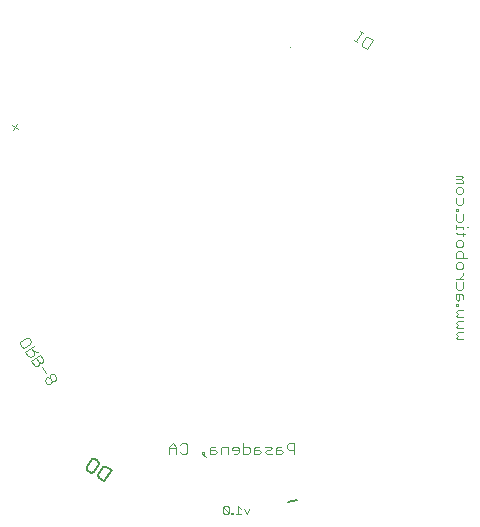
<source format=gbo>
G75*
%MOIN*%
%OFA0B0*%
%FSLAX24Y24*%
%IPPOS*%
%LPD*%
%AMOC8*
5,1,8,0,0,1.08239X$1,22.5*
%
%ADD10C,0.0040*%
%ADD11C,0.0050*%
%ADD12C,0.0030*%
%ADD13R,0.0337X0.0000*%
%ADD14R,0.0337X0.0000*%
%ADD15R,0.0344X0.0001*%
%ADD16R,0.0348X0.0000*%
%ADD17R,0.0347X0.0000*%
%ADD18R,0.0350X0.0000*%
%ADD19R,0.0350X0.0000*%
%ADD20R,0.0352X0.0001*%
%ADD21R,0.0355X0.0000*%
%ADD22R,0.0354X0.0000*%
%ADD23R,0.0356X0.0001*%
%ADD24R,0.0359X0.0000*%
%ADD25R,0.0360X0.0000*%
%ADD26R,0.0361X0.0001*%
%ADD27R,0.0363X0.0000*%
%ADD28R,0.0362X0.0000*%
%ADD29R,0.0365X0.0001*%
%ADD30R,0.0364X0.0001*%
%ADD31R,0.0365X0.0000*%
%ADD32R,0.0366X0.0000*%
%ADD33R,0.0366X0.0000*%
%ADD34R,0.0367X0.0001*%
%ADD35R,0.0369X0.0000*%
%ADD36R,0.0370X0.0001*%
%ADD37R,0.0369X0.0001*%
%ADD38R,0.0370X0.0000*%
%ADD39R,0.0371X0.0000*%
%ADD40R,0.0371X0.0000*%
%ADD41R,0.0372X0.0001*%
%ADD42R,0.0372X0.0001*%
%ADD43R,0.0373X0.0000*%
%ADD44R,0.0373X0.0000*%
%ADD45R,0.0374X0.0001*%
%ADD46R,0.0374X0.0001*%
%ADD47R,0.0375X0.0000*%
%ADD48R,0.0374X0.0000*%
%ADD49R,0.0375X0.0000*%
%ADD50R,0.0375X0.0000*%
%ADD51R,0.0375X0.0001*%
%ADD52R,0.0376X0.0001*%
%ADD53R,0.0376X0.0000*%
%ADD54R,0.0377X0.0001*%
%ADD55R,0.0376X0.0001*%
%ADD56R,0.0377X0.0000*%
%ADD57R,0.0378X0.0000*%
%ADD58R,0.0378X0.0000*%
%ADD59R,0.0379X0.0001*%
%ADD60R,0.0379X0.0000*%
%ADD61R,0.0379X0.0000*%
%ADD62R,0.0380X0.0001*%
%ADD63R,0.0379X0.0001*%
%ADD64R,0.0380X0.0000*%
%ADD65R,0.0379X0.0000*%
%ADD66R,0.0380X0.0000*%
%ADD67R,0.0380X0.0000*%
%ADD68R,0.0380X0.0001*%
%ADD69R,0.0381X0.0001*%
%ADD70R,0.0381X0.0000*%
%ADD71R,0.0381X0.0001*%
%ADD72R,0.0381X0.0001*%
%ADD73R,0.0381X0.0000*%
%ADD74R,0.0382X0.0001*%
%ADD75R,0.0381X0.0001*%
%ADD76R,0.0382X0.0000*%
%ADD77R,0.0382X0.0000*%
%ADD78R,0.0382X0.0001*%
%ADD79R,0.0382X0.0000*%
%ADD80R,0.0383X0.0000*%
%ADD81R,0.0383X0.0001*%
%ADD82R,0.0383X0.0001*%
%ADD83R,0.0383X0.0000*%
%ADD84R,0.0382X0.0001*%
%ADD85R,0.0379X0.0001*%
%ADD86R,0.0381X0.0000*%
%ADD87R,0.0378X0.0001*%
%ADD88R,0.0377X0.0000*%
%ADD89R,0.0376X0.0000*%
%ADD90R,0.0374X0.0000*%
%ADD91R,0.0377X0.0001*%
%ADD92R,0.0372X0.0000*%
%ADD93R,0.0371X0.0001*%
%ADD94R,0.0376X0.0001*%
%ADD95R,0.0371X0.0000*%
%ADD96R,0.0376X0.0000*%
%ADD97R,0.0370X0.0000*%
%ADD98R,0.0369X0.0001*%
%ADD99R,0.0374X0.0001*%
%ADD100R,0.0368X0.0000*%
%ADD101R,0.0374X0.0000*%
%ADD102R,0.0367X0.0001*%
%ADD103R,0.0373X0.0001*%
%ADD104R,0.0366X0.0000*%
%ADD105R,0.0372X0.0000*%
%ADD106R,0.0365X0.0000*%
%ADD107R,0.0371X0.0000*%
%ADD108R,0.0364X0.0001*%
%ADD109R,0.0371X0.0001*%
%ADD110R,0.0362X0.0000*%
%ADD111R,0.0369X0.0000*%
%ADD112R,0.0360X0.0001*%
%ADD113R,0.0369X0.0001*%
%ADD114R,0.0359X0.0000*%
%ADD115R,0.0367X0.0000*%
%ADD116R,0.0357X0.0000*%
%ADD117R,0.0355X0.0001*%
%ADD118R,0.0365X0.0001*%
%ADD119R,0.0354X0.0000*%
%ADD120R,0.0364X0.0000*%
%ADD121R,0.0351X0.0001*%
%ADD122R,0.0363X0.0001*%
%ADD123R,0.0348X0.0000*%
%ADD124R,0.0361X0.0000*%
%ADD125R,0.0345X0.0000*%
%ADD126R,0.0340X0.0001*%
%ADD127R,0.0359X0.0001*%
%ADD128R,0.0258X0.0000*%
%ADD129R,0.0356X0.0000*%
%ADD130R,0.0257X0.0001*%
%ADD131R,0.0354X0.0001*%
%ADD132R,0.0257X0.0000*%
%ADD133R,0.0352X0.0000*%
%ADD134R,0.0347X0.0001*%
%ADD135R,0.0257X0.0000*%
%ADD136R,0.0344X0.0000*%
%ADD137R,0.0257X0.0001*%
%ADD138R,0.0338X0.0001*%
%ADD139R,0.0239X0.0000*%
%ADD140R,0.0256X0.0000*%
%ADD141R,0.0256X0.0001*%
%ADD142R,0.0239X0.0001*%
%ADD143R,0.0239X0.0001*%
%ADD144R,0.0256X0.0000*%
%ADD145R,0.0239X0.0000*%
%ADD146R,0.0256X0.0001*%
%ADD147R,0.0255X0.0000*%
%ADD148R,0.0238X0.0000*%
%ADD149R,0.0255X0.0001*%
%ADD150R,0.0238X0.0001*%
%ADD151R,0.0255X0.0000*%
%ADD152R,0.0255X0.0001*%
%ADD153R,0.0238X0.0001*%
%ADD154R,0.0238X0.0000*%
%ADD155R,0.0255X0.0000*%
%ADD156R,0.0238X0.0000*%
%ADD157R,0.0255X0.0001*%
%ADD158R,0.0238X0.0001*%
%ADD159R,0.0254X0.0000*%
%ADD160R,0.0254X0.0001*%
%ADD161R,0.0237X0.0000*%
%ADD162R,0.0254X0.0001*%
%ADD163R,0.0237X0.0001*%
%ADD164R,0.0254X0.0000*%
%ADD165R,0.0253X0.0000*%
%ADD166R,0.0236X0.0000*%
%ADD167R,0.0253X0.0001*%
%ADD168R,0.0236X0.0001*%
%ADD169R,0.0253X0.0000*%
%ADD170R,0.0253X0.0001*%
%ADD171R,0.0236X0.0001*%
%ADD172R,0.0236X0.0000*%
%ADD173R,0.0252X0.0001*%
%ADD174R,0.0252X0.0000*%
%ADD175R,0.0235X0.0000*%
%ADD176R,0.0235X0.0001*%
%ADD177R,0.0251X0.0000*%
%ADD178R,0.0251X0.0001*%
%ADD179R,0.0235X0.0001*%
%ADD180R,0.0235X0.0000*%
%ADD181R,0.0251X0.0001*%
%ADD182R,0.0251X0.0000*%
%ADD183R,0.0234X0.0000*%
%ADD184R,0.0250X0.0001*%
%ADD185R,0.0234X0.0001*%
%ADD186R,0.0250X0.0000*%
%ADD187R,0.0250X0.0000*%
%ADD188R,0.0234X0.0000*%
%ADD189R,0.0250X0.0001*%
%ADD190R,0.0234X0.0001*%
%ADD191R,0.0250X0.0001*%
%ADD192R,0.0250X0.0000*%
%ADD193R,0.0233X0.0000*%
%ADD194R,0.0249X0.0001*%
%ADD195R,0.0233X0.0001*%
%ADD196R,0.0249X0.0000*%
%ADD197R,0.0233X0.0001*%
%ADD198R,0.0233X0.0000*%
%ADD199R,0.0249X0.0000*%
%ADD200R,0.0249X0.0001*%
%ADD201R,0.0232X0.0000*%
%ADD202R,0.0248X0.0001*%
%ADD203R,0.0232X0.0001*%
%ADD204R,0.0248X0.0000*%
%ADD205R,0.0248X0.0001*%
%ADD206R,0.0232X0.0001*%
%ADD207R,0.0248X0.0000*%
%ADD208R,0.0232X0.0000*%
%ADD209R,0.0247X0.0000*%
%ADD210R,0.0231X0.0000*%
%ADD211R,0.0247X0.0001*%
%ADD212R,0.0231X0.0001*%
%ADD213R,0.0246X0.0001*%
%ADD214R,0.0246X0.0000*%
%ADD215R,0.0231X0.0000*%
%ADD216R,0.0231X0.0001*%
%ADD217R,0.0246X0.0000*%
%ADD218R,0.0246X0.0001*%
%ADD219R,0.0230X0.0000*%
%ADD220R,0.0245X0.0000*%
%ADD221R,0.0245X0.0001*%
%ADD222R,0.0230X0.0001*%
%ADD223R,0.0245X0.0001*%
%ADD224R,0.0230X0.0001*%
%ADD225R,0.0245X0.0000*%
%ADD226R,0.0230X0.0000*%
%ADD227R,0.0245X0.0000*%
%ADD228R,0.0229X0.0000*%
%ADD229R,0.0245X0.0001*%
%ADD230R,0.0229X0.0001*%
%ADD231R,0.0244X0.0000*%
%ADD232R,0.0244X0.0001*%
%ADD233R,0.0229X0.0001*%
%ADD234R,0.0229X0.0000*%
%ADD235R,0.0244X0.0000*%
%ADD236R,0.0228X0.0000*%
%ADD237R,0.0244X0.0001*%
%ADD238R,0.0228X0.0001*%
%ADD239R,0.0243X0.0000*%
%ADD240R,0.0243X0.0001*%
%ADD241R,0.0243X0.0000*%
%ADD242R,0.0228X0.0000*%
%ADD243R,0.0243X0.0001*%
%ADD244R,0.0228X0.0001*%
%ADD245R,0.0242X0.0000*%
%ADD246R,0.0227X0.0000*%
%ADD247R,0.0242X0.0001*%
%ADD248R,0.0227X0.0001*%
%ADD249R,0.0241X0.0000*%
%ADD250R,0.0241X0.0001*%
%ADD251R,0.0227X0.0001*%
%ADD252R,0.0227X0.0000*%
%ADD253R,0.0241X0.0001*%
%ADD254R,0.0241X0.0000*%
%ADD255R,0.0226X0.0000*%
%ADD256R,0.0226X0.0001*%
%ADD257R,0.0240X0.0000*%
%ADD258R,0.0240X0.0001*%
%ADD259R,0.0226X0.0001*%
%ADD260R,0.0240X0.0000*%
%ADD261R,0.0226X0.0000*%
%ADD262R,0.0240X0.0001*%
%ADD263R,0.0225X0.0000*%
%ADD264R,0.0240X0.0001*%
%ADD265R,0.0225X0.0001*%
%ADD266R,0.0240X0.0000*%
%ADD267R,0.0225X0.0000*%
%ADD268R,0.0225X0.0001*%
%ADD269R,0.0239X0.0001*%
%ADD270R,0.0239X0.0000*%
%ADD271R,0.0224X0.0000*%
%ADD272R,0.0224X0.0001*%
%ADD273R,0.0224X0.0001*%
%ADD274R,0.0224X0.0000*%
%ADD275R,0.0223X0.0000*%
%ADD276R,0.0237X0.0001*%
%ADD277R,0.0223X0.0001*%
%ADD278R,0.0237X0.0000*%
%ADD279R,0.0223X0.0001*%
%ADD280R,0.0223X0.0000*%
%ADD281R,0.0236X0.0000*%
%ADD282R,0.0222X0.0000*%
%ADD283R,0.0236X0.0001*%
%ADD284R,0.0222X0.0001*%
%ADD285R,0.0222X0.0000*%
%ADD286R,0.0222X0.0001*%
%ADD287R,0.0221X0.0000*%
%ADD288R,0.0235X0.0000*%
%ADD289R,0.0235X0.0001*%
%ADD290R,0.0221X0.0001*%
%ADD291R,0.0221X0.0001*%
%ADD292R,0.0221X0.0000*%
%ADD293R,0.0234X0.0000*%
%ADD294R,0.0220X0.0000*%
%ADD295R,0.0234X0.0001*%
%ADD296R,0.0220X0.0001*%
%ADD297R,0.0220X0.0001*%
%ADD298R,0.0220X0.0000*%
%ADD299R,0.0219X0.0000*%
%ADD300R,0.0219X0.0001*%
%ADD301R,0.0232X0.0000*%
%ADD302R,0.0232X0.0001*%
%ADD303R,0.0219X0.0000*%
%ADD304R,0.0219X0.0001*%
%ADD305R,0.0231X0.0000*%
%ADD306R,0.0218X0.0000*%
%ADD307R,0.0231X0.0001*%
%ADD308R,0.0218X0.0001*%
%ADD309R,0.0218X0.0001*%
%ADD310R,0.0218X0.0000*%
%ADD311R,0.0217X0.0000*%
%ADD312R,0.0217X0.0001*%
%ADD313R,0.0230X0.0000*%
%ADD314R,0.0230X0.0001*%
%ADD315R,0.0217X0.0001*%
%ADD316R,0.0217X0.0000*%
%ADD317R,0.0216X0.0000*%
%ADD318R,0.0229X0.0001*%
%ADD319R,0.0216X0.0001*%
%ADD320R,0.0229X0.0000*%
%ADD321R,0.0216X0.0000*%
%ADD322R,0.0216X0.0001*%
%ADD323R,0.0215X0.0000*%
%ADD324R,0.0227X0.0001*%
%ADD325R,0.0215X0.0001*%
%ADD326R,0.0227X0.0000*%
%ADD327R,0.0215X0.0001*%
%ADD328R,0.0215X0.0000*%
%ADD329R,0.0214X0.0000*%
%ADD330R,0.0226X0.0001*%
%ADD331R,0.0214X0.0001*%
%ADD332R,0.0226X0.0000*%
%ADD333R,0.0214X0.0001*%
%ADD334R,0.0214X0.0000*%
%ADD335R,0.0213X0.0000*%
%ADD336R,0.0213X0.0001*%
%ADD337R,0.0225X0.0001*%
%ADD338R,0.0225X0.0000*%
%ADD339R,0.0213X0.0000*%
%ADD340R,0.0213X0.0001*%
%ADD341R,0.0213X0.0000*%
%ADD342R,0.0224X0.0000*%
%ADD343R,0.0224X0.0001*%
%ADD344R,0.0213X0.0001*%
%ADD345R,0.0212X0.0001*%
%ADD346R,0.0212X0.0000*%
%ADD347R,0.0211X0.0000*%
%ADD348R,0.0211X0.0001*%
%ADD349R,0.0222X0.0000*%
%ADD350R,0.0222X0.0001*%
%ADD351R,0.0211X0.0001*%
%ADD352R,0.0211X0.0000*%
%ADD353R,0.0210X0.0000*%
%ADD354R,0.0210X0.0001*%
%ADD355R,0.0221X0.0000*%
%ADD356R,0.0221X0.0001*%
%ADD357R,0.0210X0.0000*%
%ADD358R,0.0210X0.0001*%
%ADD359R,0.0209X0.0000*%
%ADD360R,0.0209X0.0001*%
%ADD361R,0.0220X0.0000*%
%ADD362R,0.0220X0.0001*%
%ADD363R,0.0209X0.0001*%
%ADD364R,0.0209X0.0000*%
%ADD365R,0.0208X0.0000*%
%ADD366R,0.0208X0.0001*%
%ADD367R,0.0219X0.0000*%
%ADD368R,0.0219X0.0001*%
%ADD369R,0.0208X0.0001*%
%ADD370R,0.0208X0.0000*%
%ADD371R,0.0208X0.0000*%
%ADD372R,0.0208X0.0001*%
%ADD373R,0.0217X0.0000*%
%ADD374R,0.0207X0.0000*%
%ADD375R,0.0217X0.0001*%
%ADD376R,0.0207X0.0001*%
%ADD377R,0.0206X0.0000*%
%ADD378R,0.0216X0.0001*%
%ADD379R,0.0206X0.0001*%
%ADD380R,0.0216X0.0000*%
%ADD381R,0.0206X0.0001*%
%ADD382R,0.0206X0.0000*%
%ADD383R,0.0205X0.0000*%
%ADD384R,0.0205X0.0001*%
%ADD385R,0.0215X0.0001*%
%ADD386R,0.0205X0.0001*%
%ADD387R,0.0215X0.0000*%
%ADD388R,0.0205X0.0000*%
%ADD389R,0.0204X0.0000*%
%ADD390R,0.0204X0.0001*%
%ADD391R,0.0214X0.0001*%
%ADD392R,0.0214X0.0000*%
%ADD393R,0.0204X0.0000*%
%ADD394R,0.0204X0.0001*%
%ADD395R,0.0203X0.0000*%
%ADD396R,0.0203X0.0001*%
%ADD397R,0.0212X0.0001*%
%ADD398R,0.0203X0.0001*%
%ADD399R,0.0212X0.0000*%
%ADD400R,0.0203X0.0000*%
%ADD401R,0.0203X0.0000*%
%ADD402R,0.0203X0.0001*%
%ADD403R,0.0211X0.0000*%
%ADD404R,0.0211X0.0001*%
%ADD405R,0.0202X0.0001*%
%ADD406R,0.0202X0.0000*%
%ADD407R,0.0201X0.0000*%
%ADD408R,0.0201X0.0001*%
%ADD409R,0.0210X0.0000*%
%ADD410R,0.0201X0.0000*%
%ADD411R,0.0210X0.0001*%
%ADD412R,0.0201X0.0001*%
%ADD413R,0.0200X0.0000*%
%ADD414R,0.0200X0.0001*%
%ADD415R,0.0209X0.0000*%
%ADD416R,0.0209X0.0001*%
%ADD417R,0.0200X0.0001*%
%ADD418R,0.0200X0.0000*%
%ADD419R,0.0199X0.0000*%
%ADD420R,0.0199X0.0001*%
%ADD421R,0.0199X0.0001*%
%ADD422R,0.0207X0.0000*%
%ADD423R,0.0199X0.0000*%
%ADD424R,0.0207X0.0001*%
%ADD425R,0.0198X0.0000*%
%ADD426R,0.0198X0.0001*%
%ADD427R,0.0206X0.0000*%
%ADD428R,0.0198X0.0000*%
%ADD429R,0.0206X0.0001*%
%ADD430R,0.0198X0.0001*%
%ADD431R,0.0198X0.0000*%
%ADD432R,0.0198X0.0001*%
%ADD433R,0.0197X0.0001*%
%ADD434R,0.0205X0.0000*%
%ADD435R,0.0197X0.0000*%
%ADD436R,0.0205X0.0001*%
%ADD437R,0.0196X0.0000*%
%ADD438R,0.0196X0.0001*%
%ADD439R,0.0204X0.0001*%
%ADD440R,0.0196X0.0001*%
%ADD441R,0.0204X0.0000*%
%ADD442R,0.0196X0.0000*%
%ADD443R,0.0195X0.0000*%
%ADD444R,0.0195X0.0001*%
%ADD445R,0.0195X0.0000*%
%ADD446R,0.0202X0.0001*%
%ADD447R,0.0195X0.0001*%
%ADD448R,0.0202X0.0000*%
%ADD449R,0.0194X0.0000*%
%ADD450R,0.0194X0.0001*%
%ADD451R,0.0201X0.0001*%
%ADD452R,0.0194X0.0001*%
%ADD453R,0.0201X0.0000*%
%ADD454R,0.0194X0.0000*%
%ADD455R,0.0193X0.0000*%
%ADD456R,0.0193X0.0001*%
%ADD457R,0.0193X0.0001*%
%ADD458R,0.0193X0.0000*%
%ADD459R,0.0200X0.0001*%
%ADD460R,0.0200X0.0000*%
%ADD461R,0.0192X0.0000*%
%ADD462R,0.0192X0.0001*%
%ADD463R,0.0199X0.0000*%
%ADD464R,0.0192X0.0000*%
%ADD465R,0.0199X0.0001*%
%ADD466R,0.0192X0.0001*%
%ADD467R,0.0191X0.0000*%
%ADD468R,0.0191X0.0001*%
%ADD469R,0.0191X0.0001*%
%ADD470R,0.0191X0.0000*%
%ADD471R,0.0197X0.0000*%
%ADD472R,0.0197X0.0001*%
%ADD473R,0.0190X0.0000*%
%ADD474R,0.0190X0.0001*%
%ADD475R,0.0190X0.0001*%
%ADD476R,0.0196X0.0000*%
%ADD477R,0.0190X0.0000*%
%ADD478R,0.0196X0.0001*%
%ADD479R,0.0189X0.0000*%
%ADD480R,0.0189X0.0001*%
%ADD481R,0.0189X0.0000*%
%ADD482R,0.0189X0.0001*%
%ADD483R,0.0195X0.0000*%
%ADD484R,0.0195X0.0001*%
%ADD485R,0.0188X0.0000*%
%ADD486R,0.0188X0.0001*%
%ADD487R,0.0188X0.0001*%
%ADD488R,0.0194X0.0000*%
%ADD489R,0.0188X0.0000*%
%ADD490R,0.0194X0.0001*%
%ADD491R,0.0187X0.0000*%
%ADD492R,0.0187X0.0001*%
%ADD493R,0.0187X0.0001*%
%ADD494R,0.0187X0.0000*%
%ADD495R,0.0192X0.0000*%
%ADD496R,0.0186X0.0000*%
%ADD497R,0.0192X0.0001*%
%ADD498R,0.0186X0.0001*%
%ADD499R,0.0186X0.0000*%
%ADD500R,0.0191X0.0001*%
%ADD501R,0.0186X0.0001*%
%ADD502R,0.0191X0.0000*%
%ADD503R,0.0185X0.0000*%
%ADD504R,0.0185X0.0001*%
%ADD505R,0.0185X0.0001*%
%ADD506R,0.0185X0.0000*%
%ADD507R,0.0190X0.0001*%
%ADD508R,0.0190X0.0000*%
%ADD509R,0.0184X0.0000*%
%ADD510R,0.0184X0.0001*%
%ADD511R,0.0184X0.0001*%
%ADD512R,0.0184X0.0000*%
%ADD513R,0.0189X0.0001*%
%ADD514R,0.0189X0.0000*%
%ADD515R,0.0183X0.0000*%
%ADD516R,0.0183X0.0001*%
%ADD517R,0.0183X0.0000*%
%ADD518R,0.0183X0.0001*%
%ADD519R,0.0187X0.0001*%
%ADD520R,0.0187X0.0000*%
%ADD521R,0.0182X0.0000*%
%ADD522R,0.0182X0.0001*%
%ADD523R,0.0182X0.0001*%
%ADD524R,0.0182X0.0000*%
%ADD525R,0.0186X0.0000*%
%ADD526R,0.0186X0.0001*%
%ADD527R,0.0181X0.0000*%
%ADD528R,0.0181X0.0001*%
%ADD529R,0.0181X0.0001*%
%ADD530R,0.0181X0.0000*%
%ADD531R,0.0185X0.0000*%
%ADD532R,0.0180X0.0000*%
%ADD533R,0.0185X0.0001*%
%ADD534R,0.0180X0.0001*%
%ADD535R,0.0180X0.0000*%
%ADD536R,0.0180X0.0001*%
%ADD537R,0.0184X0.0000*%
%ADD538R,0.0184X0.0001*%
%ADD539R,0.0179X0.0000*%
%ADD540R,0.0179X0.0001*%
%ADD541R,0.0179X0.0001*%
%ADD542R,0.0179X0.0000*%
%ADD543R,0.0182X0.0000*%
%ADD544R,0.0178X0.0000*%
%ADD545R,0.0182X0.0001*%
%ADD546R,0.0178X0.0001*%
%ADD547R,0.0178X0.0001*%
%ADD548R,0.0178X0.0000*%
%ADD549R,0.0181X0.0000*%
%ADD550R,0.0177X0.0000*%
%ADD551R,0.0181X0.0001*%
%ADD552R,0.0177X0.0001*%
%ADD553R,0.0177X0.0000*%
%ADD554R,0.0177X0.0001*%
%ADD555R,0.0180X0.0000*%
%ADD556R,0.0176X0.0000*%
%ADD557R,0.0180X0.0001*%
%ADD558R,0.0176X0.0001*%
%ADD559R,0.0176X0.0001*%
%ADD560R,0.0176X0.0000*%
%ADD561R,0.0179X0.0001*%
%ADD562R,0.0179X0.0000*%
%ADD563R,0.0175X0.0000*%
%ADD564R,0.0175X0.0001*%
%ADD565R,0.0175X0.0001*%
%ADD566R,0.0175X0.0000*%
%ADD567R,0.0174X0.0000*%
%ADD568R,0.0177X0.0001*%
%ADD569R,0.0174X0.0001*%
%ADD570R,0.0177X0.0000*%
%ADD571R,0.0174X0.0000*%
%ADD572R,0.0174X0.0001*%
%ADD573R,0.0176X0.0001*%
%ADD574R,0.0176X0.0000*%
%ADD575R,0.0173X0.0000*%
%ADD576R,0.0173X0.0001*%
%ADD577R,0.0173X0.0001*%
%ADD578R,0.0173X0.0000*%
%ADD579R,0.0173X0.0000*%
%ADD580R,0.0175X0.0001*%
%ADD581R,0.0173X0.0001*%
%ADD582R,0.0175X0.0000*%
%ADD583R,0.0172X0.0001*%
%ADD584R,0.0172X0.0000*%
%ADD585R,0.0174X0.0000*%
%ADD586R,0.0171X0.0000*%
%ADD587R,0.0174X0.0001*%
%ADD588R,0.0171X0.0001*%
%ADD589R,0.0171X0.0000*%
%ADD590R,0.0171X0.0001*%
%ADD591R,0.0170X0.0000*%
%ADD592R,0.0172X0.0000*%
%ADD593R,0.0172X0.0001*%
%ADD594R,0.0170X0.0001*%
%ADD595R,0.0170X0.0001*%
%ADD596R,0.0170X0.0000*%
%ADD597R,0.0171X0.0000*%
%ADD598R,0.0169X0.0000*%
%ADD599R,0.0171X0.0001*%
%ADD600R,0.0169X0.0001*%
%ADD601R,0.0169X0.0001*%
%ADD602R,0.0169X0.0000*%
%ADD603R,0.0168X0.0000*%
%ADD604R,0.0168X0.0001*%
%ADD605R,0.0170X0.0000*%
%ADD606R,0.0170X0.0001*%
%ADD607R,0.0168X0.0000*%
%ADD608R,0.0168X0.0001*%
%ADD609R,0.0169X0.0000*%
%ADD610R,0.0168X0.0000*%
%ADD611R,0.0169X0.0001*%
%ADD612R,0.0168X0.0001*%
%ADD613R,0.0167X0.0001*%
%ADD614R,0.0167X0.0000*%
%ADD615R,0.0166X0.0000*%
%ADD616R,0.0166X0.0001*%
%ADD617R,0.0167X0.0000*%
%ADD618R,0.0167X0.0001*%
%ADD619R,0.0166X0.0001*%
%ADD620R,0.0166X0.0000*%
%ADD621R,0.0165X0.0000*%
%ADD622R,0.0166X0.0001*%
%ADD623R,0.0165X0.0001*%
%ADD624R,0.0166X0.0000*%
%ADD625R,0.0165X0.0000*%
%ADD626R,0.0165X0.0001*%
%ADD627R,0.0164X0.0000*%
%ADD628R,0.0165X0.0001*%
%ADD629R,0.0164X0.0001*%
%ADD630R,0.0165X0.0000*%
%ADD631R,0.0164X0.0001*%
%ADD632R,0.0164X0.0000*%
%ADD633R,0.0163X0.0000*%
%ADD634R,0.0164X0.0001*%
%ADD635R,0.0163X0.0001*%
%ADD636R,0.0164X0.0000*%
%ADD637R,0.0163X0.0001*%
%ADD638R,0.0163X0.0000*%
%ADD639R,0.0163X0.0000*%
%ADD640R,0.0163X0.0001*%
%ADD641R,0.0162X0.0001*%
%ADD642R,0.0162X0.0000*%
%ADD643R,0.0162X0.0000*%
%ADD644R,0.0161X0.0001*%
%ADD645R,0.0162X0.0001*%
%ADD646R,0.0161X0.0000*%
%ADD647R,0.0161X0.0000*%
%ADD648R,0.0161X0.0001*%
%ADD649R,0.0160X0.0001*%
%ADD650R,0.0161X0.0001*%
%ADD651R,0.0160X0.0000*%
%ADD652R,0.0161X0.0000*%
%ADD653R,0.0160X0.0000*%
%ADD654R,0.0160X0.0001*%
%ADD655R,0.0160X0.0000*%
%ADD656R,0.0160X0.0001*%
%ADD657R,0.0159X0.0001*%
%ADD658R,0.0159X0.0000*%
%ADD659R,0.0159X0.0000*%
%ADD660R,0.0159X0.0001*%
%ADD661R,0.0159X0.0000*%
%ADD662R,0.0159X0.0001*%
%ADD663R,0.0158X0.0000*%
%ADD664R,0.0158X0.0001*%
%ADD665R,0.0158X0.0000*%
%ADD666R,0.0158X0.0000*%
%ADD667R,0.0158X0.0001*%
%ADD668R,0.0158X0.0001*%
%ADD669R,0.0157X0.0000*%
%ADD670R,0.0157X0.0001*%
%ADD671R,0.0156X0.0000*%
%ADD672R,0.0156X0.0001*%
%ADD673R,0.0156X0.0000*%
%ADD674R,0.0156X0.0001*%
%ADD675R,0.0157X0.0001*%
%ADD676R,0.0155X0.0000*%
%ADD677R,0.0157X0.0000*%
%ADD678R,0.0155X0.0001*%
%ADD679R,0.0155X0.0001*%
%ADD680R,0.0155X0.0000*%
%ADD681R,0.0155X0.0000*%
%ADD682R,0.0156X0.0000*%
%ADD683R,0.0155X0.0001*%
%ADD684R,0.0156X0.0001*%
%ADD685R,0.0154X0.0000*%
%ADD686R,0.0154X0.0001*%
%ADD687R,0.0154X0.0001*%
%ADD688R,0.0154X0.0000*%
%ADD689R,0.0153X0.0000*%
%ADD690R,0.0153X0.0001*%
%ADD691R,0.0154X0.0000*%
%ADD692R,0.0152X0.0001*%
%ADD693R,0.0154X0.0001*%
%ADD694R,0.0152X0.0000*%
%ADD695R,0.0152X0.0001*%
%ADD696R,0.0152X0.0000*%
%ADD697R,0.0151X0.0000*%
%ADD698R,0.0153X0.0000*%
%ADD699R,0.0151X0.0001*%
%ADD700R,0.0153X0.0001*%
%ADD701R,0.0151X0.0001*%
%ADD702R,0.0151X0.0000*%
%ADD703R,0.0150X0.0001*%
%ADD704R,0.0150X0.0000*%
%ADD705R,0.0150X0.0000*%
%ADD706R,0.0150X0.0001*%
%ADD707R,0.0150X0.0001*%
%ADD708R,0.0152X0.0001*%
%ADD709R,0.0150X0.0000*%
%ADD710R,0.0152X0.0000*%
%ADD711R,0.0149X0.0000*%
%ADD712R,0.0149X0.0001*%
%ADD713R,0.0149X0.0000*%
%ADD714R,0.0149X0.0001*%
%ADD715R,0.0151X0.0001*%
%ADD716R,0.0151X0.0000*%
%ADD717R,0.0148X0.0001*%
%ADD718R,0.0148X0.0000*%
%ADD719R,0.0260X0.0000*%
%ADD720R,0.0259X0.0000*%
%ADD721R,0.0260X0.0001*%
%ADD722R,0.0259X0.0001*%
%ADD723R,0.0868X0.0000*%
%ADD724R,0.0868X0.0001*%
%ADD725R,0.0321X0.0000*%
%ADD726R,0.0305X0.0000*%
%ADD727R,0.0321X0.0001*%
%ADD728R,0.0305X0.0001*%
%ADD729R,0.0867X0.0000*%
%ADD730R,0.0867X0.0001*%
%ADD731R,0.0867X0.0000*%
%ADD732R,0.0867X0.0001*%
%ADD733R,0.0866X0.0000*%
%ADD734R,0.0866X0.0000*%
%ADD735R,0.0866X0.0001*%
%ADD736R,0.0866X0.0000*%
%ADD737R,0.0866X0.0001*%
%ADD738R,0.0865X0.0000*%
%ADD739R,0.0865X0.0001*%
%ADD740R,0.0864X0.0001*%
%ADD741R,0.0864X0.0000*%
%ADD742R,0.0864X0.0001*%
%ADD743R,0.0864X0.0000*%
%ADD744R,0.0864X0.0001*%
%ADD745R,0.0864X0.0000*%
%ADD746R,0.0863X0.0001*%
%ADD747R,0.0863X0.0000*%
%ADD748R,0.0862X0.0001*%
%ADD749R,0.0862X0.0000*%
%ADD750R,0.0862X0.0001*%
%ADD751R,0.0862X0.0000*%
%ADD752R,0.0861X0.0001*%
%ADD753R,0.0861X0.0000*%
%ADD754R,0.0861X0.0001*%
%ADD755R,0.0860X0.0001*%
%ADD756R,0.0860X0.0000*%
%ADD757R,0.0859X0.0000*%
%ADD758R,0.0859X0.0001*%
%ADD759R,0.0858X0.0000*%
%ADD760R,0.0858X0.0001*%
%ADD761R,0.0857X0.0001*%
%ADD762R,0.0857X0.0000*%
%ADD763R,0.0856X0.0000*%
%ADD764R,0.0856X0.0001*%
%ADD765R,0.0855X0.0000*%
%ADD766R,0.0855X0.0001*%
%ADD767R,0.0855X0.0000*%
%ADD768R,0.0855X0.0001*%
%ADD769R,0.0854X0.0000*%
%ADD770R,0.0854X0.0001*%
%ADD771R,0.0853X0.0000*%
%ADD772R,0.0853X0.0001*%
%ADD773R,0.0853X0.0000*%
%ADD774R,0.0853X0.0000*%
%ADD775R,0.0852X0.0001*%
%ADD776R,0.0852X0.0000*%
%ADD777R,0.0852X0.0001*%
%ADD778R,0.0851X0.0000*%
%ADD779R,0.0850X0.0001*%
%ADD780R,0.0850X0.0000*%
%ADD781R,0.0850X0.0001*%
%ADD782R,0.0849X0.0000*%
%ADD783R,0.0848X0.0001*%
%ADD784R,0.0848X0.0000*%
%ADD785R,0.0848X0.0001*%
%ADD786R,0.0848X0.0000*%
%ADD787R,0.0847X0.0000*%
%ADD788R,0.0847X0.0001*%
%ADD789R,0.0846X0.0000*%
%ADD790R,0.0846X0.0001*%
%ADD791R,0.0845X0.0000*%
%ADD792R,0.0845X0.0000*%
%ADD793R,0.0845X0.0001*%
%ADD794R,0.0843X0.0000*%
%ADD795R,0.0843X0.0001*%
%ADD796R,0.0841X0.0000*%
%ADD797R,0.0840X0.0000*%
%ADD798R,0.0839X0.0001*%
%ADD799R,0.0838X0.0000*%
%ADD800R,0.0837X0.0001*%
%ADD801R,0.0836X0.0000*%
%ADD802R,0.0835X0.0000*%
%ADD803R,0.0834X0.0001*%
%ADD804R,0.0833X0.0000*%
%ADD805R,0.0832X0.0001*%
%ADD806R,0.0831X0.0000*%
%ADD807R,0.0830X0.0000*%
%ADD808R,0.0829X0.0001*%
%ADD809R,0.0828X0.0000*%
%ADD810R,0.0827X0.0001*%
%ADD811R,0.0826X0.0000*%
%ADD812R,0.0825X0.0000*%
%ADD813R,0.0824X0.0001*%
%ADD814R,0.0823X0.0000*%
%ADD815R,0.0822X0.0001*%
%ADD816R,0.0821X0.0000*%
%ADD817R,0.0820X0.0000*%
%ADD818R,0.0819X0.0001*%
%ADD819R,0.0818X0.0000*%
%ADD820R,0.0817X0.0001*%
%ADD821R,0.0816X0.0000*%
%ADD822R,0.0815X0.0000*%
%ADD823R,0.0814X0.0001*%
%ADD824R,0.0813X0.0000*%
%ADD825R,0.0812X0.0001*%
%ADD826R,0.0811X0.0000*%
%ADD827R,0.0810X0.0000*%
%ADD828R,0.0808X0.0001*%
%ADD829R,0.0808X0.0000*%
%ADD830R,0.0807X0.0001*%
%ADD831R,0.0805X0.0000*%
%ADD832R,0.0805X0.0000*%
%ADD833R,0.0803X0.0001*%
%ADD834R,0.0803X0.0000*%
%ADD835R,0.0802X0.0001*%
%ADD836R,0.0800X0.0000*%
%ADD837R,0.0800X0.0000*%
%ADD838R,0.0798X0.0001*%
%ADD839R,0.0798X0.0000*%
%ADD840R,0.0797X0.0001*%
%ADD841R,0.0795X0.0000*%
%ADD842R,0.0795X0.0000*%
%ADD843R,0.0793X0.0001*%
%ADD844R,0.0793X0.0000*%
%ADD845R,0.0791X0.0001*%
%ADD846R,0.0790X0.0000*%
%ADD847R,0.0789X0.0000*%
%ADD848R,0.0788X0.0001*%
%ADD849R,0.0787X0.0000*%
%ADD850R,0.0786X0.0001*%
%ADD851R,0.0785X0.0000*%
%ADD852R,0.0784X0.0000*%
%ADD853R,0.0783X0.0001*%
%ADD854R,0.0782X0.0000*%
%ADD855R,0.0781X0.0001*%
%ADD856R,0.0780X0.0000*%
%ADD857R,0.0779X0.0000*%
%ADD858R,0.0778X0.0001*%
%ADD859R,0.0777X0.0000*%
%ADD860R,0.0776X0.0001*%
%ADD861R,0.0775X0.0000*%
%ADD862R,0.0774X0.0000*%
%ADD863R,0.0773X0.0001*%
%ADD864R,0.0772X0.0000*%
%ADD865R,0.0771X0.0001*%
%ADD866R,0.0770X0.0000*%
%ADD867R,0.0769X0.0000*%
%ADD868R,0.0768X0.0001*%
%ADD869R,0.0767X0.0000*%
%ADD870R,0.0766X0.0001*%
%ADD871R,0.0765X0.0000*%
%ADD872R,0.0764X0.0000*%
%ADD873R,0.0763X0.0001*%
%ADD874R,0.0762X0.0000*%
%ADD875R,0.0761X0.0001*%
%ADD876R,0.0760X0.0000*%
%ADD877R,0.0758X0.0000*%
%ADD878R,0.0757X0.0001*%
%ADD879R,0.0757X0.0000*%
%ADD880R,0.0755X0.0001*%
%ADD881R,0.0755X0.0000*%
%ADD882R,0.0753X0.0000*%
%ADD883R,0.0752X0.0001*%
%ADD884R,0.0752X0.0000*%
%ADD885R,0.0750X0.0001*%
%ADD886R,0.0750X0.0000*%
%ADD887R,0.0748X0.0000*%
%ADD888R,0.0747X0.0001*%
%ADD889R,0.0747X0.0000*%
%ADD890R,0.0745X0.0001*%
%ADD891R,0.0745X0.0000*%
%ADD892R,0.0743X0.0000*%
%ADD893R,0.0742X0.0001*%
%ADD894R,0.0741X0.0000*%
%ADD895R,0.0740X0.0001*%
%ADD896R,0.0739X0.0000*%
%ADD897R,0.0738X0.0000*%
%ADD898R,0.0737X0.0001*%
%ADD899R,0.0736X0.0000*%
%ADD900R,0.0735X0.0001*%
%ADD901R,0.0734X0.0000*%
%ADD902R,0.0733X0.0000*%
%ADD903R,0.0732X0.0001*%
%ADD904R,0.0731X0.0000*%
%ADD905R,0.0730X0.0001*%
%ADD906R,0.0729X0.0000*%
%ADD907R,0.0728X0.0000*%
%ADD908R,0.0727X0.0001*%
%ADD909R,0.0726X0.0000*%
%ADD910R,0.0725X0.0001*%
%ADD911R,0.0724X0.0000*%
%ADD912R,0.0723X0.0000*%
%ADD913R,0.0722X0.0001*%
%ADD914R,0.0721X0.0000*%
%ADD915R,0.0720X0.0001*%
%ADD916R,0.0719X0.0000*%
%ADD917R,0.0718X0.0000*%
%ADD918R,0.0717X0.0001*%
%ADD919R,0.0716X0.0000*%
%ADD920R,0.0715X0.0001*%
%ADD921R,0.0714X0.0000*%
%ADD922R,0.0713X0.0000*%
%ADD923R,0.0712X0.0001*%
%ADD924R,0.0711X0.0000*%
%ADD925R,0.0710X0.0001*%
%ADD926R,0.0709X0.0000*%
%ADD927R,0.0707X0.0000*%
%ADD928R,0.0707X0.0001*%
%ADD929R,0.0705X0.0000*%
%ADD930R,0.0705X0.0001*%
%ADD931R,0.0703X0.0000*%
%ADD932R,0.0703X0.0000*%
%ADD933R,0.0702X0.0001*%
%ADD934R,0.0700X0.0000*%
%ADD935R,0.0700X0.0001*%
%ADD936R,0.0698X0.0000*%
%ADD937R,0.0698X0.0000*%
%ADD938R,0.0697X0.0001*%
%ADD939R,0.0695X0.0000*%
%ADD940R,0.0695X0.0001*%
%ADD941R,0.0693X0.0000*%
%ADD942R,0.0692X0.0000*%
%ADD943R,0.0691X0.0001*%
%ADD944R,0.0690X0.0000*%
%ADD945R,0.0689X0.0001*%
%ADD946R,0.0688X0.0000*%
%ADD947R,0.0687X0.0000*%
%ADD948R,0.0686X0.0001*%
%ADD949R,0.0685X0.0000*%
%ADD950R,0.0684X0.0001*%
%ADD951R,0.0683X0.0000*%
%ADD952R,0.0682X0.0000*%
%ADD953R,0.0681X0.0001*%
%ADD954R,0.0680X0.0000*%
%ADD955R,0.0679X0.0001*%
%ADD956R,0.0678X0.0000*%
%ADD957R,0.0677X0.0000*%
%ADD958R,0.0676X0.0001*%
%ADD959R,0.0675X0.0000*%
%ADD960R,0.0674X0.0001*%
%ADD961R,0.0673X0.0000*%
%ADD962R,0.0672X0.0000*%
%ADD963R,0.0671X0.0001*%
%ADD964R,0.0670X0.0000*%
%ADD965R,0.0669X0.0001*%
%ADD966R,0.0668X0.0000*%
%ADD967R,0.0667X0.0000*%
%ADD968R,0.0666X0.0001*%
%ADD969R,0.0665X0.0000*%
%ADD970R,0.0664X0.0001*%
%ADD971R,0.0663X0.0000*%
%ADD972R,0.0662X0.0000*%
%ADD973R,0.0661X0.0001*%
%ADD974R,0.0660X0.0000*%
%ADD975R,0.0659X0.0001*%
%ADD976R,0.0658X0.0000*%
%ADD977R,0.0657X0.0000*%
%ADD978R,0.0655X0.0001*%
%ADD979R,0.0655X0.0000*%
%ADD980R,0.0653X0.0001*%
%ADD981R,0.0653X0.0000*%
%ADD982R,0.0652X0.0000*%
%ADD983R,0.0650X0.0001*%
%ADD984R,0.0650X0.0000*%
%ADD985R,0.0648X0.0001*%
%ADD986R,0.0648X0.0000*%
%ADD987R,0.0647X0.0000*%
%ADD988R,0.0645X0.0001*%
%ADD989R,0.0645X0.0000*%
%ADD990R,0.0643X0.0001*%
%ADD991R,0.0642X0.0000*%
%ADD992R,0.0641X0.0000*%
%ADD993R,0.0640X0.0001*%
%ADD994R,0.0639X0.0000*%
%ADD995R,0.0638X0.0001*%
%ADD996R,0.0637X0.0000*%
%ADD997R,0.0636X0.0000*%
%ADD998R,0.0635X0.0001*%
%ADD999R,0.0634X0.0000*%
%ADD1000R,0.0633X0.0001*%
%ADD1001R,0.0632X0.0000*%
%ADD1002R,0.0631X0.0000*%
%ADD1003R,0.0630X0.0001*%
%ADD1004R,0.0629X0.0000*%
%ADD1005R,0.0628X0.0001*%
%ADD1006R,0.0627X0.0000*%
%ADD1007R,0.0626X0.0000*%
%ADD1008R,0.0625X0.0001*%
%ADD1009R,0.0624X0.0000*%
%ADD1010R,0.0623X0.0001*%
%ADD1011R,0.0622X0.0000*%
%ADD1012R,0.0621X0.0000*%
%ADD1013R,0.0620X0.0001*%
%ADD1014R,0.0619X0.0000*%
%ADD1015R,0.0618X0.0001*%
%ADD1016R,0.0617X0.0000*%
%ADD1017R,0.0616X0.0000*%
%ADD1018R,0.0615X0.0001*%
%ADD1019R,0.0614X0.0000*%
%ADD1020R,0.0613X0.0001*%
%ADD1021R,0.0612X0.0000*%
%ADD1022R,0.0611X0.0000*%
%ADD1023R,0.0610X0.0001*%
%ADD1024R,0.0609X0.0000*%
%ADD1025R,0.0607X0.0001*%
%ADD1026R,0.0607X0.0000*%
%ADD1027R,0.0605X0.0000*%
%ADD1028R,0.0605X0.0001*%
%ADD1029R,0.0603X0.0000*%
%ADD1030R,0.0602X0.0001*%
%ADD1031R,0.0602X0.0000*%
%ADD1032R,0.0600X0.0000*%
%ADD1033R,0.0600X0.0001*%
%ADD1034R,0.0598X0.0000*%
%ADD1035R,0.0597X0.0001*%
%ADD1036R,0.0597X0.0000*%
%ADD1037R,0.0595X0.0000*%
%ADD1038R,0.0595X0.0001*%
%ADD1039R,0.0593X0.0000*%
%ADD1040R,0.0592X0.0001*%
%ADD1041R,0.0591X0.0000*%
%ADD1042R,0.0590X0.0000*%
%ADD1043R,0.0589X0.0001*%
%ADD1044R,0.0588X0.0000*%
%ADD1045R,0.0587X0.0001*%
%ADD1046R,0.0586X0.0000*%
%ADD1047R,0.0585X0.0000*%
%ADD1048R,0.0584X0.0001*%
%ADD1049R,0.0583X0.0000*%
%ADD1050R,0.0582X0.0001*%
%ADD1051R,0.0581X0.0000*%
%ADD1052R,0.0580X0.0000*%
%ADD1053R,0.0579X0.0001*%
%ADD1054R,0.0578X0.0000*%
%ADD1055R,0.0577X0.0001*%
%ADD1056R,0.0576X0.0000*%
%ADD1057R,0.0575X0.0000*%
%ADD1058R,0.0574X0.0001*%
%ADD1059R,0.0573X0.0000*%
%ADD1060R,0.0571X0.0001*%
%ADD1061R,0.0568X0.0000*%
%ADD1062R,0.0565X0.0000*%
%ADD1063R,0.0563X0.0001*%
%ADD1064R,0.0560X0.0000*%
%ADD1065R,0.0557X0.0001*%
%ADD1066R,0.0554X0.0000*%
%ADD1067R,0.0551X0.0000*%
%ADD1068R,0.0548X0.0001*%
%ADD1069R,0.0545X0.0000*%
%ADD1070R,0.0542X0.0001*%
%ADD1071R,0.0537X0.0000*%
%ADD1072R,0.0533X0.0000*%
%ADD1073R,0.0530X0.0001*%
%ADD1074R,0.0526X0.0000*%
%ADD1075R,0.0522X0.0001*%
%ADD1076R,0.0518X0.0000*%
%ADD1077R,0.0513X0.0000*%
%ADD1078R,0.0508X0.0001*%
%ADD1079R,0.0503X0.0000*%
%ADD1080R,0.0496X0.0001*%
%ADD1081R,0.0489X0.0000*%
%ADD1082R,0.0477X0.0000*%
%ADD1083C,0.0000*%
D10*
X002698Y004661D02*
X002629Y004759D01*
X002644Y004843D01*
X002693Y004878D01*
X002777Y004863D01*
X002846Y004764D01*
X002930Y004750D01*
X002979Y004784D01*
X002993Y004868D01*
X002925Y004966D01*
X002841Y004981D01*
X002792Y004946D01*
X002777Y004863D01*
X002846Y004764D02*
X002831Y004681D01*
X002782Y004646D01*
X002698Y004661D01*
X002669Y005017D02*
X002531Y005214D01*
X002409Y005284D02*
X002423Y005368D01*
X002320Y005515D01*
X002247Y005620D02*
X002261Y005704D01*
X002158Y005852D01*
X002256Y005920D02*
X001961Y005714D01*
X002065Y005566D01*
X002148Y005551D01*
X002247Y005620D01*
X002227Y005753D02*
X002394Y005724D01*
X002468Y005619D02*
X002571Y005471D01*
X002556Y005388D01*
X002507Y005353D01*
X002423Y005368D01*
X002409Y005284D02*
X002359Y005250D01*
X002276Y005264D01*
X002172Y005412D01*
X002468Y005619D01*
X002134Y005991D02*
X001937Y005853D01*
X001853Y005868D01*
X001784Y005966D01*
X001799Y006050D01*
X001996Y006188D01*
X002080Y006173D01*
X002148Y006075D01*
X002134Y005991D01*
X006761Y002560D02*
X006761Y002320D01*
X006761Y002500D02*
X007001Y002500D01*
X007001Y002560D02*
X006881Y002680D01*
X006761Y002560D01*
X007001Y002560D02*
X007001Y002320D01*
X007129Y002380D02*
X007189Y002320D01*
X007310Y002320D01*
X007370Y002380D01*
X007370Y002620D01*
X007310Y002680D01*
X007189Y002680D01*
X007129Y002620D01*
X007863Y002380D02*
X007863Y002320D01*
X007923Y002320D01*
X007923Y002380D01*
X007863Y002380D01*
X007863Y002320D02*
X007983Y002200D01*
X008112Y002320D02*
X008292Y002320D01*
X008352Y002380D01*
X008292Y002440D01*
X008112Y002440D01*
X008112Y002500D02*
X008112Y002320D01*
X008112Y002500D02*
X008172Y002560D01*
X008292Y002560D01*
X008480Y002500D02*
X008480Y002320D01*
X008720Y002320D02*
X008720Y002560D01*
X008540Y002560D01*
X008480Y002500D01*
X008848Y002500D02*
X008848Y002440D01*
X009088Y002440D01*
X009088Y002380D02*
X009088Y002500D01*
X009028Y002560D01*
X008908Y002560D01*
X008848Y002500D01*
X008908Y002320D02*
X009028Y002320D01*
X009088Y002380D01*
X009217Y002320D02*
X009397Y002320D01*
X009457Y002380D01*
X009457Y002500D01*
X009397Y002560D01*
X009217Y002560D01*
X009217Y002680D02*
X009217Y002320D01*
X009585Y002320D02*
X009585Y002500D01*
X009645Y002560D01*
X009765Y002560D01*
X009765Y002440D02*
X009585Y002440D01*
X009585Y002320D02*
X009765Y002320D01*
X009825Y002380D01*
X009765Y002440D01*
X009953Y002380D02*
X010013Y002440D01*
X010133Y002440D01*
X010193Y002500D01*
X010133Y002560D01*
X009953Y002560D01*
X009953Y002380D02*
X010013Y002320D01*
X010193Y002320D01*
X010321Y002320D02*
X010502Y002320D01*
X010562Y002380D01*
X010502Y002440D01*
X010321Y002440D01*
X010321Y002500D02*
X010321Y002320D01*
X010321Y002500D02*
X010382Y002560D01*
X010502Y002560D01*
X010690Y002500D02*
X010750Y002440D01*
X010930Y002440D01*
X010930Y002320D02*
X010930Y002680D01*
X010750Y002680D01*
X010690Y002620D01*
X010690Y002500D01*
X016320Y006194D02*
X016380Y006254D01*
X016320Y006314D01*
X016380Y006374D01*
X016560Y006374D01*
X016560Y006502D02*
X016380Y006502D01*
X016320Y006562D01*
X016380Y006622D01*
X016320Y006682D01*
X016380Y006742D01*
X016560Y006742D01*
X016560Y006871D02*
X016380Y006871D01*
X016320Y006931D01*
X016380Y006991D01*
X016320Y007051D01*
X016380Y007111D01*
X016560Y007111D01*
X016380Y007239D02*
X016380Y007299D01*
X016320Y007299D01*
X016320Y007239D01*
X016380Y007239D01*
X016380Y007423D02*
X016320Y007483D01*
X016320Y007663D01*
X016500Y007663D01*
X016560Y007603D01*
X016560Y007483D01*
X016440Y007483D02*
X016440Y007663D01*
X016380Y007791D02*
X016320Y007851D01*
X016320Y008032D01*
X016320Y008160D02*
X016560Y008160D01*
X016560Y008280D02*
X016560Y008340D01*
X016560Y008280D02*
X016440Y008160D01*
X016560Y008032D02*
X016560Y007851D01*
X016500Y007791D01*
X016380Y007791D01*
X016440Y007483D02*
X016380Y007423D01*
X016380Y008467D02*
X016320Y008527D01*
X016320Y008647D01*
X016380Y008707D01*
X016500Y008707D01*
X016560Y008647D01*
X016560Y008527D01*
X016500Y008467D01*
X016380Y008467D01*
X016320Y008835D02*
X016320Y009015D01*
X016380Y009075D01*
X016500Y009075D01*
X016560Y009015D01*
X016560Y008835D01*
X016680Y008835D02*
X016320Y008835D01*
X016380Y009203D02*
X016320Y009263D01*
X016320Y009383D01*
X016380Y009443D01*
X016500Y009443D01*
X016560Y009383D01*
X016560Y009263D01*
X016500Y009203D01*
X016380Y009203D01*
X016560Y009571D02*
X016560Y009692D01*
X016620Y009632D02*
X016380Y009632D01*
X016320Y009692D01*
X016320Y009817D02*
X016320Y009937D01*
X016320Y009877D02*
X016560Y009877D01*
X016560Y009817D01*
X016680Y009877D02*
X016740Y009877D01*
X016500Y010063D02*
X016560Y010123D01*
X016560Y010303D01*
X016380Y010431D02*
X016380Y010491D01*
X016320Y010491D01*
X016320Y010431D01*
X016380Y010431D01*
X016320Y010303D02*
X016320Y010123D01*
X016380Y010063D01*
X016500Y010063D01*
X016500Y010615D02*
X016380Y010615D01*
X016320Y010675D01*
X016320Y010855D01*
X016380Y010983D02*
X016320Y011043D01*
X016320Y011164D01*
X016380Y011224D01*
X016500Y011224D01*
X016560Y011164D01*
X016560Y011043D01*
X016500Y010983D01*
X016380Y010983D01*
X016560Y010855D02*
X016560Y010675D01*
X016500Y010615D01*
X016560Y011352D02*
X016320Y011352D01*
X016320Y011472D02*
X016500Y011472D01*
X016560Y011532D01*
X016500Y011592D01*
X016320Y011592D01*
X016500Y011472D02*
X016560Y011412D01*
X016560Y011352D01*
X013344Y015828D02*
X013195Y015928D01*
X013178Y016011D01*
X013311Y016211D01*
X013394Y016227D01*
X013544Y016127D01*
X013344Y015828D01*
X013038Y016032D02*
X012938Y016099D01*
X012988Y016065D02*
X013188Y016365D01*
X013238Y016332D02*
X013138Y016398D01*
X016320Y006194D02*
X016380Y006134D01*
X016560Y006134D01*
X001726Y013158D02*
X001526Y013291D01*
X001692Y013324D02*
X001559Y013125D01*
D11*
X004011Y001882D02*
X004031Y001778D01*
X004156Y001695D01*
X004260Y001716D01*
X004427Y001965D01*
X004406Y002070D01*
X004281Y002153D01*
X004177Y002132D01*
X004011Y001882D01*
X004394Y001627D02*
X004414Y001523D01*
X004602Y001398D01*
X004852Y001772D01*
X004664Y001897D01*
X004560Y001877D01*
X004394Y001627D01*
X010732Y000722D02*
X011026Y000780D01*
D12*
X009435Y000495D02*
X009345Y000315D01*
X009255Y000495D01*
X009159Y000495D02*
X009069Y000585D01*
X009069Y000315D01*
X009159Y000315D02*
X008979Y000315D01*
X008883Y000315D02*
X008883Y000360D01*
X008837Y000360D01*
X008837Y000315D01*
X008883Y000315D01*
X008744Y000360D02*
X008564Y000540D01*
X008564Y000360D01*
X008609Y000315D01*
X008699Y000315D01*
X008744Y000360D01*
X008744Y000540D01*
X008699Y000585D01*
X008609Y000585D01*
X008564Y000540D01*
D13*
G36*
X010428Y015968D02*
X010756Y015904D01*
X010756Y015904D01*
X010428Y015968D01*
X010428Y015968D01*
G37*
D14*
G36*
X009823Y016088D02*
X010151Y016024D01*
X010151Y016024D01*
X009823Y016088D01*
X009823Y016088D01*
G37*
D15*
G36*
X009819Y016089D02*
X010155Y016023D01*
X010155Y016023D01*
X009819Y016089D01*
X009819Y016089D01*
G37*
G36*
X010424Y015969D02*
X010760Y015903D01*
X010760Y015903D01*
X010424Y015969D01*
X010424Y015969D01*
G37*
D16*
G36*
X010422Y015970D02*
X010762Y015904D01*
X010762Y015904D01*
X010422Y015970D01*
X010422Y015970D01*
G37*
D17*
G36*
X009818Y016090D02*
X010156Y016024D01*
X010156Y016024D01*
X009818Y016090D01*
X009818Y016090D01*
G37*
D18*
G36*
X010421Y015970D02*
X010763Y015904D01*
X010763Y015904D01*
X010421Y015970D01*
X010421Y015970D01*
G37*
D19*
G36*
X009816Y016090D02*
X010158Y016024D01*
X010158Y016024D01*
X009816Y016090D01*
X009816Y016090D01*
G37*
G36*
X009865Y016335D02*
X010207Y016269D01*
X010207Y016269D01*
X009865Y016335D01*
X009865Y016335D01*
G37*
D20*
G36*
X009816Y016092D02*
X010160Y016024D01*
X010160Y016024D01*
X009816Y016092D01*
X009816Y016092D01*
G37*
G36*
X010420Y015972D02*
X010764Y015904D01*
X010764Y015904D01*
X010420Y015972D01*
X010420Y015972D01*
G37*
D21*
G36*
X010420Y015972D02*
X010766Y015904D01*
X010766Y015904D01*
X010420Y015972D01*
X010420Y015972D01*
G37*
D22*
G36*
X009815Y016092D02*
X010161Y016024D01*
X010161Y016024D01*
X009815Y016092D01*
X009815Y016092D01*
G37*
D23*
G36*
X009814Y016093D02*
X010162Y016025D01*
X010162Y016025D01*
X009814Y016093D01*
X009814Y016093D01*
G37*
G36*
X010419Y015973D02*
X010767Y015905D01*
X010767Y015905D01*
X010419Y015973D01*
X010419Y015973D01*
G37*
D24*
G36*
X010418Y015973D02*
X010768Y015905D01*
X010768Y015905D01*
X010418Y015973D01*
X010418Y015973D01*
G37*
G36*
X009813Y016093D02*
X010163Y016025D01*
X010163Y016025D01*
X009813Y016093D01*
X009813Y016093D01*
G37*
D25*
G36*
X009812Y016094D02*
X010164Y016026D01*
X010164Y016026D01*
X009812Y016094D01*
X009812Y016094D01*
G37*
G36*
X009859Y016334D02*
X010211Y016266D01*
X010211Y016266D01*
X009859Y016334D01*
X009859Y016334D01*
G37*
G36*
X010417Y015974D02*
X010769Y015906D01*
X010769Y015906D01*
X010417Y015974D01*
X010417Y015974D01*
G37*
D26*
G36*
X010417Y015974D02*
X010769Y015906D01*
X010769Y015906D01*
X010417Y015974D01*
X010417Y015974D01*
G37*
G36*
X009812Y016094D02*
X010164Y016026D01*
X010164Y016026D01*
X009812Y016094D01*
X009812Y016094D01*
G37*
D27*
G36*
X010416Y015976D02*
X010770Y015906D01*
X010770Y015906D01*
X010416Y015976D01*
X010416Y015976D01*
G37*
D28*
G36*
X009811Y016096D02*
X010165Y016026D01*
X010165Y016026D01*
X009811Y016096D01*
X009811Y016096D01*
G37*
D29*
G36*
X010415Y015976D02*
X010771Y015906D01*
X010771Y015906D01*
X010415Y015976D01*
X010415Y015976D01*
G37*
D30*
G36*
X009810Y016096D02*
X010166Y016026D01*
X010166Y016026D01*
X009810Y016096D01*
X009810Y016096D01*
G37*
D31*
G36*
X010415Y015977D02*
X010771Y015907D01*
X010771Y015907D01*
X010415Y015977D01*
X010415Y015977D01*
G37*
D32*
G36*
X009809Y016096D02*
X010167Y016026D01*
X010167Y016026D01*
X009809Y016096D01*
X009809Y016096D01*
G37*
D33*
G36*
X009810Y016097D02*
X010168Y016027D01*
X010168Y016027D01*
X009810Y016097D01*
X009810Y016097D01*
G37*
G36*
X009856Y016332D02*
X010214Y016262D01*
X010214Y016262D01*
X009856Y016332D01*
X009856Y016332D01*
G37*
G36*
X010414Y015977D02*
X010772Y015907D01*
X010772Y015907D01*
X010414Y015977D01*
X010414Y015977D01*
G37*
D34*
G36*
X010413Y015978D02*
X010773Y015908D01*
X010773Y015908D01*
X010413Y015978D01*
X010413Y015978D01*
G37*
G36*
X009809Y016097D02*
X010169Y016027D01*
X010169Y016027D01*
X009809Y016097D01*
X009809Y016097D01*
G37*
D35*
G36*
X009809Y016098D02*
X010169Y016028D01*
X010169Y016028D01*
X009809Y016098D01*
X009809Y016098D01*
G37*
G36*
X010414Y015978D02*
X010774Y015908D01*
X010774Y015908D01*
X010414Y015978D01*
X010414Y015978D01*
G37*
D36*
G36*
X010413Y015979D02*
X010775Y015909D01*
X010775Y015909D01*
X010413Y015979D01*
X010413Y015979D01*
G37*
D37*
G36*
X009809Y016098D02*
X010169Y016028D01*
X010169Y016028D01*
X009809Y016098D01*
X009809Y016098D01*
G37*
D38*
G36*
X010413Y015979D02*
X010775Y015909D01*
X010775Y015909D01*
X010413Y015979D01*
X010413Y015979D01*
G37*
D39*
G36*
X009808Y016099D02*
X010170Y016029D01*
X010170Y016029D01*
X009808Y016099D01*
X009808Y016099D01*
G37*
D40*
G36*
X009808Y016099D02*
X010170Y016029D01*
X010170Y016029D01*
X009808Y016099D01*
X009808Y016099D01*
G37*
G36*
X010413Y015980D02*
X010775Y015910D01*
X010775Y015910D01*
X010413Y015980D01*
X010413Y015980D01*
G37*
D41*
G36*
X010412Y015981D02*
X010776Y015909D01*
X010776Y015909D01*
X010412Y015981D01*
X010412Y015981D01*
G37*
D42*
G36*
X009807Y016101D02*
X010171Y016029D01*
X010171Y016029D01*
X009807Y016101D01*
X009807Y016101D01*
G37*
D43*
G36*
X010412Y015982D02*
X010776Y015910D01*
X010776Y015910D01*
X010412Y015982D01*
X010412Y015982D01*
G37*
D44*
G36*
X009807Y016101D02*
X010171Y016029D01*
X010171Y016029D01*
X009807Y016101D01*
X009807Y016101D01*
G37*
D45*
G36*
X010411Y015982D02*
X010777Y015910D01*
X010777Y015910D01*
X010411Y015982D01*
X010411Y015982D01*
G37*
D46*
G36*
X010456Y016207D02*
X010822Y016135D01*
X010822Y016135D01*
X010456Y016207D01*
X010456Y016207D01*
G37*
G36*
X009806Y016102D02*
X010172Y016030D01*
X010172Y016030D01*
X009806Y016102D01*
X009806Y016102D01*
G37*
D47*
G36*
X010411Y015983D02*
X010777Y015911D01*
X010777Y015911D01*
X010411Y015983D01*
X010411Y015983D01*
G37*
G36*
X010455Y016206D02*
X010821Y016134D01*
X010821Y016134D01*
X010455Y016206D01*
X010455Y016206D01*
G37*
D48*
G36*
X009806Y016102D02*
X010172Y016030D01*
X010172Y016030D01*
X009806Y016102D01*
X009806Y016102D01*
G37*
D49*
G36*
X010411Y015983D02*
X010777Y015911D01*
X010777Y015911D01*
X010411Y015983D01*
X010411Y015983D01*
G37*
D50*
G36*
X009806Y016103D02*
X010172Y016031D01*
X010172Y016031D01*
X009806Y016103D01*
X009806Y016103D01*
G37*
G36*
X009851Y016329D02*
X010217Y016257D01*
X010217Y016257D01*
X009851Y016329D01*
X009851Y016329D01*
G37*
D51*
G36*
X010455Y016205D02*
X010821Y016133D01*
X010821Y016133D01*
X010455Y016205D01*
X010455Y016205D01*
G37*
G36*
X010411Y015984D02*
X010777Y015912D01*
X010777Y015912D01*
X010411Y015984D01*
X010411Y015984D01*
G37*
D52*
G36*
X009806Y016103D02*
X010174Y016031D01*
X010174Y016031D01*
X009806Y016103D01*
X009806Y016103D01*
G37*
D53*
G36*
X009806Y016104D02*
X010174Y016032D01*
X010174Y016032D01*
X009806Y016104D01*
X009806Y016104D01*
G37*
G36*
X009850Y016327D02*
X010218Y016255D01*
X010218Y016255D01*
X009850Y016327D01*
X009850Y016327D01*
G37*
G36*
X010411Y015984D02*
X010779Y015912D01*
X010779Y015912D01*
X010411Y015984D01*
X010411Y015984D01*
G37*
D54*
G36*
X010411Y015985D02*
X010779Y015913D01*
X010779Y015913D01*
X010411Y015985D01*
X010411Y015985D01*
G37*
D55*
G36*
X010454Y016204D02*
X010822Y016132D01*
X010822Y016132D01*
X010454Y016204D01*
X010454Y016204D01*
G37*
G36*
X009806Y016104D02*
X010174Y016032D01*
X010174Y016032D01*
X009806Y016104D01*
X009806Y016104D01*
G37*
D56*
G36*
X009805Y016105D02*
X010175Y016033D01*
X010175Y016033D01*
X009805Y016105D01*
X009805Y016105D01*
G37*
G36*
X010410Y015985D02*
X010780Y015913D01*
X010780Y015913D01*
X010410Y015985D01*
X010410Y015985D01*
G37*
G36*
X010453Y016203D02*
X010823Y016131D01*
X010823Y016131D01*
X010453Y016203D01*
X010453Y016203D01*
G37*
D57*
G36*
X010410Y015986D02*
X010780Y015914D01*
X010780Y015914D01*
X010410Y015986D01*
X010410Y015986D01*
G37*
D58*
G36*
X009805Y016105D02*
X010175Y016033D01*
X010175Y016033D01*
X009805Y016105D01*
X009805Y016105D01*
G37*
G36*
X009849Y016326D02*
X010219Y016254D01*
X010219Y016254D01*
X009849Y016326D01*
X009849Y016326D01*
G37*
D59*
G36*
X009849Y016325D02*
X010219Y016253D01*
X010219Y016253D01*
X009849Y016325D01*
X009849Y016325D01*
G37*
G36*
X009805Y016106D02*
X010175Y016034D01*
X010175Y016034D01*
X009805Y016106D01*
X009805Y016106D01*
G37*
G36*
X010410Y015986D02*
X010780Y015914D01*
X010780Y015914D01*
X010410Y015986D01*
X010410Y015986D01*
G37*
D60*
G36*
X010410Y015987D02*
X010780Y015915D01*
X010780Y015915D01*
X010410Y015987D01*
X010410Y015987D01*
G37*
D61*
G36*
X010453Y016202D02*
X010823Y016130D01*
X010823Y016130D01*
X010453Y016202D01*
X010453Y016202D01*
G37*
G36*
X009849Y016326D02*
X010219Y016254D01*
X010219Y016254D01*
X009849Y016326D01*
X009849Y016326D01*
G37*
G36*
X009805Y016106D02*
X010175Y016034D01*
X010175Y016034D01*
X009805Y016106D01*
X009805Y016106D01*
G37*
D62*
G36*
X010409Y015987D02*
X010781Y015915D01*
X010781Y015915D01*
X010409Y015987D01*
X010409Y015987D01*
G37*
D63*
G36*
X009805Y016107D02*
X010175Y016035D01*
X010175Y016035D01*
X009805Y016107D01*
X009805Y016107D01*
G37*
G36*
X009848Y016324D02*
X010218Y016252D01*
X010218Y016252D01*
X009848Y016324D01*
X009848Y016324D01*
G37*
D64*
G36*
X010452Y016201D02*
X010824Y016129D01*
X010824Y016129D01*
X010452Y016201D01*
X010452Y016201D01*
G37*
G36*
X010409Y015988D02*
X010781Y015916D01*
X010781Y015916D01*
X010409Y015988D01*
X010409Y015988D01*
G37*
D65*
G36*
X009805Y016107D02*
X010175Y016035D01*
X010175Y016035D01*
X009805Y016107D01*
X009805Y016107D01*
G37*
G36*
X009848Y016325D02*
X010218Y016253D01*
X010218Y016253D01*
X009848Y016325D01*
X009848Y016325D01*
G37*
D66*
G36*
X010451Y016200D02*
X010823Y016128D01*
X010823Y016128D01*
X010451Y016200D01*
X010451Y016200D01*
G37*
G36*
X010409Y015989D02*
X010781Y015917D01*
X010781Y015917D01*
X010409Y015989D01*
X010409Y015989D01*
G37*
G36*
X010409Y015988D02*
X010781Y015916D01*
X010781Y015916D01*
X010409Y015988D01*
X010409Y015988D01*
G37*
D67*
G36*
X010452Y016201D02*
X010824Y016129D01*
X010824Y016129D01*
X010452Y016201D01*
X010452Y016201D01*
G37*
G36*
X009847Y016324D02*
X010219Y016252D01*
X010219Y016252D01*
X009847Y016324D01*
X009847Y016324D01*
G37*
G36*
X009804Y016108D02*
X010176Y016036D01*
X010176Y016036D01*
X009804Y016108D01*
X009804Y016108D01*
G37*
D68*
G36*
X010409Y015989D02*
X010781Y015917D01*
X010781Y015917D01*
X010409Y015989D01*
X010409Y015989D01*
G37*
G36*
X010451Y016200D02*
X010823Y016128D01*
X010823Y016128D01*
X010451Y016200D01*
X010451Y016200D01*
G37*
D69*
G36*
X009847Y016323D02*
X010219Y016251D01*
X010219Y016251D01*
X009847Y016323D01*
X009847Y016323D01*
G37*
G36*
X009805Y016108D02*
X010177Y016036D01*
X010177Y016036D01*
X009805Y016108D01*
X009805Y016108D01*
G37*
D70*
G36*
X009805Y016109D02*
X010177Y016037D01*
X010177Y016037D01*
X009805Y016109D01*
X009805Y016109D01*
G37*
G36*
X009847Y016323D02*
X010219Y016251D01*
X010219Y016251D01*
X009847Y016323D01*
X009847Y016323D01*
G37*
D71*
G36*
X010451Y016199D02*
X010823Y016127D01*
X010823Y016127D01*
X010451Y016199D01*
X010451Y016199D01*
G37*
G36*
X010410Y015989D02*
X010782Y015917D01*
X010782Y015917D01*
X010410Y015989D01*
X010410Y015989D01*
G37*
D72*
G36*
X009805Y016109D02*
X010177Y016037D01*
X010177Y016037D01*
X009805Y016109D01*
X009805Y016109D01*
G37*
D73*
G36*
X009805Y016110D02*
X010177Y016038D01*
X010177Y016038D01*
X009805Y016110D01*
X009805Y016110D01*
G37*
G36*
X009805Y016110D02*
X010177Y016038D01*
X010177Y016038D01*
X009805Y016110D01*
X009805Y016110D01*
G37*
G36*
X009847Y016321D02*
X010219Y016249D01*
X010219Y016249D01*
X009847Y016321D01*
X009847Y016321D01*
G37*
G36*
X009847Y016321D02*
X010219Y016249D01*
X010219Y016249D01*
X009847Y016321D01*
X009847Y016321D01*
G37*
G36*
X010451Y016199D02*
X010823Y016127D01*
X010823Y016127D01*
X010451Y016199D01*
X010451Y016199D01*
G37*
G36*
X010451Y016198D02*
X010823Y016126D01*
X010823Y016126D01*
X010451Y016198D01*
X010451Y016198D01*
G37*
G36*
X010410Y015991D02*
X010782Y015919D01*
X010782Y015919D01*
X010410Y015991D01*
X010410Y015991D01*
G37*
G36*
X010410Y015990D02*
X010782Y015918D01*
X010782Y015918D01*
X010410Y015990D01*
X010410Y015990D01*
G37*
D74*
G36*
X010409Y015992D02*
X010783Y015918D01*
X010783Y015918D01*
X010409Y015992D01*
X010409Y015992D01*
G37*
D75*
G36*
X010451Y016198D02*
X010823Y016126D01*
X010823Y016126D01*
X010451Y016198D01*
X010451Y016198D01*
G37*
G36*
X009847Y016322D02*
X010219Y016250D01*
X010219Y016250D01*
X009847Y016322D01*
X009847Y016322D01*
G37*
G36*
X009805Y016111D02*
X010177Y016039D01*
X010177Y016039D01*
X009805Y016111D01*
X009805Y016111D01*
G37*
D76*
G36*
X010409Y015992D02*
X010783Y015918D01*
X010783Y015918D01*
X010409Y015992D01*
X010409Y015992D01*
G37*
G36*
X010450Y016198D02*
X010824Y016124D01*
X010824Y016124D01*
X010450Y016198D01*
X010450Y016198D01*
G37*
D77*
G36*
X009804Y016112D02*
X010178Y016038D01*
X010178Y016038D01*
X009804Y016112D01*
X009804Y016112D01*
G37*
D78*
G36*
X009804Y016113D02*
X010178Y016039D01*
X010178Y016039D01*
X009804Y016113D01*
X009804Y016113D01*
G37*
G36*
X009805Y016114D02*
X010179Y016040D01*
X010179Y016040D01*
X009805Y016114D01*
X009805Y016114D01*
G37*
G36*
X009845Y016319D02*
X010219Y016245D01*
X010219Y016245D01*
X009845Y016319D01*
X009845Y016319D01*
G37*
G36*
X009845Y016320D02*
X010219Y016246D01*
X010219Y016246D01*
X009845Y016320D01*
X009845Y016320D01*
G37*
G36*
X010450Y016198D02*
X010824Y016124D01*
X010824Y016124D01*
X010450Y016198D01*
X010450Y016198D01*
G37*
G36*
X010449Y016197D02*
X010823Y016123D01*
X010823Y016123D01*
X010449Y016197D01*
X010449Y016197D01*
G37*
G36*
X010409Y015994D02*
X010783Y015920D01*
X010783Y015920D01*
X010409Y015994D01*
X010409Y015994D01*
G37*
G36*
X010409Y015993D02*
X010783Y015919D01*
X010783Y015919D01*
X010409Y015993D01*
X010409Y015993D01*
G37*
D79*
G36*
X010409Y015993D02*
X010783Y015919D01*
X010783Y015919D01*
X010409Y015993D01*
X010409Y015993D01*
G37*
G36*
X010409Y015994D02*
X010783Y015920D01*
X010783Y015920D01*
X010409Y015994D01*
X010409Y015994D01*
G37*
G36*
X010449Y016196D02*
X010823Y016122D01*
X010823Y016122D01*
X010449Y016196D01*
X010449Y016196D01*
G37*
G36*
X010449Y016197D02*
X010823Y016123D01*
X010823Y016123D01*
X010449Y016197D01*
X010449Y016197D01*
G37*
G36*
X010450Y016198D02*
X010824Y016124D01*
X010824Y016124D01*
X010450Y016198D01*
X010450Y016198D01*
G37*
G36*
X009845Y016319D02*
X010219Y016245D01*
X010219Y016245D01*
X009845Y016319D01*
X009845Y016319D01*
G37*
G36*
X009845Y016320D02*
X010219Y016246D01*
X010219Y016246D01*
X009845Y016320D01*
X009845Y016320D01*
G37*
G36*
X009845Y016321D02*
X010219Y016247D01*
X010219Y016247D01*
X009845Y016321D01*
X009845Y016321D01*
G37*
G36*
X009805Y016115D02*
X010179Y016041D01*
X010179Y016041D01*
X009805Y016115D01*
X009805Y016115D01*
G37*
G36*
X009805Y016114D02*
X010179Y016040D01*
X010179Y016040D01*
X009805Y016114D01*
X009805Y016114D01*
G37*
G36*
X009804Y016113D02*
X010178Y016039D01*
X010178Y016039D01*
X009804Y016113D01*
X009804Y016113D01*
G37*
D80*
G36*
X010410Y015995D02*
X010784Y015921D01*
X010784Y015921D01*
X010410Y015995D01*
X010410Y015995D01*
G37*
G36*
X010410Y015996D02*
X010784Y015922D01*
X010784Y015922D01*
X010410Y015996D01*
X010410Y015996D01*
G37*
G36*
X010410Y015996D02*
X010784Y015922D01*
X010784Y015922D01*
X010410Y015996D01*
X010410Y015996D01*
G37*
G36*
X010410Y015997D02*
X010784Y015923D01*
X010784Y015923D01*
X010410Y015997D01*
X010410Y015997D01*
G37*
G36*
X010410Y015998D02*
X010784Y015924D01*
X010784Y015924D01*
X010410Y015998D01*
X010410Y015998D01*
G37*
G36*
X010410Y015999D02*
X010784Y015925D01*
X010784Y015925D01*
X010410Y015999D01*
X010410Y015999D01*
G37*
G36*
X010411Y016000D02*
X010785Y015926D01*
X010785Y015926D01*
X010411Y016000D01*
X010411Y016000D01*
G37*
G36*
X010411Y016001D02*
X010785Y015927D01*
X010785Y015927D01*
X010411Y016001D01*
X010411Y016001D01*
G37*
G36*
X010411Y016001D02*
X010785Y015927D01*
X010785Y015927D01*
X010411Y016001D01*
X010411Y016001D01*
G37*
G36*
X010411Y016002D02*
X010785Y015928D01*
X010785Y015928D01*
X010411Y016002D01*
X010411Y016002D01*
G37*
G36*
X010411Y016003D02*
X010785Y015929D01*
X010785Y015929D01*
X010411Y016003D01*
X010411Y016003D01*
G37*
G36*
X010411Y016004D02*
X010785Y015930D01*
X010785Y015930D01*
X010411Y016004D01*
X010411Y016004D01*
G37*
G36*
X010412Y016005D02*
X010786Y015931D01*
X010786Y015931D01*
X010412Y016005D01*
X010412Y016005D01*
G37*
G36*
X010412Y016006D02*
X010786Y015932D01*
X010786Y015932D01*
X010412Y016006D01*
X010412Y016006D01*
G37*
G36*
X010412Y016006D02*
X010786Y015932D01*
X010786Y015932D01*
X010412Y016006D01*
X010412Y016006D01*
G37*
G36*
X010412Y016007D02*
X010786Y015933D01*
X010786Y015933D01*
X010412Y016007D01*
X010412Y016007D01*
G37*
G36*
X010412Y016008D02*
X010786Y015934D01*
X010786Y015934D01*
X010412Y016008D01*
X010412Y016008D01*
G37*
G36*
X010412Y016009D02*
X010786Y015935D01*
X010786Y015935D01*
X010412Y016009D01*
X010412Y016009D01*
G37*
G36*
X010413Y016010D02*
X010787Y015936D01*
X010787Y015936D01*
X010413Y016010D01*
X010413Y016010D01*
G37*
G36*
X010413Y016011D02*
X010787Y015937D01*
X010787Y015937D01*
X010413Y016011D01*
X010413Y016011D01*
G37*
G36*
X010413Y016011D02*
X010787Y015937D01*
X010787Y015937D01*
X010413Y016011D01*
X010413Y016011D01*
G37*
G36*
X010413Y016012D02*
X010787Y015938D01*
X010787Y015938D01*
X010413Y016012D01*
X010413Y016012D01*
G37*
G36*
X010413Y016013D02*
X010787Y015939D01*
X010787Y015939D01*
X010413Y016013D01*
X010413Y016013D01*
G37*
G36*
X010413Y016014D02*
X010787Y015940D01*
X010787Y015940D01*
X010413Y016014D01*
X010413Y016014D01*
G37*
G36*
X010414Y016015D02*
X010788Y015941D01*
X010788Y015941D01*
X010414Y016015D01*
X010414Y016015D01*
G37*
G36*
X010414Y016015D02*
X010788Y015941D01*
X010788Y015941D01*
X010414Y016015D01*
X010414Y016015D01*
G37*
G36*
X010414Y016016D02*
X010788Y015942D01*
X010788Y015942D01*
X010414Y016016D01*
X010414Y016016D01*
G37*
G36*
X010414Y016017D02*
X010788Y015943D01*
X010788Y015943D01*
X010414Y016017D01*
X010414Y016017D01*
G37*
G36*
X010414Y016018D02*
X010788Y015944D01*
X010788Y015944D01*
X010414Y016018D01*
X010414Y016018D01*
G37*
G36*
X010414Y016018D02*
X010788Y015944D01*
X010788Y015944D01*
X010414Y016018D01*
X010414Y016018D01*
G37*
G36*
X010415Y016019D02*
X010789Y015945D01*
X010789Y015945D01*
X010415Y016019D01*
X010415Y016019D01*
G37*
G36*
X010415Y016020D02*
X010789Y015946D01*
X010789Y015946D01*
X010415Y016020D01*
X010415Y016020D01*
G37*
G36*
X010415Y016021D02*
X010789Y015947D01*
X010789Y015947D01*
X010415Y016021D01*
X010415Y016021D01*
G37*
G36*
X010415Y016022D02*
X010789Y015948D01*
X010789Y015948D01*
X010415Y016022D01*
X010415Y016022D01*
G37*
G36*
X010415Y016023D02*
X010789Y015949D01*
X010789Y015949D01*
X010415Y016023D01*
X010415Y016023D01*
G37*
G36*
X010415Y016023D02*
X010789Y015949D01*
X010789Y015949D01*
X010415Y016023D01*
X010415Y016023D01*
G37*
G36*
X010416Y016024D02*
X010790Y015950D01*
X010790Y015950D01*
X010416Y016024D01*
X010416Y016024D01*
G37*
G36*
X010416Y016025D02*
X010790Y015951D01*
X010790Y015951D01*
X010416Y016025D01*
X010416Y016025D01*
G37*
G36*
X010416Y016026D02*
X010790Y015952D01*
X010790Y015952D01*
X010416Y016026D01*
X010416Y016026D01*
G37*
G36*
X010416Y016027D02*
X010790Y015953D01*
X010790Y015953D01*
X010416Y016027D01*
X010416Y016027D01*
G37*
G36*
X010416Y016028D02*
X010790Y015954D01*
X010790Y015954D01*
X010416Y016028D01*
X010416Y016028D01*
G37*
G36*
X010416Y016028D02*
X010790Y015954D01*
X010790Y015954D01*
X010416Y016028D01*
X010416Y016028D01*
G37*
G36*
X010417Y016029D02*
X010791Y015955D01*
X010791Y015955D01*
X010417Y016029D01*
X010417Y016029D01*
G37*
G36*
X010417Y016030D02*
X010791Y015956D01*
X010791Y015956D01*
X010417Y016030D01*
X010417Y016030D01*
G37*
G36*
X010417Y016031D02*
X010791Y015957D01*
X010791Y015957D01*
X010417Y016031D01*
X010417Y016031D01*
G37*
G36*
X010417Y016032D02*
X010791Y015958D01*
X010791Y015958D01*
X010417Y016032D01*
X010417Y016032D01*
G37*
G36*
X010417Y016033D02*
X010791Y015959D01*
X010791Y015959D01*
X010417Y016033D01*
X010417Y016033D01*
G37*
G36*
X010417Y016033D02*
X010791Y015959D01*
X010791Y015959D01*
X010417Y016033D01*
X010417Y016033D01*
G37*
G36*
X010417Y016034D02*
X010791Y015960D01*
X010791Y015960D01*
X010417Y016034D01*
X010417Y016034D01*
G37*
G36*
X010418Y016035D02*
X010792Y015961D01*
X010792Y015961D01*
X010418Y016035D01*
X010418Y016035D01*
G37*
G36*
X010418Y016036D02*
X010792Y015962D01*
X010792Y015962D01*
X010418Y016036D01*
X010418Y016036D01*
G37*
G36*
X010418Y016037D02*
X010792Y015963D01*
X010792Y015963D01*
X010418Y016037D01*
X010418Y016037D01*
G37*
G36*
X010418Y016038D02*
X010792Y015964D01*
X010792Y015964D01*
X010418Y016038D01*
X010418Y016038D01*
G37*
G36*
X010418Y016038D02*
X010792Y015964D01*
X010792Y015964D01*
X010418Y016038D01*
X010418Y016038D01*
G37*
G36*
X010418Y016039D02*
X010792Y015965D01*
X010792Y015965D01*
X010418Y016039D01*
X010418Y016039D01*
G37*
G36*
X010419Y016040D02*
X010793Y015966D01*
X010793Y015966D01*
X010419Y016040D01*
X010419Y016040D01*
G37*
G36*
X010419Y016041D02*
X010793Y015967D01*
X010793Y015967D01*
X010419Y016041D01*
X010419Y016041D01*
G37*
G36*
X010419Y016041D02*
X010793Y015967D01*
X010793Y015967D01*
X010419Y016041D01*
X010419Y016041D01*
G37*
G36*
X010419Y016042D02*
X010793Y015968D01*
X010793Y015968D01*
X010419Y016042D01*
X010419Y016042D01*
G37*
G36*
X010419Y016043D02*
X010793Y015969D01*
X010793Y015969D01*
X010419Y016043D01*
X010419Y016043D01*
G37*
G36*
X010419Y016044D02*
X010793Y015970D01*
X010793Y015970D01*
X010419Y016044D01*
X010419Y016044D01*
G37*
G36*
X010420Y016045D02*
X010794Y015971D01*
X010794Y015971D01*
X010420Y016045D01*
X010420Y016045D01*
G37*
G36*
X010420Y016045D02*
X010794Y015971D01*
X010794Y015971D01*
X010420Y016045D01*
X010420Y016045D01*
G37*
G36*
X010420Y016046D02*
X010794Y015972D01*
X010794Y015972D01*
X010420Y016046D01*
X010420Y016046D01*
G37*
G36*
X010420Y016047D02*
X010794Y015973D01*
X010794Y015973D01*
X010420Y016047D01*
X010420Y016047D01*
G37*
G36*
X010420Y016048D02*
X010794Y015974D01*
X010794Y015974D01*
X010420Y016048D01*
X010420Y016048D01*
G37*
G36*
X010420Y016049D02*
X010794Y015975D01*
X010794Y015975D01*
X010420Y016049D01*
X010420Y016049D01*
G37*
G36*
X010421Y016050D02*
X010795Y015976D01*
X010795Y015976D01*
X010421Y016050D01*
X010421Y016050D01*
G37*
G36*
X010421Y016050D02*
X010795Y015976D01*
X010795Y015976D01*
X010421Y016050D01*
X010421Y016050D01*
G37*
G36*
X010421Y016051D02*
X010795Y015977D01*
X010795Y015977D01*
X010421Y016051D01*
X010421Y016051D01*
G37*
G36*
X010421Y016052D02*
X010795Y015978D01*
X010795Y015978D01*
X010421Y016052D01*
X010421Y016052D01*
G37*
G36*
X010421Y016053D02*
X010795Y015979D01*
X010795Y015979D01*
X010421Y016053D01*
X010421Y016053D01*
G37*
G36*
X010421Y016054D02*
X010795Y015980D01*
X010795Y015980D01*
X010421Y016054D01*
X010421Y016054D01*
G37*
G36*
X010422Y016055D02*
X010796Y015981D01*
X010796Y015981D01*
X010422Y016055D01*
X010422Y016055D01*
G37*
G36*
X010422Y016055D02*
X010796Y015981D01*
X010796Y015981D01*
X010422Y016055D01*
X010422Y016055D01*
G37*
G36*
X010422Y016056D02*
X010796Y015982D01*
X010796Y015982D01*
X010422Y016056D01*
X010422Y016056D01*
G37*
G36*
X010422Y016057D02*
X010796Y015983D01*
X010796Y015983D01*
X010422Y016057D01*
X010422Y016057D01*
G37*
G36*
X010422Y016058D02*
X010796Y015984D01*
X010796Y015984D01*
X010422Y016058D01*
X010422Y016058D01*
G37*
G36*
X010422Y016059D02*
X010796Y015985D01*
X010796Y015985D01*
X010422Y016059D01*
X010422Y016059D01*
G37*
G36*
X010423Y016060D02*
X010797Y015986D01*
X010797Y015986D01*
X010423Y016060D01*
X010423Y016060D01*
G37*
G36*
X010423Y016060D02*
X010797Y015986D01*
X010797Y015986D01*
X010423Y016060D01*
X010423Y016060D01*
G37*
G36*
X010423Y016061D02*
X010797Y015987D01*
X010797Y015987D01*
X010423Y016061D01*
X010423Y016061D01*
G37*
G36*
X010423Y016062D02*
X010797Y015988D01*
X010797Y015988D01*
X010423Y016062D01*
X010423Y016062D01*
G37*
G36*
X010423Y016063D02*
X010797Y015989D01*
X010797Y015989D01*
X010423Y016063D01*
X010423Y016063D01*
G37*
G36*
X010423Y016064D02*
X010797Y015990D01*
X010797Y015990D01*
X010423Y016064D01*
X010423Y016064D01*
G37*
G36*
X010423Y016065D02*
X010797Y015991D01*
X010797Y015991D01*
X010423Y016065D01*
X010423Y016065D01*
G37*
G36*
X010424Y016065D02*
X010798Y015991D01*
X010798Y015991D01*
X010424Y016065D01*
X010424Y016065D01*
G37*
G36*
X010424Y016066D02*
X010798Y015992D01*
X010798Y015992D01*
X010424Y016066D01*
X010424Y016066D01*
G37*
G36*
X010424Y016067D02*
X010798Y015993D01*
X010798Y015993D01*
X010424Y016067D01*
X010424Y016067D01*
G37*
G36*
X010424Y016067D02*
X010798Y015993D01*
X010798Y015993D01*
X010424Y016067D01*
X010424Y016067D01*
G37*
G36*
X010424Y016068D02*
X010798Y015994D01*
X010798Y015994D01*
X010424Y016068D01*
X010424Y016068D01*
G37*
G36*
X010424Y016069D02*
X010798Y015995D01*
X010798Y015995D01*
X010424Y016069D01*
X010424Y016069D01*
G37*
G36*
X010425Y016070D02*
X010799Y015996D01*
X010799Y015996D01*
X010425Y016070D01*
X010425Y016070D01*
G37*
G36*
X010425Y016071D02*
X010799Y015997D01*
X010799Y015997D01*
X010425Y016071D01*
X010425Y016071D01*
G37*
G36*
X010425Y016072D02*
X010799Y015998D01*
X010799Y015998D01*
X010425Y016072D01*
X010425Y016072D01*
G37*
G36*
X010425Y016072D02*
X010799Y015998D01*
X010799Y015998D01*
X010425Y016072D01*
X010425Y016072D01*
G37*
G36*
X010425Y016073D02*
X010799Y015999D01*
X010799Y015999D01*
X010425Y016073D01*
X010425Y016073D01*
G37*
G36*
X010425Y016074D02*
X010799Y016000D01*
X010799Y016000D01*
X010425Y016074D01*
X010425Y016074D01*
G37*
G36*
X010426Y016075D02*
X010800Y016001D01*
X010800Y016001D01*
X010426Y016075D01*
X010426Y016075D01*
G37*
G36*
X010426Y016076D02*
X010800Y016002D01*
X010800Y016002D01*
X010426Y016076D01*
X010426Y016076D01*
G37*
G36*
X010426Y016077D02*
X010800Y016003D01*
X010800Y016003D01*
X010426Y016077D01*
X010426Y016077D01*
G37*
G36*
X010426Y016077D02*
X010800Y016003D01*
X010800Y016003D01*
X010426Y016077D01*
X010426Y016077D01*
G37*
G36*
X010426Y016078D02*
X010800Y016004D01*
X010800Y016004D01*
X010426Y016078D01*
X010426Y016078D01*
G37*
G36*
X010426Y016079D02*
X010800Y016005D01*
X010800Y016005D01*
X010426Y016079D01*
X010426Y016079D01*
G37*
G36*
X010427Y016080D02*
X010801Y016006D01*
X010801Y016006D01*
X010427Y016080D01*
X010427Y016080D01*
G37*
G36*
X010427Y016081D02*
X010801Y016007D01*
X010801Y016007D01*
X010427Y016081D01*
X010427Y016081D01*
G37*
G36*
X010427Y016082D02*
X010801Y016008D01*
X010801Y016008D01*
X010427Y016082D01*
X010427Y016082D01*
G37*
G36*
X010427Y016082D02*
X010801Y016008D01*
X010801Y016008D01*
X010427Y016082D01*
X010427Y016082D01*
G37*
G36*
X010427Y016083D02*
X010801Y016009D01*
X010801Y016009D01*
X010427Y016083D01*
X010427Y016083D01*
G37*
G36*
X010427Y016084D02*
X010801Y016010D01*
X010801Y016010D01*
X010427Y016084D01*
X010427Y016084D01*
G37*
G36*
X010427Y016085D02*
X010801Y016011D01*
X010801Y016011D01*
X010427Y016085D01*
X010427Y016085D01*
G37*
G36*
X010428Y016086D02*
X010802Y016012D01*
X010802Y016012D01*
X010428Y016086D01*
X010428Y016086D01*
G37*
G36*
X010428Y016087D02*
X010802Y016013D01*
X010802Y016013D01*
X010428Y016087D01*
X010428Y016087D01*
G37*
G36*
X010428Y016087D02*
X010802Y016013D01*
X010802Y016013D01*
X010428Y016087D01*
X010428Y016087D01*
G37*
G36*
X010428Y016088D02*
X010802Y016014D01*
X010802Y016014D01*
X010428Y016088D01*
X010428Y016088D01*
G37*
G36*
X010428Y016089D02*
X010802Y016015D01*
X010802Y016015D01*
X010428Y016089D01*
X010428Y016089D01*
G37*
G36*
X010428Y016090D02*
X010802Y016016D01*
X010802Y016016D01*
X010428Y016090D01*
X010428Y016090D01*
G37*
G36*
X010429Y016091D02*
X010803Y016017D01*
X010803Y016017D01*
X010429Y016091D01*
X010429Y016091D01*
G37*
G36*
X010429Y016092D02*
X010803Y016018D01*
X010803Y016018D01*
X010429Y016092D01*
X010429Y016092D01*
G37*
G36*
X010429Y016092D02*
X010803Y016018D01*
X010803Y016018D01*
X010429Y016092D01*
X010429Y016092D01*
G37*
G36*
X010429Y016093D02*
X010803Y016019D01*
X010803Y016019D01*
X010429Y016093D01*
X010429Y016093D01*
G37*
G36*
X010429Y016094D02*
X010803Y016020D01*
X010803Y016020D01*
X010429Y016094D01*
X010429Y016094D01*
G37*
G36*
X010429Y016094D02*
X010803Y016020D01*
X010803Y016020D01*
X010429Y016094D01*
X010429Y016094D01*
G37*
G36*
X010430Y016095D02*
X010804Y016021D01*
X010804Y016021D01*
X010430Y016095D01*
X010430Y016095D01*
G37*
G36*
X010430Y016096D02*
X010804Y016022D01*
X010804Y016022D01*
X010430Y016096D01*
X010430Y016096D01*
G37*
G36*
X010430Y016097D02*
X010804Y016023D01*
X010804Y016023D01*
X010430Y016097D01*
X010430Y016097D01*
G37*
G36*
X010430Y016098D02*
X010804Y016024D01*
X010804Y016024D01*
X010430Y016098D01*
X010430Y016098D01*
G37*
G36*
X010430Y016099D02*
X010804Y016025D01*
X010804Y016025D01*
X010430Y016099D01*
X010430Y016099D01*
G37*
G36*
X010430Y016099D02*
X010804Y016025D01*
X010804Y016025D01*
X010430Y016099D01*
X010430Y016099D01*
G37*
G36*
X010431Y016100D02*
X010805Y016026D01*
X010805Y016026D01*
X010431Y016100D01*
X010431Y016100D01*
G37*
G36*
X010431Y016101D02*
X010805Y016027D01*
X010805Y016027D01*
X010431Y016101D01*
X010431Y016101D01*
G37*
G36*
X010431Y016102D02*
X010805Y016028D01*
X010805Y016028D01*
X010431Y016102D01*
X010431Y016102D01*
G37*
G36*
X010431Y016103D02*
X010805Y016029D01*
X010805Y016029D01*
X010431Y016103D01*
X010431Y016103D01*
G37*
G36*
X010431Y016104D02*
X010805Y016030D01*
X010805Y016030D01*
X010431Y016104D01*
X010431Y016104D01*
G37*
G36*
X010431Y016104D02*
X010805Y016030D01*
X010805Y016030D01*
X010431Y016104D01*
X010431Y016104D01*
G37*
G36*
X010432Y016105D02*
X010806Y016031D01*
X010806Y016031D01*
X010432Y016105D01*
X010432Y016105D01*
G37*
G36*
X010432Y016106D02*
X010806Y016032D01*
X010806Y016032D01*
X010432Y016106D01*
X010432Y016106D01*
G37*
G36*
X010432Y016107D02*
X010806Y016033D01*
X010806Y016033D01*
X010432Y016107D01*
X010432Y016107D01*
G37*
G36*
X010432Y016108D02*
X010806Y016034D01*
X010806Y016034D01*
X010432Y016108D01*
X010432Y016108D01*
G37*
G36*
X010432Y016109D02*
X010806Y016035D01*
X010806Y016035D01*
X010432Y016109D01*
X010432Y016109D01*
G37*
G36*
X010432Y016109D02*
X010806Y016035D01*
X010806Y016035D01*
X010432Y016109D01*
X010432Y016109D01*
G37*
G36*
X010433Y016110D02*
X010807Y016036D01*
X010807Y016036D01*
X010433Y016110D01*
X010433Y016110D01*
G37*
G36*
X010433Y016111D02*
X010807Y016037D01*
X010807Y016037D01*
X010433Y016111D01*
X010433Y016111D01*
G37*
G36*
X010433Y016112D02*
X010807Y016038D01*
X010807Y016038D01*
X010433Y016112D01*
X010433Y016112D01*
G37*
G36*
X010433Y016113D02*
X010807Y016039D01*
X010807Y016039D01*
X010433Y016113D01*
X010433Y016113D01*
G37*
G36*
X010433Y016114D02*
X010807Y016040D01*
X010807Y016040D01*
X010433Y016114D01*
X010433Y016114D01*
G37*
G36*
X010433Y016114D02*
X010807Y016040D01*
X010807Y016040D01*
X010433Y016114D01*
X010433Y016114D01*
G37*
G36*
X010433Y016115D02*
X010807Y016041D01*
X010807Y016041D01*
X010433Y016115D01*
X010433Y016115D01*
G37*
G36*
X010434Y016116D02*
X010808Y016042D01*
X010808Y016042D01*
X010434Y016116D01*
X010434Y016116D01*
G37*
G36*
X010434Y016117D02*
X010808Y016043D01*
X010808Y016043D01*
X010434Y016117D01*
X010434Y016117D01*
G37*
G36*
X010434Y016118D02*
X010808Y016044D01*
X010808Y016044D01*
X010434Y016118D01*
X010434Y016118D01*
G37*
G36*
X010434Y016118D02*
X010808Y016044D01*
X010808Y016044D01*
X010434Y016118D01*
X010434Y016118D01*
G37*
G36*
X010434Y016119D02*
X010808Y016045D01*
X010808Y016045D01*
X010434Y016119D01*
X010434Y016119D01*
G37*
G36*
X010434Y016120D02*
X010808Y016046D01*
X010808Y016046D01*
X010434Y016120D01*
X010434Y016120D01*
G37*
G36*
X010435Y016121D02*
X010809Y016047D01*
X010809Y016047D01*
X010435Y016121D01*
X010435Y016121D01*
G37*
G36*
X010435Y016121D02*
X010809Y016047D01*
X010809Y016047D01*
X010435Y016121D01*
X010435Y016121D01*
G37*
G36*
X010435Y016122D02*
X010809Y016048D01*
X010809Y016048D01*
X010435Y016122D01*
X010435Y016122D01*
G37*
G36*
X010435Y016123D02*
X010809Y016049D01*
X010809Y016049D01*
X010435Y016123D01*
X010435Y016123D01*
G37*
G36*
X010435Y016124D02*
X010809Y016050D01*
X010809Y016050D01*
X010435Y016124D01*
X010435Y016124D01*
G37*
G36*
X010435Y016125D02*
X010809Y016051D01*
X010809Y016051D01*
X010435Y016125D01*
X010435Y016125D01*
G37*
G36*
X010436Y016126D02*
X010810Y016052D01*
X010810Y016052D01*
X010436Y016126D01*
X010436Y016126D01*
G37*
G36*
X010436Y016126D02*
X010810Y016052D01*
X010810Y016052D01*
X010436Y016126D01*
X010436Y016126D01*
G37*
G36*
X010436Y016127D02*
X010810Y016053D01*
X010810Y016053D01*
X010436Y016127D01*
X010436Y016127D01*
G37*
G36*
X010436Y016128D02*
X010810Y016054D01*
X010810Y016054D01*
X010436Y016128D01*
X010436Y016128D01*
G37*
G36*
X010436Y016129D02*
X010810Y016055D01*
X010810Y016055D01*
X010436Y016129D01*
X010436Y016129D01*
G37*
G36*
X010436Y016130D02*
X010810Y016056D01*
X010810Y016056D01*
X010436Y016130D01*
X010436Y016130D01*
G37*
G36*
X010437Y016131D02*
X010811Y016057D01*
X010811Y016057D01*
X010437Y016131D01*
X010437Y016131D01*
G37*
G36*
X010437Y016131D02*
X010811Y016057D01*
X010811Y016057D01*
X010437Y016131D01*
X010437Y016131D01*
G37*
G36*
X010437Y016132D02*
X010811Y016058D01*
X010811Y016058D01*
X010437Y016132D01*
X010437Y016132D01*
G37*
G36*
X010437Y016133D02*
X010811Y016059D01*
X010811Y016059D01*
X010437Y016133D01*
X010437Y016133D01*
G37*
G36*
X010437Y016134D02*
X010811Y016060D01*
X010811Y016060D01*
X010437Y016134D01*
X010437Y016134D01*
G37*
G36*
X010437Y016135D02*
X010811Y016061D01*
X010811Y016061D01*
X010437Y016135D01*
X010437Y016135D01*
G37*
G36*
X010438Y016136D02*
X010812Y016062D01*
X010812Y016062D01*
X010438Y016136D01*
X010438Y016136D01*
G37*
G36*
X010438Y016136D02*
X010812Y016062D01*
X010812Y016062D01*
X010438Y016136D01*
X010438Y016136D01*
G37*
G36*
X010438Y016137D02*
X010812Y016063D01*
X010812Y016063D01*
X010438Y016137D01*
X010438Y016137D01*
G37*
G36*
X010438Y016138D02*
X010812Y016064D01*
X010812Y016064D01*
X010438Y016138D01*
X010438Y016138D01*
G37*
G36*
X010438Y016139D02*
X010812Y016065D01*
X010812Y016065D01*
X010438Y016139D01*
X010438Y016139D01*
G37*
G36*
X010438Y016140D02*
X010812Y016066D01*
X010812Y016066D01*
X010438Y016140D01*
X010438Y016140D01*
G37*
G36*
X010439Y016141D02*
X010813Y016067D01*
X010813Y016067D01*
X010439Y016141D01*
X010439Y016141D01*
G37*
G36*
X010439Y016141D02*
X010813Y016067D01*
X010813Y016067D01*
X010439Y016141D01*
X010439Y016141D01*
G37*
G36*
X010439Y016142D02*
X010813Y016068D01*
X010813Y016068D01*
X010439Y016142D01*
X010439Y016142D01*
G37*
G36*
X010439Y016143D02*
X010813Y016069D01*
X010813Y016069D01*
X010439Y016143D01*
X010439Y016143D01*
G37*
G36*
X010439Y016144D02*
X010813Y016070D01*
X010813Y016070D01*
X010439Y016144D01*
X010439Y016144D01*
G37*
G36*
X010439Y016144D02*
X010813Y016070D01*
X010813Y016070D01*
X010439Y016144D01*
X010439Y016144D01*
G37*
G36*
X010440Y016145D02*
X010814Y016071D01*
X010814Y016071D01*
X010440Y016145D01*
X010440Y016145D01*
G37*
G36*
X010440Y016146D02*
X010814Y016072D01*
X010814Y016072D01*
X010440Y016146D01*
X010440Y016146D01*
G37*
G36*
X010440Y016147D02*
X010814Y016073D01*
X010814Y016073D01*
X010440Y016147D01*
X010440Y016147D01*
G37*
G36*
X010440Y016148D02*
X010814Y016074D01*
X010814Y016074D01*
X010440Y016148D01*
X010440Y016148D01*
G37*
G36*
X010440Y016148D02*
X010814Y016074D01*
X010814Y016074D01*
X010440Y016148D01*
X010440Y016148D01*
G37*
G36*
X010440Y016149D02*
X010814Y016075D01*
X010814Y016075D01*
X010440Y016149D01*
X010440Y016149D01*
G37*
G36*
X010440Y016150D02*
X010814Y016076D01*
X010814Y016076D01*
X010440Y016150D01*
X010440Y016150D01*
G37*
G36*
X010441Y016151D02*
X010815Y016077D01*
X010815Y016077D01*
X010441Y016151D01*
X010441Y016151D01*
G37*
G36*
X010441Y016152D02*
X010815Y016078D01*
X010815Y016078D01*
X010441Y016152D01*
X010441Y016152D01*
G37*
G36*
X010441Y016153D02*
X010815Y016079D01*
X010815Y016079D01*
X010441Y016153D01*
X010441Y016153D01*
G37*
G36*
X010441Y016153D02*
X010815Y016079D01*
X010815Y016079D01*
X010441Y016153D01*
X010441Y016153D01*
G37*
G36*
X010441Y016154D02*
X010815Y016080D01*
X010815Y016080D01*
X010441Y016154D01*
X010441Y016154D01*
G37*
G36*
X010441Y016155D02*
X010815Y016081D01*
X010815Y016081D01*
X010441Y016155D01*
X010441Y016155D01*
G37*
G36*
X010442Y016156D02*
X010816Y016082D01*
X010816Y016082D01*
X010442Y016156D01*
X010442Y016156D01*
G37*
G36*
X010442Y016157D02*
X010816Y016083D01*
X010816Y016083D01*
X010442Y016157D01*
X010442Y016157D01*
G37*
G36*
X010442Y016158D02*
X010816Y016084D01*
X010816Y016084D01*
X010442Y016158D01*
X010442Y016158D01*
G37*
G36*
X010442Y016158D02*
X010816Y016084D01*
X010816Y016084D01*
X010442Y016158D01*
X010442Y016158D01*
G37*
G36*
X010442Y016159D02*
X010816Y016085D01*
X010816Y016085D01*
X010442Y016159D01*
X010442Y016159D01*
G37*
G36*
X010442Y016160D02*
X010816Y016086D01*
X010816Y016086D01*
X010442Y016160D01*
X010442Y016160D01*
G37*
G36*
X010443Y016161D02*
X010817Y016087D01*
X010817Y016087D01*
X010443Y016161D01*
X010443Y016161D01*
G37*
G36*
X010443Y016162D02*
X010817Y016088D01*
X010817Y016088D01*
X010443Y016162D01*
X010443Y016162D01*
G37*
G36*
X010443Y016163D02*
X010817Y016089D01*
X010817Y016089D01*
X010443Y016163D01*
X010443Y016163D01*
G37*
G36*
X010443Y016163D02*
X010817Y016089D01*
X010817Y016089D01*
X010443Y016163D01*
X010443Y016163D01*
G37*
G36*
X010443Y016164D02*
X010817Y016090D01*
X010817Y016090D01*
X010443Y016164D01*
X010443Y016164D01*
G37*
G36*
X010443Y016165D02*
X010817Y016091D01*
X010817Y016091D01*
X010443Y016165D01*
X010443Y016165D01*
G37*
G36*
X010443Y016166D02*
X010817Y016092D01*
X010817Y016092D01*
X010443Y016166D01*
X010443Y016166D01*
G37*
G36*
X010444Y016167D02*
X010818Y016093D01*
X010818Y016093D01*
X010444Y016167D01*
X010444Y016167D01*
G37*
G36*
X010444Y016168D02*
X010818Y016094D01*
X010818Y016094D01*
X010444Y016168D01*
X010444Y016168D01*
G37*
G36*
X010444Y016168D02*
X010818Y016094D01*
X010818Y016094D01*
X010444Y016168D01*
X010444Y016168D01*
G37*
G36*
X010444Y016169D02*
X010818Y016095D01*
X010818Y016095D01*
X010444Y016169D01*
X010444Y016169D01*
G37*
G36*
X010444Y016170D02*
X010818Y016096D01*
X010818Y016096D01*
X010444Y016170D01*
X010444Y016170D01*
G37*
G36*
X010444Y016170D02*
X010818Y016096D01*
X010818Y016096D01*
X010444Y016170D01*
X010444Y016170D01*
G37*
G36*
X010445Y016171D02*
X010819Y016097D01*
X010819Y016097D01*
X010445Y016171D01*
X010445Y016171D01*
G37*
G36*
X010445Y016172D02*
X010819Y016098D01*
X010819Y016098D01*
X010445Y016172D01*
X010445Y016172D01*
G37*
G36*
X010445Y016173D02*
X010819Y016099D01*
X010819Y016099D01*
X010445Y016173D01*
X010445Y016173D01*
G37*
G36*
X010445Y016174D02*
X010819Y016100D01*
X010819Y016100D01*
X010445Y016174D01*
X010445Y016174D01*
G37*
G36*
X010445Y016175D02*
X010819Y016101D01*
X010819Y016101D01*
X010445Y016175D01*
X010445Y016175D01*
G37*
G36*
X010445Y016175D02*
X010819Y016101D01*
X010819Y016101D01*
X010445Y016175D01*
X010445Y016175D01*
G37*
G36*
X010446Y016176D02*
X010820Y016102D01*
X010820Y016102D01*
X010446Y016176D01*
X010446Y016176D01*
G37*
G36*
X010446Y016177D02*
X010820Y016103D01*
X010820Y016103D01*
X010446Y016177D01*
X010446Y016177D01*
G37*
G36*
X010446Y016178D02*
X010820Y016104D01*
X010820Y016104D01*
X010446Y016178D01*
X010446Y016178D01*
G37*
G36*
X010446Y016179D02*
X010820Y016105D01*
X010820Y016105D01*
X010446Y016179D01*
X010446Y016179D01*
G37*
G36*
X010446Y016180D02*
X010820Y016106D01*
X010820Y016106D01*
X010446Y016180D01*
X010446Y016180D01*
G37*
G36*
X010446Y016180D02*
X010820Y016106D01*
X010820Y016106D01*
X010446Y016180D01*
X010446Y016180D01*
G37*
G36*
X010447Y016181D02*
X010821Y016107D01*
X010821Y016107D01*
X010447Y016181D01*
X010447Y016181D01*
G37*
G36*
X010447Y016182D02*
X010821Y016108D01*
X010821Y016108D01*
X010447Y016182D01*
X010447Y016182D01*
G37*
G36*
X010447Y016183D02*
X010821Y016109D01*
X010821Y016109D01*
X010447Y016183D01*
X010447Y016183D01*
G37*
G36*
X010447Y016184D02*
X010821Y016110D01*
X010821Y016110D01*
X010447Y016184D01*
X010447Y016184D01*
G37*
G36*
X010447Y016185D02*
X010821Y016111D01*
X010821Y016111D01*
X010447Y016185D01*
X010447Y016185D01*
G37*
G36*
X010447Y016185D02*
X010821Y016111D01*
X010821Y016111D01*
X010447Y016185D01*
X010447Y016185D01*
G37*
G36*
X010448Y016186D02*
X010822Y016112D01*
X010822Y016112D01*
X010448Y016186D01*
X010448Y016186D01*
G37*
G36*
X010448Y016187D02*
X010822Y016113D01*
X010822Y016113D01*
X010448Y016187D01*
X010448Y016187D01*
G37*
G36*
X010448Y016188D02*
X010822Y016114D01*
X010822Y016114D01*
X010448Y016188D01*
X010448Y016188D01*
G37*
G36*
X010448Y016189D02*
X010822Y016115D01*
X010822Y016115D01*
X010448Y016189D01*
X010448Y016189D01*
G37*
G36*
X010448Y016190D02*
X010822Y016116D01*
X010822Y016116D01*
X010448Y016190D01*
X010448Y016190D01*
G37*
G36*
X010448Y016190D02*
X010822Y016116D01*
X010822Y016116D01*
X010448Y016190D01*
X010448Y016190D01*
G37*
G36*
X010449Y016191D02*
X010823Y016117D01*
X010823Y016117D01*
X010449Y016191D01*
X010449Y016191D01*
G37*
G36*
X010449Y016192D02*
X010823Y016118D01*
X010823Y016118D01*
X010449Y016192D01*
X010449Y016192D01*
G37*
G36*
X010449Y016193D02*
X010823Y016119D01*
X010823Y016119D01*
X010449Y016193D01*
X010449Y016193D01*
G37*
G36*
X010449Y016194D02*
X010823Y016120D01*
X010823Y016120D01*
X010449Y016194D01*
X010449Y016194D01*
G37*
G36*
X010449Y016195D02*
X010823Y016121D01*
X010823Y016121D01*
X010449Y016195D01*
X010449Y016195D01*
G37*
G36*
X010449Y016195D02*
X010823Y016121D01*
X010823Y016121D01*
X010449Y016195D01*
X010449Y016195D01*
G37*
D81*
G36*
X010449Y016195D02*
X010823Y016121D01*
X010823Y016121D01*
X010449Y016195D01*
X010449Y016195D01*
G37*
G36*
X010449Y016194D02*
X010823Y016120D01*
X010823Y016120D01*
X010449Y016194D01*
X010449Y016194D01*
G37*
G36*
X010449Y016193D02*
X010823Y016119D01*
X010823Y016119D01*
X010449Y016193D01*
X010449Y016193D01*
G37*
G36*
X010449Y016192D02*
X010823Y016118D01*
X010823Y016118D01*
X010449Y016192D01*
X010449Y016192D01*
G37*
G36*
X010448Y016191D02*
X010822Y016117D01*
X010822Y016117D01*
X010448Y016191D01*
X010448Y016191D01*
G37*
G36*
X010448Y016189D02*
X010822Y016115D01*
X010822Y016115D01*
X010448Y016189D01*
X010448Y016189D01*
G37*
G36*
X010448Y016188D02*
X010822Y016114D01*
X010822Y016114D01*
X010448Y016188D01*
X010448Y016188D01*
G37*
G36*
X010448Y016187D02*
X010822Y016113D01*
X010822Y016113D01*
X010448Y016187D01*
X010448Y016187D01*
G37*
G36*
X010447Y016186D02*
X010821Y016112D01*
X010821Y016112D01*
X010447Y016186D01*
X010447Y016186D01*
G37*
G36*
X010447Y016184D02*
X010821Y016110D01*
X010821Y016110D01*
X010447Y016184D01*
X010447Y016184D01*
G37*
G36*
X010447Y016183D02*
X010821Y016109D01*
X010821Y016109D01*
X010447Y016183D01*
X010447Y016183D01*
G37*
G36*
X010447Y016182D02*
X010821Y016108D01*
X010821Y016108D01*
X010447Y016182D01*
X010447Y016182D01*
G37*
G36*
X010447Y016181D02*
X010821Y016107D01*
X010821Y016107D01*
X010447Y016181D01*
X010447Y016181D01*
G37*
G36*
X010446Y016179D02*
X010820Y016105D01*
X010820Y016105D01*
X010446Y016179D01*
X010446Y016179D01*
G37*
G36*
X010446Y016178D02*
X010820Y016104D01*
X010820Y016104D01*
X010446Y016178D01*
X010446Y016178D01*
G37*
G36*
X010446Y016177D02*
X010820Y016103D01*
X010820Y016103D01*
X010446Y016177D01*
X010446Y016177D01*
G37*
G36*
X010446Y016176D02*
X010820Y016102D01*
X010820Y016102D01*
X010446Y016176D01*
X010446Y016176D01*
G37*
G36*
X010445Y016174D02*
X010819Y016100D01*
X010819Y016100D01*
X010445Y016174D01*
X010445Y016174D01*
G37*
G36*
X010445Y016173D02*
X010819Y016099D01*
X010819Y016099D01*
X010445Y016173D01*
X010445Y016173D01*
G37*
G36*
X010445Y016172D02*
X010819Y016098D01*
X010819Y016098D01*
X010445Y016172D01*
X010445Y016172D01*
G37*
G36*
X010445Y016171D02*
X010819Y016097D01*
X010819Y016097D01*
X010445Y016171D01*
X010445Y016171D01*
G37*
G36*
X010444Y016169D02*
X010818Y016095D01*
X010818Y016095D01*
X010444Y016169D01*
X010444Y016169D01*
G37*
G36*
X010444Y016169D02*
X010818Y016095D01*
X010818Y016095D01*
X010444Y016169D01*
X010444Y016169D01*
G37*
G36*
X010444Y016167D02*
X010818Y016093D01*
X010818Y016093D01*
X010444Y016167D01*
X010444Y016167D01*
G37*
G36*
X010444Y016166D02*
X010818Y016092D01*
X010818Y016092D01*
X010444Y016166D01*
X010444Y016166D01*
G37*
G36*
X010443Y016165D02*
X010817Y016091D01*
X010817Y016091D01*
X010443Y016165D01*
X010443Y016165D01*
G37*
G36*
X010443Y016164D02*
X010817Y016090D01*
X010817Y016090D01*
X010443Y016164D01*
X010443Y016164D01*
G37*
G36*
X010443Y016162D02*
X010817Y016088D01*
X010817Y016088D01*
X010443Y016162D01*
X010443Y016162D01*
G37*
G36*
X010443Y016161D02*
X010817Y016087D01*
X010817Y016087D01*
X010443Y016161D01*
X010443Y016161D01*
G37*
G36*
X010442Y016160D02*
X010816Y016086D01*
X010816Y016086D01*
X010442Y016160D01*
X010442Y016160D01*
G37*
G36*
X010442Y016159D02*
X010816Y016085D01*
X010816Y016085D01*
X010442Y016159D01*
X010442Y016159D01*
G37*
G36*
X010442Y016157D02*
X010816Y016083D01*
X010816Y016083D01*
X010442Y016157D01*
X010442Y016157D01*
G37*
G36*
X010442Y016156D02*
X010816Y016082D01*
X010816Y016082D01*
X010442Y016156D01*
X010442Y016156D01*
G37*
G36*
X010441Y016155D02*
X010815Y016081D01*
X010815Y016081D01*
X010441Y016155D01*
X010441Y016155D01*
G37*
G36*
X010441Y016154D02*
X010815Y016080D01*
X010815Y016080D01*
X010441Y016154D01*
X010441Y016154D01*
G37*
G36*
X010441Y016152D02*
X010815Y016078D01*
X010815Y016078D01*
X010441Y016152D01*
X010441Y016152D01*
G37*
G36*
X010441Y016151D02*
X010815Y016077D01*
X010815Y016077D01*
X010441Y016151D01*
X010441Y016151D01*
G37*
G36*
X010440Y016150D02*
X010814Y016076D01*
X010814Y016076D01*
X010440Y016150D01*
X010440Y016150D01*
G37*
G36*
X010440Y016149D02*
X010814Y016075D01*
X010814Y016075D01*
X010440Y016149D01*
X010440Y016149D01*
G37*
G36*
X010440Y016147D02*
X010814Y016073D01*
X010814Y016073D01*
X010440Y016147D01*
X010440Y016147D01*
G37*
G36*
X010440Y016146D02*
X010814Y016072D01*
X010814Y016072D01*
X010440Y016146D01*
X010440Y016146D01*
G37*
G36*
X010439Y016145D02*
X010813Y016071D01*
X010813Y016071D01*
X010439Y016145D01*
X010439Y016145D01*
G37*
G36*
X010439Y016144D02*
X010813Y016070D01*
X010813Y016070D01*
X010439Y016144D01*
X010439Y016144D01*
G37*
G36*
X010439Y016143D02*
X010813Y016069D01*
X010813Y016069D01*
X010439Y016143D01*
X010439Y016143D01*
G37*
G36*
X010439Y016142D02*
X010813Y016068D01*
X010813Y016068D01*
X010439Y016142D01*
X010439Y016142D01*
G37*
G36*
X010438Y016140D02*
X010812Y016066D01*
X010812Y016066D01*
X010438Y016140D01*
X010438Y016140D01*
G37*
G36*
X010438Y016139D02*
X010812Y016065D01*
X010812Y016065D01*
X010438Y016139D01*
X010438Y016139D01*
G37*
G36*
X010438Y016138D02*
X010812Y016064D01*
X010812Y016064D01*
X010438Y016138D01*
X010438Y016138D01*
G37*
G36*
X010438Y016137D02*
X010812Y016063D01*
X010812Y016063D01*
X010438Y016137D01*
X010438Y016137D01*
G37*
G36*
X010437Y016135D02*
X010811Y016061D01*
X010811Y016061D01*
X010437Y016135D01*
X010437Y016135D01*
G37*
G36*
X010437Y016134D02*
X010811Y016060D01*
X010811Y016060D01*
X010437Y016134D01*
X010437Y016134D01*
G37*
G36*
X010437Y016133D02*
X010811Y016059D01*
X010811Y016059D01*
X010437Y016133D01*
X010437Y016133D01*
G37*
G36*
X010437Y016132D02*
X010811Y016058D01*
X010811Y016058D01*
X010437Y016132D01*
X010437Y016132D01*
G37*
G36*
X010437Y016130D02*
X010811Y016056D01*
X010811Y016056D01*
X010437Y016130D01*
X010437Y016130D01*
G37*
G36*
X010436Y016129D02*
X010810Y016055D01*
X010810Y016055D01*
X010436Y016129D01*
X010436Y016129D01*
G37*
G36*
X010436Y016128D02*
X010810Y016054D01*
X010810Y016054D01*
X010436Y016128D01*
X010436Y016128D01*
G37*
G36*
X010436Y016127D02*
X010810Y016053D01*
X010810Y016053D01*
X010436Y016127D01*
X010436Y016127D01*
G37*
G36*
X010436Y016125D02*
X010810Y016051D01*
X010810Y016051D01*
X010436Y016125D01*
X010436Y016125D01*
G37*
G36*
X010435Y016124D02*
X010809Y016050D01*
X010809Y016050D01*
X010435Y016124D01*
X010435Y016124D01*
G37*
G36*
X010435Y016123D02*
X010809Y016049D01*
X010809Y016049D01*
X010435Y016123D01*
X010435Y016123D01*
G37*
G36*
X010435Y016122D02*
X010809Y016048D01*
X010809Y016048D01*
X010435Y016122D01*
X010435Y016122D01*
G37*
G36*
X010435Y016120D02*
X010809Y016046D01*
X010809Y016046D01*
X010435Y016120D01*
X010435Y016120D01*
G37*
G36*
X010434Y016119D02*
X010808Y016045D01*
X010808Y016045D01*
X010434Y016119D01*
X010434Y016119D01*
G37*
G36*
X010434Y016118D02*
X010808Y016044D01*
X010808Y016044D01*
X010434Y016118D01*
X010434Y016118D01*
G37*
G36*
X010434Y016117D02*
X010808Y016043D01*
X010808Y016043D01*
X010434Y016117D01*
X010434Y016117D01*
G37*
G36*
X010434Y016116D02*
X010808Y016042D01*
X010808Y016042D01*
X010434Y016116D01*
X010434Y016116D01*
G37*
G36*
X010433Y016115D02*
X010807Y016041D01*
X010807Y016041D01*
X010433Y016115D01*
X010433Y016115D01*
G37*
G36*
X010433Y016113D02*
X010807Y016039D01*
X010807Y016039D01*
X010433Y016113D01*
X010433Y016113D01*
G37*
G36*
X010433Y016112D02*
X010807Y016038D01*
X010807Y016038D01*
X010433Y016112D01*
X010433Y016112D01*
G37*
G36*
X010433Y016111D02*
X010807Y016037D01*
X010807Y016037D01*
X010433Y016111D01*
X010433Y016111D01*
G37*
G36*
X010432Y016110D02*
X010806Y016036D01*
X010806Y016036D01*
X010432Y016110D01*
X010432Y016110D01*
G37*
G36*
X010432Y016108D02*
X010806Y016034D01*
X010806Y016034D01*
X010432Y016108D01*
X010432Y016108D01*
G37*
G36*
X010432Y016107D02*
X010806Y016033D01*
X010806Y016033D01*
X010432Y016107D01*
X010432Y016107D01*
G37*
G36*
X010432Y016106D02*
X010806Y016032D01*
X010806Y016032D01*
X010432Y016106D01*
X010432Y016106D01*
G37*
G36*
X010431Y016105D02*
X010805Y016031D01*
X010805Y016031D01*
X010431Y016105D01*
X010431Y016105D01*
G37*
G36*
X010431Y016103D02*
X010805Y016029D01*
X010805Y016029D01*
X010431Y016103D01*
X010431Y016103D01*
G37*
G36*
X010431Y016102D02*
X010805Y016028D01*
X010805Y016028D01*
X010431Y016102D01*
X010431Y016102D01*
G37*
G36*
X010431Y016101D02*
X010805Y016027D01*
X010805Y016027D01*
X010431Y016101D01*
X010431Y016101D01*
G37*
G36*
X010430Y016100D02*
X010804Y016026D01*
X010804Y016026D01*
X010430Y016100D01*
X010430Y016100D01*
G37*
G36*
X010430Y016098D02*
X010804Y016024D01*
X010804Y016024D01*
X010430Y016098D01*
X010430Y016098D01*
G37*
G36*
X010430Y016097D02*
X010804Y016023D01*
X010804Y016023D01*
X010430Y016097D01*
X010430Y016097D01*
G37*
G36*
X010430Y016096D02*
X010804Y016022D01*
X010804Y016022D01*
X010430Y016096D01*
X010430Y016096D01*
G37*
G36*
X010430Y016095D02*
X010804Y016021D01*
X010804Y016021D01*
X010430Y016095D01*
X010430Y016095D01*
G37*
G36*
X010429Y016093D02*
X010803Y016019D01*
X010803Y016019D01*
X010429Y016093D01*
X010429Y016093D01*
G37*
G36*
X010429Y016092D02*
X010803Y016018D01*
X010803Y016018D01*
X010429Y016092D01*
X010429Y016092D01*
G37*
G36*
X010429Y016091D02*
X010803Y016017D01*
X010803Y016017D01*
X010429Y016091D01*
X010429Y016091D01*
G37*
G36*
X010429Y016090D02*
X010803Y016016D01*
X010803Y016016D01*
X010429Y016090D01*
X010429Y016090D01*
G37*
G36*
X010428Y016089D02*
X010802Y016015D01*
X010802Y016015D01*
X010428Y016089D01*
X010428Y016089D01*
G37*
G36*
X010428Y016088D02*
X010802Y016014D01*
X010802Y016014D01*
X010428Y016088D01*
X010428Y016088D01*
G37*
G36*
X010428Y016086D02*
X010802Y016012D01*
X010802Y016012D01*
X010428Y016086D01*
X010428Y016086D01*
G37*
G36*
X010428Y016085D02*
X010802Y016011D01*
X010802Y016011D01*
X010428Y016085D01*
X010428Y016085D01*
G37*
G36*
X010427Y016084D02*
X010801Y016010D01*
X010801Y016010D01*
X010427Y016084D01*
X010427Y016084D01*
G37*
G36*
X010427Y016083D02*
X010801Y016009D01*
X010801Y016009D01*
X010427Y016083D01*
X010427Y016083D01*
G37*
G36*
X010427Y016081D02*
X010801Y016007D01*
X010801Y016007D01*
X010427Y016081D01*
X010427Y016081D01*
G37*
G36*
X010427Y016080D02*
X010801Y016006D01*
X010801Y016006D01*
X010427Y016080D01*
X010427Y016080D01*
G37*
G36*
X010426Y016079D02*
X010800Y016005D01*
X010800Y016005D01*
X010426Y016079D01*
X010426Y016079D01*
G37*
G36*
X010426Y016078D02*
X010800Y016004D01*
X010800Y016004D01*
X010426Y016078D01*
X010426Y016078D01*
G37*
G36*
X010426Y016076D02*
X010800Y016002D01*
X010800Y016002D01*
X010426Y016076D01*
X010426Y016076D01*
G37*
G36*
X010426Y016075D02*
X010800Y016001D01*
X010800Y016001D01*
X010426Y016075D01*
X010426Y016075D01*
G37*
G36*
X010425Y016074D02*
X010799Y016000D01*
X010799Y016000D01*
X010425Y016074D01*
X010425Y016074D01*
G37*
G36*
X010425Y016073D02*
X010799Y015999D01*
X010799Y015999D01*
X010425Y016073D01*
X010425Y016073D01*
G37*
G36*
X010425Y016071D02*
X010799Y015997D01*
X010799Y015997D01*
X010425Y016071D01*
X010425Y016071D01*
G37*
G36*
X010425Y016070D02*
X010799Y015996D01*
X010799Y015996D01*
X010425Y016070D01*
X010425Y016070D01*
G37*
G36*
X010424Y016069D02*
X010798Y015995D01*
X010798Y015995D01*
X010424Y016069D01*
X010424Y016069D01*
G37*
G36*
X010424Y016068D02*
X010798Y015994D01*
X010798Y015994D01*
X010424Y016068D01*
X010424Y016068D01*
G37*
G36*
X010424Y016066D02*
X010798Y015992D01*
X010798Y015992D01*
X010424Y016066D01*
X010424Y016066D01*
G37*
G36*
X010424Y016066D02*
X010798Y015992D01*
X010798Y015992D01*
X010424Y016066D01*
X010424Y016066D01*
G37*
G36*
X010423Y016064D02*
X010797Y015990D01*
X010797Y015990D01*
X010423Y016064D01*
X010423Y016064D01*
G37*
G36*
X010423Y016063D02*
X010797Y015989D01*
X010797Y015989D01*
X010423Y016063D01*
X010423Y016063D01*
G37*
G36*
X010423Y016062D02*
X010797Y015988D01*
X010797Y015988D01*
X010423Y016062D01*
X010423Y016062D01*
G37*
G36*
X010423Y016061D02*
X010797Y015987D01*
X010797Y015987D01*
X010423Y016061D01*
X010423Y016061D01*
G37*
G36*
X010422Y016059D02*
X010796Y015985D01*
X010796Y015985D01*
X010422Y016059D01*
X010422Y016059D01*
G37*
G36*
X010422Y016058D02*
X010796Y015984D01*
X010796Y015984D01*
X010422Y016058D01*
X010422Y016058D01*
G37*
G36*
X010422Y016057D02*
X010796Y015983D01*
X010796Y015983D01*
X010422Y016057D01*
X010422Y016057D01*
G37*
G36*
X010422Y016056D02*
X010796Y015982D01*
X010796Y015982D01*
X010422Y016056D01*
X010422Y016056D01*
G37*
G36*
X010421Y016054D02*
X010795Y015980D01*
X010795Y015980D01*
X010421Y016054D01*
X010421Y016054D01*
G37*
G36*
X010421Y016053D02*
X010795Y015979D01*
X010795Y015979D01*
X010421Y016053D01*
X010421Y016053D01*
G37*
G36*
X010421Y016052D02*
X010795Y015978D01*
X010795Y015978D01*
X010421Y016052D01*
X010421Y016052D01*
G37*
G36*
X010421Y016051D02*
X010795Y015977D01*
X010795Y015977D01*
X010421Y016051D01*
X010421Y016051D01*
G37*
G36*
X010420Y016049D02*
X010794Y015975D01*
X010794Y015975D01*
X010420Y016049D01*
X010420Y016049D01*
G37*
G36*
X010420Y016048D02*
X010794Y015974D01*
X010794Y015974D01*
X010420Y016048D01*
X010420Y016048D01*
G37*
G36*
X010420Y016047D02*
X010794Y015973D01*
X010794Y015973D01*
X010420Y016047D01*
X010420Y016047D01*
G37*
G36*
X010420Y016046D02*
X010794Y015972D01*
X010794Y015972D01*
X010420Y016046D01*
X010420Y016046D01*
G37*
G36*
X010420Y016044D02*
X010794Y015970D01*
X010794Y015970D01*
X010420Y016044D01*
X010420Y016044D01*
G37*
G36*
X010419Y016043D02*
X010793Y015969D01*
X010793Y015969D01*
X010419Y016043D01*
X010419Y016043D01*
G37*
G36*
X010419Y016042D02*
X010793Y015968D01*
X010793Y015968D01*
X010419Y016042D01*
X010419Y016042D01*
G37*
G36*
X010419Y016041D02*
X010793Y015967D01*
X010793Y015967D01*
X010419Y016041D01*
X010419Y016041D01*
G37*
G36*
X010419Y016040D02*
X010793Y015966D01*
X010793Y015966D01*
X010419Y016040D01*
X010419Y016040D01*
G37*
G36*
X010418Y016039D02*
X010792Y015965D01*
X010792Y015965D01*
X010418Y016039D01*
X010418Y016039D01*
G37*
G36*
X010418Y016037D02*
X010792Y015963D01*
X010792Y015963D01*
X010418Y016037D01*
X010418Y016037D01*
G37*
G36*
X010418Y016036D02*
X010792Y015962D01*
X010792Y015962D01*
X010418Y016036D01*
X010418Y016036D01*
G37*
G36*
X010418Y016035D02*
X010792Y015961D01*
X010792Y015961D01*
X010418Y016035D01*
X010418Y016035D01*
G37*
G36*
X010417Y016034D02*
X010791Y015960D01*
X010791Y015960D01*
X010417Y016034D01*
X010417Y016034D01*
G37*
G36*
X010417Y016032D02*
X010791Y015958D01*
X010791Y015958D01*
X010417Y016032D01*
X010417Y016032D01*
G37*
G36*
X010417Y016031D02*
X010791Y015957D01*
X010791Y015957D01*
X010417Y016031D01*
X010417Y016031D01*
G37*
G36*
X010417Y016030D02*
X010791Y015956D01*
X010791Y015956D01*
X010417Y016030D01*
X010417Y016030D01*
G37*
G36*
X010416Y016029D02*
X010790Y015955D01*
X010790Y015955D01*
X010416Y016029D01*
X010416Y016029D01*
G37*
G36*
X010416Y016027D02*
X010790Y015953D01*
X010790Y015953D01*
X010416Y016027D01*
X010416Y016027D01*
G37*
G36*
X010416Y016026D02*
X010790Y015952D01*
X010790Y015952D01*
X010416Y016026D01*
X010416Y016026D01*
G37*
G36*
X010416Y016025D02*
X010790Y015951D01*
X010790Y015951D01*
X010416Y016025D01*
X010416Y016025D01*
G37*
G36*
X010415Y016024D02*
X010789Y015950D01*
X010789Y015950D01*
X010415Y016024D01*
X010415Y016024D01*
G37*
G36*
X010415Y016022D02*
X010789Y015948D01*
X010789Y015948D01*
X010415Y016022D01*
X010415Y016022D01*
G37*
G36*
X010415Y016021D02*
X010789Y015947D01*
X010789Y015947D01*
X010415Y016021D01*
X010415Y016021D01*
G37*
G36*
X010415Y016020D02*
X010789Y015946D01*
X010789Y015946D01*
X010415Y016020D01*
X010415Y016020D01*
G37*
G36*
X010414Y016019D02*
X010788Y015945D01*
X010788Y015945D01*
X010414Y016019D01*
X010414Y016019D01*
G37*
G36*
X010414Y016017D02*
X010788Y015943D01*
X010788Y015943D01*
X010414Y016017D01*
X010414Y016017D01*
G37*
G36*
X010414Y016016D02*
X010788Y015942D01*
X010788Y015942D01*
X010414Y016016D01*
X010414Y016016D01*
G37*
G36*
X010414Y016015D02*
X010788Y015941D01*
X010788Y015941D01*
X010414Y016015D01*
X010414Y016015D01*
G37*
G36*
X010413Y016014D02*
X010787Y015940D01*
X010787Y015940D01*
X010413Y016014D01*
X010413Y016014D01*
G37*
G36*
X010413Y016013D02*
X010787Y015939D01*
X010787Y015939D01*
X010413Y016013D01*
X010413Y016013D01*
G37*
G36*
X010413Y016012D02*
X010787Y015938D01*
X010787Y015938D01*
X010413Y016012D01*
X010413Y016012D01*
G37*
G36*
X010413Y016010D02*
X010787Y015936D01*
X010787Y015936D01*
X010413Y016010D01*
X010413Y016010D01*
G37*
G36*
X010413Y016009D02*
X010787Y015935D01*
X010787Y015935D01*
X010413Y016009D01*
X010413Y016009D01*
G37*
G36*
X010412Y016008D02*
X010786Y015934D01*
X010786Y015934D01*
X010412Y016008D01*
X010412Y016008D01*
G37*
G36*
X010412Y016007D02*
X010786Y015933D01*
X010786Y015933D01*
X010412Y016007D01*
X010412Y016007D01*
G37*
G36*
X010412Y016005D02*
X010786Y015931D01*
X010786Y015931D01*
X010412Y016005D01*
X010412Y016005D01*
G37*
G36*
X010412Y016004D02*
X010786Y015930D01*
X010786Y015930D01*
X010412Y016004D01*
X010412Y016004D01*
G37*
G36*
X010411Y016003D02*
X010785Y015929D01*
X010785Y015929D01*
X010411Y016003D01*
X010411Y016003D01*
G37*
G36*
X010411Y016002D02*
X010785Y015928D01*
X010785Y015928D01*
X010411Y016002D01*
X010411Y016002D01*
G37*
G36*
X010411Y016000D02*
X010785Y015926D01*
X010785Y015926D01*
X010411Y016000D01*
X010411Y016000D01*
G37*
G36*
X010411Y015999D02*
X010785Y015925D01*
X010785Y015925D01*
X010411Y015999D01*
X010411Y015999D01*
G37*
G36*
X010410Y015998D02*
X010784Y015924D01*
X010784Y015924D01*
X010410Y015998D01*
X010410Y015998D01*
G37*
G36*
X010410Y015997D02*
X010784Y015923D01*
X010784Y015923D01*
X010410Y015997D01*
X010410Y015997D01*
G37*
G36*
X010410Y015995D02*
X010784Y015921D01*
X010784Y015921D01*
X010410Y015995D01*
X010410Y015995D01*
G37*
D82*
G36*
X009805Y016115D02*
X010179Y016041D01*
X010179Y016041D01*
X009805Y016115D01*
X009805Y016115D01*
G37*
G36*
X009805Y016117D02*
X010179Y016043D01*
X010179Y016043D01*
X009805Y016117D01*
X009805Y016117D01*
G37*
G36*
X009805Y016118D02*
X010179Y016044D01*
X010179Y016044D01*
X009805Y016118D01*
X009805Y016118D01*
G37*
G36*
X009805Y016119D02*
X010179Y016045D01*
X010179Y016045D01*
X009805Y016119D01*
X009805Y016119D01*
G37*
G36*
X009806Y016120D02*
X010180Y016046D01*
X010180Y016046D01*
X009806Y016120D01*
X009806Y016120D01*
G37*
G36*
X009806Y016122D02*
X010180Y016048D01*
X010180Y016048D01*
X009806Y016122D01*
X009806Y016122D01*
G37*
G36*
X009806Y016123D02*
X010180Y016049D01*
X010180Y016049D01*
X009806Y016123D01*
X009806Y016123D01*
G37*
G36*
X009806Y016124D02*
X010180Y016050D01*
X010180Y016050D01*
X009806Y016124D01*
X009806Y016124D01*
G37*
G36*
X009806Y016125D02*
X010180Y016051D01*
X010180Y016051D01*
X009806Y016125D01*
X009806Y016125D01*
G37*
G36*
X009807Y016127D02*
X010181Y016053D01*
X010181Y016053D01*
X009807Y016127D01*
X009807Y016127D01*
G37*
G36*
X009807Y016127D02*
X010181Y016053D01*
X010181Y016053D01*
X009807Y016127D01*
X009807Y016127D01*
G37*
G36*
X009807Y016129D02*
X010181Y016055D01*
X010181Y016055D01*
X009807Y016129D01*
X009807Y016129D01*
G37*
G36*
X009807Y016130D02*
X010181Y016056D01*
X010181Y016056D01*
X009807Y016130D01*
X009807Y016130D01*
G37*
G36*
X009808Y016131D02*
X010182Y016057D01*
X010182Y016057D01*
X009808Y016131D01*
X009808Y016131D01*
G37*
G36*
X009808Y016132D02*
X010182Y016058D01*
X010182Y016058D01*
X009808Y016132D01*
X009808Y016132D01*
G37*
G36*
X009808Y016134D02*
X010182Y016060D01*
X010182Y016060D01*
X009808Y016134D01*
X009808Y016134D01*
G37*
G36*
X009808Y016135D02*
X010182Y016061D01*
X010182Y016061D01*
X009808Y016135D01*
X009808Y016135D01*
G37*
G36*
X009809Y016136D02*
X010183Y016062D01*
X010183Y016062D01*
X009809Y016136D01*
X009809Y016136D01*
G37*
G36*
X009809Y016137D02*
X010183Y016063D01*
X010183Y016063D01*
X009809Y016137D01*
X009809Y016137D01*
G37*
G36*
X009809Y016139D02*
X010183Y016065D01*
X010183Y016065D01*
X009809Y016139D01*
X009809Y016139D01*
G37*
G36*
X009809Y016140D02*
X010183Y016066D01*
X010183Y016066D01*
X009809Y016140D01*
X009809Y016140D01*
G37*
G36*
X009810Y016141D02*
X010184Y016067D01*
X010184Y016067D01*
X009810Y016141D01*
X009810Y016141D01*
G37*
G36*
X009810Y016142D02*
X010184Y016068D01*
X010184Y016068D01*
X009810Y016142D01*
X009810Y016142D01*
G37*
G36*
X009810Y016144D02*
X010184Y016070D01*
X010184Y016070D01*
X009810Y016144D01*
X009810Y016144D01*
G37*
G36*
X009810Y016145D02*
X010184Y016071D01*
X010184Y016071D01*
X009810Y016145D01*
X009810Y016145D01*
G37*
G36*
X009811Y016146D02*
X010185Y016072D01*
X010185Y016072D01*
X009811Y016146D01*
X009811Y016146D01*
G37*
G36*
X009811Y016147D02*
X010185Y016073D01*
X010185Y016073D01*
X009811Y016147D01*
X009811Y016147D01*
G37*
G36*
X009811Y016149D02*
X010185Y016075D01*
X010185Y016075D01*
X009811Y016149D01*
X009811Y016149D01*
G37*
G36*
X009811Y016150D02*
X010185Y016076D01*
X010185Y016076D01*
X009811Y016150D01*
X009811Y016150D01*
G37*
G36*
X009812Y016151D02*
X010186Y016077D01*
X010186Y016077D01*
X009812Y016151D01*
X009812Y016151D01*
G37*
G36*
X009812Y016152D02*
X010186Y016078D01*
X010186Y016078D01*
X009812Y016152D01*
X009812Y016152D01*
G37*
G36*
X009812Y016153D02*
X010186Y016079D01*
X010186Y016079D01*
X009812Y016153D01*
X009812Y016153D01*
G37*
G36*
X009812Y016154D02*
X010186Y016080D01*
X010186Y016080D01*
X009812Y016154D01*
X009812Y016154D01*
G37*
G36*
X009813Y016156D02*
X010187Y016082D01*
X010187Y016082D01*
X009813Y016156D01*
X009813Y016156D01*
G37*
G36*
X009813Y016157D02*
X010187Y016083D01*
X010187Y016083D01*
X009813Y016157D01*
X009813Y016157D01*
G37*
G36*
X009813Y016158D02*
X010187Y016084D01*
X010187Y016084D01*
X009813Y016158D01*
X009813Y016158D01*
G37*
G36*
X009813Y016159D02*
X010187Y016085D01*
X010187Y016085D01*
X009813Y016159D01*
X009813Y016159D01*
G37*
G36*
X009814Y016161D02*
X010188Y016087D01*
X010188Y016087D01*
X009814Y016161D01*
X009814Y016161D01*
G37*
G36*
X009814Y016162D02*
X010188Y016088D01*
X010188Y016088D01*
X009814Y016162D01*
X009814Y016162D01*
G37*
G36*
X009814Y016163D02*
X010188Y016089D01*
X010188Y016089D01*
X009814Y016163D01*
X009814Y016163D01*
G37*
G36*
X009814Y016164D02*
X010188Y016090D01*
X010188Y016090D01*
X009814Y016164D01*
X009814Y016164D01*
G37*
G36*
X009815Y016166D02*
X010189Y016092D01*
X010189Y016092D01*
X009815Y016166D01*
X009815Y016166D01*
G37*
G36*
X009815Y016167D02*
X010189Y016093D01*
X010189Y016093D01*
X009815Y016167D01*
X009815Y016167D01*
G37*
G36*
X009815Y016168D02*
X010189Y016094D01*
X010189Y016094D01*
X009815Y016168D01*
X009815Y016168D01*
G37*
G36*
X009815Y016169D02*
X010189Y016095D01*
X010189Y016095D01*
X009815Y016169D01*
X009815Y016169D01*
G37*
G36*
X009816Y016171D02*
X010190Y016097D01*
X010190Y016097D01*
X009816Y016171D01*
X009816Y016171D01*
G37*
G36*
X009816Y016172D02*
X010190Y016098D01*
X010190Y016098D01*
X009816Y016172D01*
X009816Y016172D01*
G37*
G36*
X009816Y016173D02*
X010190Y016099D01*
X010190Y016099D01*
X009816Y016173D01*
X009816Y016173D01*
G37*
G36*
X009816Y016174D02*
X010190Y016100D01*
X010190Y016100D01*
X009816Y016174D01*
X009816Y016174D01*
G37*
G36*
X009816Y016176D02*
X010190Y016102D01*
X010190Y016102D01*
X009816Y016176D01*
X009816Y016176D01*
G37*
G36*
X009817Y016177D02*
X010191Y016103D01*
X010191Y016103D01*
X009817Y016177D01*
X009817Y016177D01*
G37*
G36*
X009817Y016178D02*
X010191Y016104D01*
X010191Y016104D01*
X009817Y016178D01*
X009817Y016178D01*
G37*
G36*
X009817Y016179D02*
X010191Y016105D01*
X010191Y016105D01*
X009817Y016179D01*
X009817Y016179D01*
G37*
G36*
X009817Y016180D02*
X010191Y016106D01*
X010191Y016106D01*
X009817Y016180D01*
X009817Y016180D01*
G37*
G36*
X009818Y016181D02*
X010192Y016107D01*
X010192Y016107D01*
X009818Y016181D01*
X009818Y016181D01*
G37*
G36*
X009818Y016183D02*
X010192Y016109D01*
X010192Y016109D01*
X009818Y016183D01*
X009818Y016183D01*
G37*
G36*
X009818Y016184D02*
X010192Y016110D01*
X010192Y016110D01*
X009818Y016184D01*
X009818Y016184D01*
G37*
G36*
X009818Y016185D02*
X010192Y016111D01*
X010192Y016111D01*
X009818Y016185D01*
X009818Y016185D01*
G37*
G36*
X009819Y016186D02*
X010193Y016112D01*
X010193Y016112D01*
X009819Y016186D01*
X009819Y016186D01*
G37*
G36*
X009819Y016188D02*
X010193Y016114D01*
X010193Y016114D01*
X009819Y016188D01*
X009819Y016188D01*
G37*
G36*
X009819Y016189D02*
X010193Y016115D01*
X010193Y016115D01*
X009819Y016189D01*
X009819Y016189D01*
G37*
G36*
X009819Y016190D02*
X010193Y016116D01*
X010193Y016116D01*
X009819Y016190D01*
X009819Y016190D01*
G37*
G36*
X009820Y016191D02*
X010194Y016117D01*
X010194Y016117D01*
X009820Y016191D01*
X009820Y016191D01*
G37*
G36*
X009820Y016193D02*
X010194Y016119D01*
X010194Y016119D01*
X009820Y016193D01*
X009820Y016193D01*
G37*
G36*
X009820Y016194D02*
X010194Y016120D01*
X010194Y016120D01*
X009820Y016194D01*
X009820Y016194D01*
G37*
G36*
X009820Y016195D02*
X010194Y016121D01*
X010194Y016121D01*
X009820Y016195D01*
X009820Y016195D01*
G37*
G36*
X009821Y016196D02*
X010195Y016122D01*
X010195Y016122D01*
X009821Y016196D01*
X009821Y016196D01*
G37*
G36*
X009821Y016198D02*
X010195Y016124D01*
X010195Y016124D01*
X009821Y016198D01*
X009821Y016198D01*
G37*
G36*
X009821Y016199D02*
X010195Y016125D01*
X010195Y016125D01*
X009821Y016199D01*
X009821Y016199D01*
G37*
G36*
X009821Y016200D02*
X010195Y016126D01*
X010195Y016126D01*
X009821Y016200D01*
X009821Y016200D01*
G37*
G36*
X009822Y016201D02*
X010196Y016127D01*
X010196Y016127D01*
X009822Y016201D01*
X009822Y016201D01*
G37*
G36*
X009822Y016203D02*
X010196Y016129D01*
X010196Y016129D01*
X009822Y016203D01*
X009822Y016203D01*
G37*
G36*
X009822Y016204D02*
X010196Y016130D01*
X010196Y016130D01*
X009822Y016204D01*
X009822Y016204D01*
G37*
G36*
X009822Y016205D02*
X010196Y016131D01*
X010196Y016131D01*
X009822Y016205D01*
X009822Y016205D01*
G37*
G36*
X009823Y016206D02*
X010197Y016132D01*
X010197Y016132D01*
X009823Y016206D01*
X009823Y016206D01*
G37*
G36*
X009823Y016207D02*
X010197Y016133D01*
X010197Y016133D01*
X009823Y016207D01*
X009823Y016207D01*
G37*
G36*
X009823Y016208D02*
X010197Y016134D01*
X010197Y016134D01*
X009823Y016208D01*
X009823Y016208D01*
G37*
G36*
X009823Y016210D02*
X010197Y016136D01*
X010197Y016136D01*
X009823Y016210D01*
X009823Y016210D01*
G37*
G36*
X009823Y016211D02*
X010197Y016137D01*
X010197Y016137D01*
X009823Y016211D01*
X009823Y016211D01*
G37*
G36*
X009824Y016212D02*
X010198Y016138D01*
X010198Y016138D01*
X009824Y016212D01*
X009824Y016212D01*
G37*
G36*
X009824Y016213D02*
X010198Y016139D01*
X010198Y016139D01*
X009824Y016213D01*
X009824Y016213D01*
G37*
G36*
X009824Y016215D02*
X010198Y016141D01*
X010198Y016141D01*
X009824Y016215D01*
X009824Y016215D01*
G37*
G36*
X009824Y016216D02*
X010198Y016142D01*
X010198Y016142D01*
X009824Y016216D01*
X009824Y016216D01*
G37*
G36*
X009825Y016217D02*
X010199Y016143D01*
X010199Y016143D01*
X009825Y016217D01*
X009825Y016217D01*
G37*
G36*
X009825Y016218D02*
X010199Y016144D01*
X010199Y016144D01*
X009825Y016218D01*
X009825Y016218D01*
G37*
G36*
X009825Y016220D02*
X010199Y016146D01*
X010199Y016146D01*
X009825Y016220D01*
X009825Y016220D01*
G37*
G36*
X009825Y016221D02*
X010199Y016147D01*
X010199Y016147D01*
X009825Y016221D01*
X009825Y016221D01*
G37*
G36*
X009826Y016222D02*
X010200Y016148D01*
X010200Y016148D01*
X009826Y016222D01*
X009826Y016222D01*
G37*
G36*
X009826Y016223D02*
X010200Y016149D01*
X010200Y016149D01*
X009826Y016223D01*
X009826Y016223D01*
G37*
G36*
X009826Y016225D02*
X010200Y016151D01*
X010200Y016151D01*
X009826Y016225D01*
X009826Y016225D01*
G37*
G36*
X009826Y016226D02*
X010200Y016152D01*
X010200Y016152D01*
X009826Y016226D01*
X009826Y016226D01*
G37*
G36*
X009827Y016227D02*
X010201Y016153D01*
X010201Y016153D01*
X009827Y016227D01*
X009827Y016227D01*
G37*
G36*
X009827Y016228D02*
X010201Y016154D01*
X010201Y016154D01*
X009827Y016228D01*
X009827Y016228D01*
G37*
G36*
X009827Y016230D02*
X010201Y016156D01*
X010201Y016156D01*
X009827Y016230D01*
X009827Y016230D01*
G37*
G36*
X009827Y016230D02*
X010201Y016156D01*
X010201Y016156D01*
X009827Y016230D01*
X009827Y016230D01*
G37*
G36*
X009828Y016232D02*
X010202Y016158D01*
X010202Y016158D01*
X009828Y016232D01*
X009828Y016232D01*
G37*
G36*
X009828Y016233D02*
X010202Y016159D01*
X010202Y016159D01*
X009828Y016233D01*
X009828Y016233D01*
G37*
G36*
X009828Y016234D02*
X010202Y016160D01*
X010202Y016160D01*
X009828Y016234D01*
X009828Y016234D01*
G37*
G36*
X009828Y016235D02*
X010202Y016161D01*
X010202Y016161D01*
X009828Y016235D01*
X009828Y016235D01*
G37*
G36*
X009829Y016237D02*
X010203Y016163D01*
X010203Y016163D01*
X009829Y016237D01*
X009829Y016237D01*
G37*
G36*
X009829Y016238D02*
X010203Y016164D01*
X010203Y016164D01*
X009829Y016238D01*
X009829Y016238D01*
G37*
G36*
X009829Y016239D02*
X010203Y016165D01*
X010203Y016165D01*
X009829Y016239D01*
X009829Y016239D01*
G37*
G36*
X009829Y016240D02*
X010203Y016166D01*
X010203Y016166D01*
X009829Y016240D01*
X009829Y016240D01*
G37*
G36*
X009830Y016242D02*
X010204Y016168D01*
X010204Y016168D01*
X009830Y016242D01*
X009830Y016242D01*
G37*
G36*
X009830Y016243D02*
X010204Y016169D01*
X010204Y016169D01*
X009830Y016243D01*
X009830Y016243D01*
G37*
G36*
X009830Y016244D02*
X010204Y016170D01*
X010204Y016170D01*
X009830Y016244D01*
X009830Y016244D01*
G37*
G36*
X009830Y016245D02*
X010204Y016171D01*
X010204Y016171D01*
X009830Y016245D01*
X009830Y016245D01*
G37*
G36*
X009831Y016247D02*
X010205Y016173D01*
X010205Y016173D01*
X009831Y016247D01*
X009831Y016247D01*
G37*
G36*
X009831Y016248D02*
X010205Y016174D01*
X010205Y016174D01*
X009831Y016248D01*
X009831Y016248D01*
G37*
G36*
X009831Y016249D02*
X010205Y016175D01*
X010205Y016175D01*
X009831Y016249D01*
X009831Y016249D01*
G37*
G36*
X009831Y016250D02*
X010205Y016176D01*
X010205Y016176D01*
X009831Y016250D01*
X009831Y016250D01*
G37*
G36*
X009832Y016252D02*
X010206Y016178D01*
X010206Y016178D01*
X009832Y016252D01*
X009832Y016252D01*
G37*
G36*
X009832Y016253D02*
X010206Y016179D01*
X010206Y016179D01*
X009832Y016253D01*
X009832Y016253D01*
G37*
G36*
X009832Y016254D02*
X010206Y016180D01*
X010206Y016180D01*
X009832Y016254D01*
X009832Y016254D01*
G37*
G36*
X009832Y016255D02*
X010206Y016181D01*
X010206Y016181D01*
X009832Y016255D01*
X009832Y016255D01*
G37*
G36*
X009833Y016256D02*
X010207Y016182D01*
X010207Y016182D01*
X009833Y016256D01*
X009833Y016256D01*
G37*
G36*
X009833Y016257D02*
X010207Y016183D01*
X010207Y016183D01*
X009833Y016257D01*
X009833Y016257D01*
G37*
G36*
X009833Y016259D02*
X010207Y016185D01*
X010207Y016185D01*
X009833Y016259D01*
X009833Y016259D01*
G37*
G36*
X009833Y016260D02*
X010207Y016186D01*
X010207Y016186D01*
X009833Y016260D01*
X009833Y016260D01*
G37*
G36*
X009833Y016261D02*
X010207Y016187D01*
X010207Y016187D01*
X009833Y016261D01*
X009833Y016261D01*
G37*
G36*
X009834Y016262D02*
X010208Y016188D01*
X010208Y016188D01*
X009834Y016262D01*
X009834Y016262D01*
G37*
G36*
X009834Y016264D02*
X010208Y016190D01*
X010208Y016190D01*
X009834Y016264D01*
X009834Y016264D01*
G37*
G36*
X009834Y016265D02*
X010208Y016191D01*
X010208Y016191D01*
X009834Y016265D01*
X009834Y016265D01*
G37*
G36*
X009834Y016266D02*
X010208Y016192D01*
X010208Y016192D01*
X009834Y016266D01*
X009834Y016266D01*
G37*
G36*
X009835Y016267D02*
X010209Y016193D01*
X010209Y016193D01*
X009835Y016267D01*
X009835Y016267D01*
G37*
G36*
X009835Y016269D02*
X010209Y016195D01*
X010209Y016195D01*
X009835Y016269D01*
X009835Y016269D01*
G37*
G36*
X009835Y016270D02*
X010209Y016196D01*
X010209Y016196D01*
X009835Y016270D01*
X009835Y016270D01*
G37*
G36*
X009835Y016271D02*
X010209Y016197D01*
X010209Y016197D01*
X009835Y016271D01*
X009835Y016271D01*
G37*
G36*
X009836Y016272D02*
X010210Y016198D01*
X010210Y016198D01*
X009836Y016272D01*
X009836Y016272D01*
G37*
G36*
X009836Y016274D02*
X010210Y016200D01*
X010210Y016200D01*
X009836Y016274D01*
X009836Y016274D01*
G37*
G36*
X009836Y016275D02*
X010210Y016201D01*
X010210Y016201D01*
X009836Y016275D01*
X009836Y016275D01*
G37*
G36*
X009836Y016276D02*
X010210Y016202D01*
X010210Y016202D01*
X009836Y016276D01*
X009836Y016276D01*
G37*
G36*
X009837Y016277D02*
X010211Y016203D01*
X010211Y016203D01*
X009837Y016277D01*
X009837Y016277D01*
G37*
G36*
X009837Y016279D02*
X010211Y016205D01*
X010211Y016205D01*
X009837Y016279D01*
X009837Y016279D01*
G37*
G36*
X009837Y016280D02*
X010211Y016206D01*
X010211Y016206D01*
X009837Y016280D01*
X009837Y016280D01*
G37*
G36*
X009837Y016281D02*
X010211Y016207D01*
X010211Y016207D01*
X009837Y016281D01*
X009837Y016281D01*
G37*
G36*
X009838Y016282D02*
X010212Y016208D01*
X010212Y016208D01*
X009838Y016282D01*
X009838Y016282D01*
G37*
G36*
X009838Y016283D02*
X010212Y016209D01*
X010212Y016209D01*
X009838Y016283D01*
X009838Y016283D01*
G37*
G36*
X009838Y016284D02*
X010212Y016210D01*
X010212Y016210D01*
X009838Y016284D01*
X009838Y016284D01*
G37*
G36*
X009838Y016286D02*
X010212Y016212D01*
X010212Y016212D01*
X009838Y016286D01*
X009838Y016286D01*
G37*
G36*
X009839Y016287D02*
X010213Y016213D01*
X010213Y016213D01*
X009839Y016287D01*
X009839Y016287D01*
G37*
G36*
X009839Y016288D02*
X010213Y016214D01*
X010213Y016214D01*
X009839Y016288D01*
X009839Y016288D01*
G37*
G36*
X009839Y016289D02*
X010213Y016215D01*
X010213Y016215D01*
X009839Y016289D01*
X009839Y016289D01*
G37*
G36*
X009839Y016291D02*
X010213Y016217D01*
X010213Y016217D01*
X009839Y016291D01*
X009839Y016291D01*
G37*
G36*
X009840Y016292D02*
X010214Y016218D01*
X010214Y016218D01*
X009840Y016292D01*
X009840Y016292D01*
G37*
G36*
X009840Y016293D02*
X010214Y016219D01*
X010214Y016219D01*
X009840Y016293D01*
X009840Y016293D01*
G37*
G36*
X009840Y016294D02*
X010214Y016220D01*
X010214Y016220D01*
X009840Y016294D01*
X009840Y016294D01*
G37*
G36*
X009840Y016296D02*
X010214Y016222D01*
X010214Y016222D01*
X009840Y016296D01*
X009840Y016296D01*
G37*
G36*
X009840Y016297D02*
X010214Y016223D01*
X010214Y016223D01*
X009840Y016297D01*
X009840Y016297D01*
G37*
G36*
X009841Y016298D02*
X010215Y016224D01*
X010215Y016224D01*
X009841Y016298D01*
X009841Y016298D01*
G37*
G36*
X009841Y016299D02*
X010215Y016225D01*
X010215Y016225D01*
X009841Y016299D01*
X009841Y016299D01*
G37*
G36*
X009841Y016301D02*
X010215Y016227D01*
X010215Y016227D01*
X009841Y016301D01*
X009841Y016301D01*
G37*
G36*
X009841Y016302D02*
X010215Y016228D01*
X010215Y016228D01*
X009841Y016302D01*
X009841Y016302D01*
G37*
G36*
X009842Y016303D02*
X010216Y016229D01*
X010216Y016229D01*
X009842Y016303D01*
X009842Y016303D01*
G37*
G36*
X009842Y016304D02*
X010216Y016230D01*
X010216Y016230D01*
X009842Y016304D01*
X009842Y016304D01*
G37*
G36*
X009842Y016306D02*
X010216Y016232D01*
X010216Y016232D01*
X009842Y016306D01*
X009842Y016306D01*
G37*
G36*
X009842Y016307D02*
X010216Y016233D01*
X010216Y016233D01*
X009842Y016307D01*
X009842Y016307D01*
G37*
G36*
X009843Y016308D02*
X010217Y016234D01*
X010217Y016234D01*
X009843Y016308D01*
X009843Y016308D01*
G37*
G36*
X009843Y016309D02*
X010217Y016235D01*
X010217Y016235D01*
X009843Y016309D01*
X009843Y016309D01*
G37*
G36*
X009843Y016310D02*
X010217Y016236D01*
X010217Y016236D01*
X009843Y016310D01*
X009843Y016310D01*
G37*
G36*
X009843Y016311D02*
X010217Y016237D01*
X010217Y016237D01*
X009843Y016311D01*
X009843Y016311D01*
G37*
G36*
X009844Y016313D02*
X010218Y016239D01*
X010218Y016239D01*
X009844Y016313D01*
X009844Y016313D01*
G37*
G36*
X009844Y016314D02*
X010218Y016240D01*
X010218Y016240D01*
X009844Y016314D01*
X009844Y016314D01*
G37*
G36*
X009844Y016315D02*
X010218Y016241D01*
X010218Y016241D01*
X009844Y016315D01*
X009844Y016315D01*
G37*
G36*
X009844Y016316D02*
X010218Y016242D01*
X010218Y016242D01*
X009844Y016316D01*
X009844Y016316D01*
G37*
G36*
X009845Y016318D02*
X010219Y016244D01*
X010219Y016244D01*
X009845Y016318D01*
X009845Y016318D01*
G37*
D83*
G36*
X009845Y016318D02*
X010219Y016244D01*
X010219Y016244D01*
X009845Y016318D01*
X009845Y016318D01*
G37*
G36*
X009845Y016317D02*
X010219Y016243D01*
X010219Y016243D01*
X009845Y016317D01*
X009845Y016317D01*
G37*
G36*
X009844Y016317D02*
X010218Y016243D01*
X010218Y016243D01*
X009844Y016317D01*
X009844Y016317D01*
G37*
G36*
X009844Y016316D02*
X010218Y016242D01*
X010218Y016242D01*
X009844Y016316D01*
X009844Y016316D01*
G37*
G36*
X009844Y016315D02*
X010218Y016241D01*
X010218Y016241D01*
X009844Y016315D01*
X009844Y016315D01*
G37*
G36*
X009844Y016314D02*
X010218Y016240D01*
X010218Y016240D01*
X009844Y016314D01*
X009844Y016314D01*
G37*
G36*
X009844Y016313D02*
X010218Y016239D01*
X010218Y016239D01*
X009844Y016313D01*
X009844Y016313D01*
G37*
G36*
X009844Y016312D02*
X010218Y016238D01*
X010218Y016238D01*
X009844Y016312D01*
X009844Y016312D01*
G37*
G36*
X009843Y016312D02*
X010217Y016238D01*
X010217Y016238D01*
X009843Y016312D01*
X009843Y016312D01*
G37*
G36*
X009843Y016311D02*
X010217Y016237D01*
X010217Y016237D01*
X009843Y016311D01*
X009843Y016311D01*
G37*
G36*
X009843Y016310D02*
X010217Y016236D01*
X010217Y016236D01*
X009843Y016310D01*
X009843Y016310D01*
G37*
G36*
X009843Y016309D02*
X010217Y016235D01*
X010217Y016235D01*
X009843Y016309D01*
X009843Y016309D01*
G37*
G36*
X009843Y016308D02*
X010217Y016234D01*
X010217Y016234D01*
X009843Y016308D01*
X009843Y016308D01*
G37*
G36*
X009843Y016307D02*
X010217Y016233D01*
X010217Y016233D01*
X009843Y016307D01*
X009843Y016307D01*
G37*
G36*
X009843Y016307D02*
X010217Y016233D01*
X010217Y016233D01*
X009843Y016307D01*
X009843Y016307D01*
G37*
G36*
X009842Y016306D02*
X010216Y016232D01*
X010216Y016232D01*
X009842Y016306D01*
X009842Y016306D01*
G37*
G36*
X009842Y016305D02*
X010216Y016231D01*
X010216Y016231D01*
X009842Y016305D01*
X009842Y016305D01*
G37*
G36*
X009842Y016305D02*
X010216Y016231D01*
X010216Y016231D01*
X009842Y016305D01*
X009842Y016305D01*
G37*
G36*
X009842Y016304D02*
X010216Y016230D01*
X010216Y016230D01*
X009842Y016304D01*
X009842Y016304D01*
G37*
G36*
X009842Y016303D02*
X010216Y016229D01*
X010216Y016229D01*
X009842Y016303D01*
X009842Y016303D01*
G37*
G36*
X009842Y016302D02*
X010216Y016228D01*
X010216Y016228D01*
X009842Y016302D01*
X009842Y016302D01*
G37*
G36*
X009841Y016301D02*
X010215Y016227D01*
X010215Y016227D01*
X009841Y016301D01*
X009841Y016301D01*
G37*
G36*
X009841Y016300D02*
X010215Y016226D01*
X010215Y016226D01*
X009841Y016300D01*
X009841Y016300D01*
G37*
G36*
X009841Y016300D02*
X010215Y016226D01*
X010215Y016226D01*
X009841Y016300D01*
X009841Y016300D01*
G37*
G36*
X009841Y016299D02*
X010215Y016225D01*
X010215Y016225D01*
X009841Y016299D01*
X009841Y016299D01*
G37*
G36*
X009841Y016298D02*
X010215Y016224D01*
X010215Y016224D01*
X009841Y016298D01*
X009841Y016298D01*
G37*
G36*
X009841Y016297D02*
X010215Y016223D01*
X010215Y016223D01*
X009841Y016297D01*
X009841Y016297D01*
G37*
G36*
X009840Y016296D02*
X010214Y016222D01*
X010214Y016222D01*
X009840Y016296D01*
X009840Y016296D01*
G37*
G36*
X009840Y016295D02*
X010214Y016221D01*
X010214Y016221D01*
X009840Y016295D01*
X009840Y016295D01*
G37*
G36*
X009840Y016295D02*
X010214Y016221D01*
X010214Y016221D01*
X009840Y016295D01*
X009840Y016295D01*
G37*
G36*
X009840Y016294D02*
X010214Y016220D01*
X010214Y016220D01*
X009840Y016294D01*
X009840Y016294D01*
G37*
G36*
X009840Y016293D02*
X010214Y016219D01*
X010214Y016219D01*
X009840Y016293D01*
X009840Y016293D01*
G37*
G36*
X009840Y016292D02*
X010214Y016218D01*
X010214Y016218D01*
X009840Y016292D01*
X009840Y016292D01*
G37*
G36*
X009839Y016291D02*
X010213Y016217D01*
X010213Y016217D01*
X009839Y016291D01*
X009839Y016291D01*
G37*
G36*
X009839Y016290D02*
X010213Y016216D01*
X010213Y016216D01*
X009839Y016290D01*
X009839Y016290D01*
G37*
G36*
X009839Y016290D02*
X010213Y016216D01*
X010213Y016216D01*
X009839Y016290D01*
X009839Y016290D01*
G37*
G36*
X009839Y016289D02*
X010213Y016215D01*
X010213Y016215D01*
X009839Y016289D01*
X009839Y016289D01*
G37*
G36*
X009839Y016288D02*
X010213Y016214D01*
X010213Y016214D01*
X009839Y016288D01*
X009839Y016288D01*
G37*
G36*
X009839Y016287D02*
X010213Y016213D01*
X010213Y016213D01*
X009839Y016287D01*
X009839Y016287D01*
G37*
G36*
X009838Y016286D02*
X010212Y016212D01*
X010212Y016212D01*
X009838Y016286D01*
X009838Y016286D01*
G37*
G36*
X009838Y016285D02*
X010212Y016211D01*
X010212Y016211D01*
X009838Y016285D01*
X009838Y016285D01*
G37*
G36*
X009838Y016285D02*
X010212Y016211D01*
X010212Y016211D01*
X009838Y016285D01*
X009838Y016285D01*
G37*
G36*
X009838Y016284D02*
X010212Y016210D01*
X010212Y016210D01*
X009838Y016284D01*
X009838Y016284D01*
G37*
G36*
X009838Y016283D02*
X010212Y016209D01*
X010212Y016209D01*
X009838Y016283D01*
X009838Y016283D01*
G37*
G36*
X009838Y016282D02*
X010212Y016208D01*
X010212Y016208D01*
X009838Y016282D01*
X009838Y016282D01*
G37*
G36*
X009837Y016281D02*
X010211Y016207D01*
X010211Y016207D01*
X009837Y016281D01*
X009837Y016281D01*
G37*
G36*
X009837Y016281D02*
X010211Y016207D01*
X010211Y016207D01*
X009837Y016281D01*
X009837Y016281D01*
G37*
G36*
X009837Y016280D02*
X010211Y016206D01*
X010211Y016206D01*
X009837Y016280D01*
X009837Y016280D01*
G37*
G36*
X009837Y016279D02*
X010211Y016205D01*
X010211Y016205D01*
X009837Y016279D01*
X009837Y016279D01*
G37*
G36*
X009837Y016278D02*
X010211Y016204D01*
X010211Y016204D01*
X009837Y016278D01*
X009837Y016278D01*
G37*
G36*
X009837Y016278D02*
X010211Y016204D01*
X010211Y016204D01*
X009837Y016278D01*
X009837Y016278D01*
G37*
G36*
X009837Y016277D02*
X010211Y016203D01*
X010211Y016203D01*
X009837Y016277D01*
X009837Y016277D01*
G37*
G36*
X009836Y016276D02*
X010210Y016202D01*
X010210Y016202D01*
X009836Y016276D01*
X009836Y016276D01*
G37*
G36*
X009836Y016275D02*
X010210Y016201D01*
X010210Y016201D01*
X009836Y016275D01*
X009836Y016275D01*
G37*
G36*
X009836Y016274D02*
X010210Y016200D01*
X010210Y016200D01*
X009836Y016274D01*
X009836Y016274D01*
G37*
G36*
X009836Y016273D02*
X010210Y016199D01*
X010210Y016199D01*
X009836Y016273D01*
X009836Y016273D01*
G37*
G36*
X009836Y016273D02*
X010210Y016199D01*
X010210Y016199D01*
X009836Y016273D01*
X009836Y016273D01*
G37*
G36*
X009836Y016272D02*
X010210Y016198D01*
X010210Y016198D01*
X009836Y016272D01*
X009836Y016272D01*
G37*
G36*
X009835Y016271D02*
X010209Y016197D01*
X010209Y016197D01*
X009835Y016271D01*
X009835Y016271D01*
G37*
G36*
X009835Y016270D02*
X010209Y016196D01*
X010209Y016196D01*
X009835Y016270D01*
X009835Y016270D01*
G37*
G36*
X009835Y016269D02*
X010209Y016195D01*
X010209Y016195D01*
X009835Y016269D01*
X009835Y016269D01*
G37*
G36*
X009835Y016268D02*
X010209Y016194D01*
X010209Y016194D01*
X009835Y016268D01*
X009835Y016268D01*
G37*
G36*
X009835Y016268D02*
X010209Y016194D01*
X010209Y016194D01*
X009835Y016268D01*
X009835Y016268D01*
G37*
G36*
X009835Y016267D02*
X010209Y016193D01*
X010209Y016193D01*
X009835Y016267D01*
X009835Y016267D01*
G37*
G36*
X009834Y016266D02*
X010208Y016192D01*
X010208Y016192D01*
X009834Y016266D01*
X009834Y016266D01*
G37*
G36*
X009834Y016265D02*
X010208Y016191D01*
X010208Y016191D01*
X009834Y016265D01*
X009834Y016265D01*
G37*
G36*
X009834Y016264D02*
X010208Y016190D01*
X010208Y016190D01*
X009834Y016264D01*
X009834Y016264D01*
G37*
G36*
X009834Y016263D02*
X010208Y016189D01*
X010208Y016189D01*
X009834Y016263D01*
X009834Y016263D01*
G37*
G36*
X009834Y016263D02*
X010208Y016189D01*
X010208Y016189D01*
X009834Y016263D01*
X009834Y016263D01*
G37*
G36*
X009834Y016262D02*
X010208Y016188D01*
X010208Y016188D01*
X009834Y016262D01*
X009834Y016262D01*
G37*
G36*
X009833Y016261D02*
X010207Y016187D01*
X010207Y016187D01*
X009833Y016261D01*
X009833Y016261D01*
G37*
G36*
X009833Y016260D02*
X010207Y016186D01*
X010207Y016186D01*
X009833Y016260D01*
X009833Y016260D01*
G37*
G36*
X009833Y016259D02*
X010207Y016185D01*
X010207Y016185D01*
X009833Y016259D01*
X009833Y016259D01*
G37*
G36*
X009833Y016258D02*
X010207Y016184D01*
X010207Y016184D01*
X009833Y016258D01*
X009833Y016258D01*
G37*
G36*
X009833Y016258D02*
X010207Y016184D01*
X010207Y016184D01*
X009833Y016258D01*
X009833Y016258D01*
G37*
G36*
X009833Y016257D02*
X010207Y016183D01*
X010207Y016183D01*
X009833Y016257D01*
X009833Y016257D01*
G37*
G36*
X009832Y016256D02*
X010206Y016182D01*
X010206Y016182D01*
X009832Y016256D01*
X009832Y016256D01*
G37*
G36*
X009832Y016255D02*
X010206Y016181D01*
X010206Y016181D01*
X009832Y016255D01*
X009832Y016255D01*
G37*
G36*
X009832Y016255D02*
X010206Y016181D01*
X010206Y016181D01*
X009832Y016255D01*
X009832Y016255D01*
G37*
G36*
X009832Y016254D02*
X010206Y016180D01*
X010206Y016180D01*
X009832Y016254D01*
X009832Y016254D01*
G37*
G36*
X009832Y016253D02*
X010206Y016179D01*
X010206Y016179D01*
X009832Y016253D01*
X009832Y016253D01*
G37*
G36*
X009832Y016252D02*
X010206Y016178D01*
X010206Y016178D01*
X009832Y016252D01*
X009832Y016252D01*
G37*
G36*
X009831Y016251D02*
X010205Y016177D01*
X010205Y016177D01*
X009831Y016251D01*
X009831Y016251D01*
G37*
G36*
X009831Y016251D02*
X010205Y016177D01*
X010205Y016177D01*
X009831Y016251D01*
X009831Y016251D01*
G37*
G36*
X009831Y016250D02*
X010205Y016176D01*
X010205Y016176D01*
X009831Y016250D01*
X009831Y016250D01*
G37*
G36*
X009831Y016249D02*
X010205Y016175D01*
X010205Y016175D01*
X009831Y016249D01*
X009831Y016249D01*
G37*
G36*
X009831Y016248D02*
X010205Y016174D01*
X010205Y016174D01*
X009831Y016248D01*
X009831Y016248D01*
G37*
G36*
X009831Y016247D02*
X010205Y016173D01*
X010205Y016173D01*
X009831Y016247D01*
X009831Y016247D01*
G37*
G36*
X009830Y016246D02*
X010204Y016172D01*
X010204Y016172D01*
X009830Y016246D01*
X009830Y016246D01*
G37*
G36*
X009830Y016246D02*
X010204Y016172D01*
X010204Y016172D01*
X009830Y016246D01*
X009830Y016246D01*
G37*
G36*
X009830Y016245D02*
X010204Y016171D01*
X010204Y016171D01*
X009830Y016245D01*
X009830Y016245D01*
G37*
G36*
X009830Y016244D02*
X010204Y016170D01*
X010204Y016170D01*
X009830Y016244D01*
X009830Y016244D01*
G37*
G36*
X009830Y016243D02*
X010204Y016169D01*
X010204Y016169D01*
X009830Y016243D01*
X009830Y016243D01*
G37*
G36*
X009830Y016242D02*
X010204Y016168D01*
X010204Y016168D01*
X009830Y016242D01*
X009830Y016242D01*
G37*
G36*
X009830Y016241D02*
X010204Y016167D01*
X010204Y016167D01*
X009830Y016241D01*
X009830Y016241D01*
G37*
G36*
X009829Y016241D02*
X010203Y016167D01*
X010203Y016167D01*
X009829Y016241D01*
X009829Y016241D01*
G37*
G36*
X009829Y016240D02*
X010203Y016166D01*
X010203Y016166D01*
X009829Y016240D01*
X009829Y016240D01*
G37*
G36*
X009829Y016239D02*
X010203Y016165D01*
X010203Y016165D01*
X009829Y016239D01*
X009829Y016239D01*
G37*
G36*
X009829Y016238D02*
X010203Y016164D01*
X010203Y016164D01*
X009829Y016238D01*
X009829Y016238D01*
G37*
G36*
X009829Y016237D02*
X010203Y016163D01*
X010203Y016163D01*
X009829Y016237D01*
X009829Y016237D01*
G37*
G36*
X009829Y016236D02*
X010203Y016162D01*
X010203Y016162D01*
X009829Y016236D01*
X009829Y016236D01*
G37*
G36*
X009828Y016236D02*
X010202Y016162D01*
X010202Y016162D01*
X009828Y016236D01*
X009828Y016236D01*
G37*
G36*
X009828Y016235D02*
X010202Y016161D01*
X010202Y016161D01*
X009828Y016235D01*
X009828Y016235D01*
G37*
G36*
X009828Y016234D02*
X010202Y016160D01*
X010202Y016160D01*
X009828Y016234D01*
X009828Y016234D01*
G37*
G36*
X009828Y016233D02*
X010202Y016159D01*
X010202Y016159D01*
X009828Y016233D01*
X009828Y016233D01*
G37*
G36*
X009828Y016232D02*
X010202Y016158D01*
X010202Y016158D01*
X009828Y016232D01*
X009828Y016232D01*
G37*
G36*
X009828Y016231D02*
X010202Y016157D01*
X010202Y016157D01*
X009828Y016231D01*
X009828Y016231D01*
G37*
G36*
X009827Y016231D02*
X010201Y016157D01*
X010201Y016157D01*
X009827Y016231D01*
X009827Y016231D01*
G37*
G36*
X009827Y016230D02*
X010201Y016156D01*
X010201Y016156D01*
X009827Y016230D01*
X009827Y016230D01*
G37*
G36*
X009827Y016229D02*
X010201Y016155D01*
X010201Y016155D01*
X009827Y016229D01*
X009827Y016229D01*
G37*
G36*
X009827Y016229D02*
X010201Y016155D01*
X010201Y016155D01*
X009827Y016229D01*
X009827Y016229D01*
G37*
G36*
X009827Y016228D02*
X010201Y016154D01*
X010201Y016154D01*
X009827Y016228D01*
X009827Y016228D01*
G37*
G36*
X009827Y016227D02*
X010201Y016153D01*
X010201Y016153D01*
X009827Y016227D01*
X009827Y016227D01*
G37*
G36*
X009826Y016226D02*
X010200Y016152D01*
X010200Y016152D01*
X009826Y016226D01*
X009826Y016226D01*
G37*
G36*
X009826Y016225D02*
X010200Y016151D01*
X010200Y016151D01*
X009826Y016225D01*
X009826Y016225D01*
G37*
G36*
X009826Y016224D02*
X010200Y016150D01*
X010200Y016150D01*
X009826Y016224D01*
X009826Y016224D01*
G37*
G36*
X009826Y016224D02*
X010200Y016150D01*
X010200Y016150D01*
X009826Y016224D01*
X009826Y016224D01*
G37*
G36*
X009826Y016223D02*
X010200Y016149D01*
X010200Y016149D01*
X009826Y016223D01*
X009826Y016223D01*
G37*
G36*
X009826Y016222D02*
X010200Y016148D01*
X010200Y016148D01*
X009826Y016222D01*
X009826Y016222D01*
G37*
G36*
X009826Y016221D02*
X010200Y016147D01*
X010200Y016147D01*
X009826Y016221D01*
X009826Y016221D01*
G37*
G36*
X009825Y016220D02*
X010199Y016146D01*
X010199Y016146D01*
X009825Y016220D01*
X009825Y016220D01*
G37*
G36*
X009825Y016219D02*
X010199Y016145D01*
X010199Y016145D01*
X009825Y016219D01*
X009825Y016219D01*
G37*
G36*
X009825Y016219D02*
X010199Y016145D01*
X010199Y016145D01*
X009825Y016219D01*
X009825Y016219D01*
G37*
G36*
X009825Y016218D02*
X010199Y016144D01*
X010199Y016144D01*
X009825Y016218D01*
X009825Y016218D01*
G37*
G36*
X009825Y016217D02*
X010199Y016143D01*
X010199Y016143D01*
X009825Y016217D01*
X009825Y016217D01*
G37*
G36*
X009825Y016216D02*
X010199Y016142D01*
X010199Y016142D01*
X009825Y016216D01*
X009825Y016216D01*
G37*
G36*
X009824Y016215D02*
X010198Y016141D01*
X010198Y016141D01*
X009824Y016215D01*
X009824Y016215D01*
G37*
G36*
X009824Y016214D02*
X010198Y016140D01*
X010198Y016140D01*
X009824Y016214D01*
X009824Y016214D01*
G37*
G36*
X009824Y016214D02*
X010198Y016140D01*
X010198Y016140D01*
X009824Y016214D01*
X009824Y016214D01*
G37*
G36*
X009824Y016213D02*
X010198Y016139D01*
X010198Y016139D01*
X009824Y016213D01*
X009824Y016213D01*
G37*
G36*
X009824Y016212D02*
X010198Y016138D01*
X010198Y016138D01*
X009824Y016212D01*
X009824Y016212D01*
G37*
G36*
X009824Y016211D02*
X010198Y016137D01*
X010198Y016137D01*
X009824Y016211D01*
X009824Y016211D01*
G37*
G36*
X009823Y016210D02*
X010197Y016136D01*
X010197Y016136D01*
X009823Y016210D01*
X009823Y016210D01*
G37*
G36*
X009823Y016209D02*
X010197Y016135D01*
X010197Y016135D01*
X009823Y016209D01*
X009823Y016209D01*
G37*
G36*
X009823Y016209D02*
X010197Y016135D01*
X010197Y016135D01*
X009823Y016209D01*
X009823Y016209D01*
G37*
G36*
X009823Y016208D02*
X010197Y016134D01*
X010197Y016134D01*
X009823Y016208D01*
X009823Y016208D01*
G37*
G36*
X009823Y016207D02*
X010197Y016133D01*
X010197Y016133D01*
X009823Y016207D01*
X009823Y016207D01*
G37*
G36*
X009823Y016206D02*
X010197Y016132D01*
X010197Y016132D01*
X009823Y016206D01*
X009823Y016206D01*
G37*
G36*
X009822Y016205D02*
X010196Y016131D01*
X010196Y016131D01*
X009822Y016205D01*
X009822Y016205D01*
G37*
G36*
X009822Y016204D02*
X010196Y016130D01*
X010196Y016130D01*
X009822Y016204D01*
X009822Y016204D01*
G37*
G36*
X009822Y016204D02*
X010196Y016130D01*
X010196Y016130D01*
X009822Y016204D01*
X009822Y016204D01*
G37*
G36*
X009822Y016203D02*
X010196Y016129D01*
X010196Y016129D01*
X009822Y016203D01*
X009822Y016203D01*
G37*
G36*
X009822Y016202D02*
X010196Y016128D01*
X010196Y016128D01*
X009822Y016202D01*
X009822Y016202D01*
G37*
G36*
X009822Y016202D02*
X010196Y016128D01*
X010196Y016128D01*
X009822Y016202D01*
X009822Y016202D01*
G37*
G36*
X009821Y016201D02*
X010195Y016127D01*
X010195Y016127D01*
X009821Y016201D01*
X009821Y016201D01*
G37*
G36*
X009821Y016200D02*
X010195Y016126D01*
X010195Y016126D01*
X009821Y016200D01*
X009821Y016200D01*
G37*
G36*
X009821Y016199D02*
X010195Y016125D01*
X010195Y016125D01*
X009821Y016199D01*
X009821Y016199D01*
G37*
G36*
X009821Y016198D02*
X010195Y016124D01*
X010195Y016124D01*
X009821Y016198D01*
X009821Y016198D01*
G37*
G36*
X009821Y016197D02*
X010195Y016123D01*
X010195Y016123D01*
X009821Y016197D01*
X009821Y016197D01*
G37*
G36*
X009821Y016197D02*
X010195Y016123D01*
X010195Y016123D01*
X009821Y016197D01*
X009821Y016197D01*
G37*
G36*
X009820Y016196D02*
X010194Y016122D01*
X010194Y016122D01*
X009820Y016196D01*
X009820Y016196D01*
G37*
G36*
X009820Y016195D02*
X010194Y016121D01*
X010194Y016121D01*
X009820Y016195D01*
X009820Y016195D01*
G37*
G36*
X009820Y016194D02*
X010194Y016120D01*
X010194Y016120D01*
X009820Y016194D01*
X009820Y016194D01*
G37*
G36*
X009820Y016193D02*
X010194Y016119D01*
X010194Y016119D01*
X009820Y016193D01*
X009820Y016193D01*
G37*
G36*
X009820Y016192D02*
X010194Y016118D01*
X010194Y016118D01*
X009820Y016192D01*
X009820Y016192D01*
G37*
G36*
X009820Y016192D02*
X010194Y016118D01*
X010194Y016118D01*
X009820Y016192D01*
X009820Y016192D01*
G37*
G36*
X009820Y016191D02*
X010194Y016117D01*
X010194Y016117D01*
X009820Y016191D01*
X009820Y016191D01*
G37*
G36*
X009819Y016190D02*
X010193Y016116D01*
X010193Y016116D01*
X009819Y016190D01*
X009819Y016190D01*
G37*
G36*
X009819Y016189D02*
X010193Y016115D01*
X010193Y016115D01*
X009819Y016189D01*
X009819Y016189D01*
G37*
G36*
X009819Y016188D02*
X010193Y016114D01*
X010193Y016114D01*
X009819Y016188D01*
X009819Y016188D01*
G37*
G36*
X009819Y016187D02*
X010193Y016113D01*
X010193Y016113D01*
X009819Y016187D01*
X009819Y016187D01*
G37*
G36*
X009819Y016187D02*
X010193Y016113D01*
X010193Y016113D01*
X009819Y016187D01*
X009819Y016187D01*
G37*
G36*
X009819Y016186D02*
X010193Y016112D01*
X010193Y016112D01*
X009819Y016186D01*
X009819Y016186D01*
G37*
G36*
X009818Y016185D02*
X010192Y016111D01*
X010192Y016111D01*
X009818Y016185D01*
X009818Y016185D01*
G37*
G36*
X009818Y016184D02*
X010192Y016110D01*
X010192Y016110D01*
X009818Y016184D01*
X009818Y016184D01*
G37*
G36*
X009818Y016183D02*
X010192Y016109D01*
X010192Y016109D01*
X009818Y016183D01*
X009818Y016183D01*
G37*
G36*
X009818Y016182D02*
X010192Y016108D01*
X010192Y016108D01*
X009818Y016182D01*
X009818Y016182D01*
G37*
G36*
X009818Y016182D02*
X010192Y016108D01*
X010192Y016108D01*
X009818Y016182D01*
X009818Y016182D01*
G37*
G36*
X009818Y016181D02*
X010192Y016107D01*
X010192Y016107D01*
X009818Y016181D01*
X009818Y016181D01*
G37*
G36*
X009817Y016180D02*
X010191Y016106D01*
X010191Y016106D01*
X009817Y016180D01*
X009817Y016180D01*
G37*
G36*
X009817Y016179D02*
X010191Y016105D01*
X010191Y016105D01*
X009817Y016179D01*
X009817Y016179D01*
G37*
G36*
X009817Y016178D02*
X010191Y016104D01*
X010191Y016104D01*
X009817Y016178D01*
X009817Y016178D01*
G37*
G36*
X009817Y016178D02*
X010191Y016104D01*
X010191Y016104D01*
X009817Y016178D01*
X009817Y016178D01*
G37*
G36*
X009817Y016177D02*
X010191Y016103D01*
X010191Y016103D01*
X009817Y016177D01*
X009817Y016177D01*
G37*
G36*
X009817Y016176D02*
X010191Y016102D01*
X010191Y016102D01*
X009817Y016176D01*
X009817Y016176D01*
G37*
G36*
X009816Y016175D02*
X010190Y016101D01*
X010190Y016101D01*
X009816Y016175D01*
X009816Y016175D01*
G37*
G36*
X009816Y016175D02*
X010190Y016101D01*
X010190Y016101D01*
X009816Y016175D01*
X009816Y016175D01*
G37*
G36*
X009816Y016174D02*
X010190Y016100D01*
X010190Y016100D01*
X009816Y016174D01*
X009816Y016174D01*
G37*
G36*
X009816Y016173D02*
X010190Y016099D01*
X010190Y016099D01*
X009816Y016173D01*
X009816Y016173D01*
G37*
G36*
X009816Y016172D02*
X010190Y016098D01*
X010190Y016098D01*
X009816Y016172D01*
X009816Y016172D01*
G37*
G36*
X009816Y016171D02*
X010190Y016097D01*
X010190Y016097D01*
X009816Y016171D01*
X009816Y016171D01*
G37*
G36*
X009815Y016170D02*
X010189Y016096D01*
X010189Y016096D01*
X009815Y016170D01*
X009815Y016170D01*
G37*
G36*
X009815Y016170D02*
X010189Y016096D01*
X010189Y016096D01*
X009815Y016170D01*
X009815Y016170D01*
G37*
G36*
X009815Y016169D02*
X010189Y016095D01*
X010189Y016095D01*
X009815Y016169D01*
X009815Y016169D01*
G37*
G36*
X009815Y016168D02*
X010189Y016094D01*
X010189Y016094D01*
X009815Y016168D01*
X009815Y016168D01*
G37*
G36*
X009815Y016167D02*
X010189Y016093D01*
X010189Y016093D01*
X009815Y016167D01*
X009815Y016167D01*
G37*
G36*
X009815Y016166D02*
X010189Y016092D01*
X010189Y016092D01*
X009815Y016166D01*
X009815Y016166D01*
G37*
G36*
X009814Y016165D02*
X010188Y016091D01*
X010188Y016091D01*
X009814Y016165D01*
X009814Y016165D01*
G37*
G36*
X009814Y016165D02*
X010188Y016091D01*
X010188Y016091D01*
X009814Y016165D01*
X009814Y016165D01*
G37*
G36*
X009814Y016164D02*
X010188Y016090D01*
X010188Y016090D01*
X009814Y016164D01*
X009814Y016164D01*
G37*
G36*
X009814Y016163D02*
X010188Y016089D01*
X010188Y016089D01*
X009814Y016163D01*
X009814Y016163D01*
G37*
G36*
X009814Y016162D02*
X010188Y016088D01*
X010188Y016088D01*
X009814Y016162D01*
X009814Y016162D01*
G37*
G36*
X009814Y016161D02*
X010188Y016087D01*
X010188Y016087D01*
X009814Y016161D01*
X009814Y016161D01*
G37*
G36*
X009813Y016160D02*
X010187Y016086D01*
X010187Y016086D01*
X009813Y016160D01*
X009813Y016160D01*
G37*
G36*
X009813Y016160D02*
X010187Y016086D01*
X010187Y016086D01*
X009813Y016160D01*
X009813Y016160D01*
G37*
G36*
X009813Y016159D02*
X010187Y016085D01*
X010187Y016085D01*
X009813Y016159D01*
X009813Y016159D01*
G37*
G36*
X009813Y016158D02*
X010187Y016084D01*
X010187Y016084D01*
X009813Y016158D01*
X009813Y016158D01*
G37*
G36*
X009813Y016157D02*
X010187Y016083D01*
X010187Y016083D01*
X009813Y016157D01*
X009813Y016157D01*
G37*
G36*
X009813Y016156D02*
X010187Y016082D01*
X010187Y016082D01*
X009813Y016156D01*
X009813Y016156D01*
G37*
G36*
X009813Y016155D02*
X010187Y016081D01*
X010187Y016081D01*
X009813Y016155D01*
X009813Y016155D01*
G37*
G36*
X009812Y016155D02*
X010186Y016081D01*
X010186Y016081D01*
X009812Y016155D01*
X009812Y016155D01*
G37*
G36*
X009812Y016154D02*
X010186Y016080D01*
X010186Y016080D01*
X009812Y016154D01*
X009812Y016154D01*
G37*
G36*
X009812Y016153D02*
X010186Y016079D01*
X010186Y016079D01*
X009812Y016153D01*
X009812Y016153D01*
G37*
G36*
X009812Y016152D02*
X010186Y016078D01*
X010186Y016078D01*
X009812Y016152D01*
X009812Y016152D01*
G37*
G36*
X009812Y016152D02*
X010186Y016078D01*
X010186Y016078D01*
X009812Y016152D01*
X009812Y016152D01*
G37*
G36*
X009812Y016151D02*
X010186Y016077D01*
X010186Y016077D01*
X009812Y016151D01*
X009812Y016151D01*
G37*
G36*
X009811Y016150D02*
X010185Y016076D01*
X010185Y016076D01*
X009811Y016150D01*
X009811Y016150D01*
G37*
G36*
X009811Y016149D02*
X010185Y016075D01*
X010185Y016075D01*
X009811Y016149D01*
X009811Y016149D01*
G37*
G36*
X009811Y016148D02*
X010185Y016074D01*
X010185Y016074D01*
X009811Y016148D01*
X009811Y016148D01*
G37*
G36*
X009811Y016148D02*
X010185Y016074D01*
X010185Y016074D01*
X009811Y016148D01*
X009811Y016148D01*
G37*
G36*
X009811Y016147D02*
X010185Y016073D01*
X010185Y016073D01*
X009811Y016147D01*
X009811Y016147D01*
G37*
G36*
X009811Y016146D02*
X010185Y016072D01*
X010185Y016072D01*
X009811Y016146D01*
X009811Y016146D01*
G37*
G36*
X009810Y016145D02*
X010184Y016071D01*
X010184Y016071D01*
X009810Y016145D01*
X009810Y016145D01*
G37*
G36*
X009810Y016144D02*
X010184Y016070D01*
X010184Y016070D01*
X009810Y016144D01*
X009810Y016144D01*
G37*
G36*
X009810Y016143D02*
X010184Y016069D01*
X010184Y016069D01*
X009810Y016143D01*
X009810Y016143D01*
G37*
G36*
X009810Y016143D02*
X010184Y016069D01*
X010184Y016069D01*
X009810Y016143D01*
X009810Y016143D01*
G37*
G36*
X009810Y016142D02*
X010184Y016068D01*
X010184Y016068D01*
X009810Y016142D01*
X009810Y016142D01*
G37*
G36*
X009810Y016141D02*
X010184Y016067D01*
X010184Y016067D01*
X009810Y016141D01*
X009810Y016141D01*
G37*
G36*
X009810Y016140D02*
X010184Y016066D01*
X010184Y016066D01*
X009810Y016140D01*
X009810Y016140D01*
G37*
G36*
X009809Y016139D02*
X010183Y016065D01*
X010183Y016065D01*
X009809Y016139D01*
X009809Y016139D01*
G37*
G36*
X009809Y016138D02*
X010183Y016064D01*
X010183Y016064D01*
X009809Y016138D01*
X009809Y016138D01*
G37*
G36*
X009809Y016138D02*
X010183Y016064D01*
X010183Y016064D01*
X009809Y016138D01*
X009809Y016138D01*
G37*
G36*
X009809Y016137D02*
X010183Y016063D01*
X010183Y016063D01*
X009809Y016137D01*
X009809Y016137D01*
G37*
G36*
X009809Y016136D02*
X010183Y016062D01*
X010183Y016062D01*
X009809Y016136D01*
X009809Y016136D01*
G37*
G36*
X009809Y016135D02*
X010183Y016061D01*
X010183Y016061D01*
X009809Y016135D01*
X009809Y016135D01*
G37*
G36*
X009808Y016134D02*
X010182Y016060D01*
X010182Y016060D01*
X009808Y016134D01*
X009808Y016134D01*
G37*
G36*
X009808Y016133D02*
X010182Y016059D01*
X010182Y016059D01*
X009808Y016133D01*
X009808Y016133D01*
G37*
G36*
X009808Y016133D02*
X010182Y016059D01*
X010182Y016059D01*
X009808Y016133D01*
X009808Y016133D01*
G37*
G36*
X009808Y016132D02*
X010182Y016058D01*
X010182Y016058D01*
X009808Y016132D01*
X009808Y016132D01*
G37*
G36*
X009808Y016131D02*
X010182Y016057D01*
X010182Y016057D01*
X009808Y016131D01*
X009808Y016131D01*
G37*
G36*
X009808Y016130D02*
X010182Y016056D01*
X010182Y016056D01*
X009808Y016130D01*
X009808Y016130D01*
G37*
G36*
X009807Y016129D02*
X010181Y016055D01*
X010181Y016055D01*
X009807Y016129D01*
X009807Y016129D01*
G37*
G36*
X009807Y016128D02*
X010181Y016054D01*
X010181Y016054D01*
X009807Y016128D01*
X009807Y016128D01*
G37*
G36*
X009807Y016128D02*
X010181Y016054D01*
X010181Y016054D01*
X009807Y016128D01*
X009807Y016128D01*
G37*
G36*
X009807Y016127D02*
X010181Y016053D01*
X010181Y016053D01*
X009807Y016127D01*
X009807Y016127D01*
G37*
G36*
X009807Y016126D02*
X010181Y016052D01*
X010181Y016052D01*
X009807Y016126D01*
X009807Y016126D01*
G37*
G36*
X009807Y016126D02*
X010181Y016052D01*
X010181Y016052D01*
X009807Y016126D01*
X009807Y016126D01*
G37*
G36*
X009806Y016125D02*
X010180Y016051D01*
X010180Y016051D01*
X009806Y016125D01*
X009806Y016125D01*
G37*
G36*
X009806Y016124D02*
X010180Y016050D01*
X010180Y016050D01*
X009806Y016124D01*
X009806Y016124D01*
G37*
G36*
X009806Y016123D02*
X010180Y016049D01*
X010180Y016049D01*
X009806Y016123D01*
X009806Y016123D01*
G37*
G36*
X009806Y016122D02*
X010180Y016048D01*
X010180Y016048D01*
X009806Y016122D01*
X009806Y016122D01*
G37*
G36*
X009806Y016121D02*
X010180Y016047D01*
X010180Y016047D01*
X009806Y016121D01*
X009806Y016121D01*
G37*
G36*
X009806Y016121D02*
X010180Y016047D01*
X010180Y016047D01*
X009806Y016121D01*
X009806Y016121D01*
G37*
G36*
X009805Y016120D02*
X010179Y016046D01*
X010179Y016046D01*
X009805Y016120D01*
X009805Y016120D01*
G37*
G36*
X009805Y016119D02*
X010179Y016045D01*
X010179Y016045D01*
X009805Y016119D01*
X009805Y016119D01*
G37*
G36*
X009805Y016118D02*
X010179Y016044D01*
X010179Y016044D01*
X009805Y016118D01*
X009805Y016118D01*
G37*
G36*
X009805Y016117D02*
X010179Y016043D01*
X010179Y016043D01*
X009805Y016117D01*
X009805Y016117D01*
G37*
G36*
X009805Y016116D02*
X010179Y016042D01*
X010179Y016042D01*
X009805Y016116D01*
X009805Y016116D01*
G37*
G36*
X009805Y016116D02*
X010179Y016042D01*
X010179Y016042D01*
X009805Y016116D01*
X009805Y016116D01*
G37*
D84*
G36*
X009845Y016321D02*
X010219Y016247D01*
X010219Y016247D01*
X009845Y016321D01*
X009845Y016321D01*
G37*
D85*
G36*
X010453Y016202D02*
X010823Y016130D01*
X010823Y016130D01*
X010453Y016202D01*
X010453Y016202D01*
G37*
D86*
G36*
X009847Y016322D02*
X010219Y016250D01*
X010219Y016250D01*
X009847Y016322D01*
X009847Y016322D01*
G37*
D87*
G36*
X010453Y016203D02*
X010823Y016131D01*
X010823Y016131D01*
X010453Y016203D01*
X010453Y016203D01*
G37*
D88*
G36*
X010454Y016204D02*
X010822Y016132D01*
X010822Y016132D01*
X010454Y016204D01*
X010454Y016204D01*
G37*
D89*
G36*
X010454Y016205D02*
X010822Y016133D01*
X010822Y016133D01*
X010454Y016205D01*
X010454Y016205D01*
G37*
D90*
G36*
X010456Y016206D02*
X010822Y016134D01*
X010822Y016134D01*
X010456Y016206D01*
X010456Y016206D01*
G37*
D91*
G36*
X009849Y016327D02*
X010219Y016255D01*
X010219Y016255D01*
X009849Y016327D01*
X009849Y016327D01*
G37*
D92*
G36*
X010457Y016207D02*
X010821Y016135D01*
X010821Y016135D01*
X010457Y016207D01*
X010457Y016207D01*
G37*
D93*
G36*
X010458Y016207D02*
X010820Y016137D01*
X010820Y016137D01*
X010458Y016207D01*
X010458Y016207D01*
G37*
D94*
G36*
X009850Y016328D02*
X010218Y016256D01*
X010218Y016256D01*
X009850Y016328D01*
X009850Y016328D01*
G37*
D95*
G36*
X010458Y016207D02*
X010820Y016137D01*
X010820Y016137D01*
X010458Y016207D01*
X010458Y016207D01*
G37*
D96*
G36*
X009850Y016328D02*
X010218Y016256D01*
X010218Y016256D01*
X009850Y016328D01*
X009850Y016328D01*
G37*
D97*
G36*
X010458Y016208D02*
X010820Y016138D01*
X010820Y016138D01*
X010458Y016208D01*
X010458Y016208D01*
G37*
D98*
G36*
X010459Y016208D02*
X010819Y016138D01*
X010819Y016138D01*
X010459Y016208D01*
X010459Y016208D01*
G37*
D99*
G36*
X009851Y016329D02*
X010217Y016257D01*
X010217Y016257D01*
X009851Y016329D01*
X009851Y016329D01*
G37*
D100*
G36*
X010459Y016209D02*
X010819Y016139D01*
X010819Y016139D01*
X010459Y016209D01*
X010459Y016209D01*
G37*
D101*
G36*
X009851Y016329D02*
X010217Y016257D01*
X010217Y016257D01*
X009851Y016329D01*
X009851Y016329D01*
G37*
D102*
G36*
X010461Y016209D02*
X010819Y016139D01*
X010819Y016139D01*
X010461Y016209D01*
X010461Y016209D01*
G37*
D103*
G36*
X009852Y016330D02*
X010216Y016258D01*
X010216Y016258D01*
X009852Y016330D01*
X009852Y016330D01*
G37*
D104*
G36*
X010461Y016210D02*
X010819Y016140D01*
X010819Y016140D01*
X010461Y016210D01*
X010461Y016210D01*
G37*
D105*
G36*
X009852Y016331D02*
X010216Y016259D01*
X010216Y016259D01*
X009852Y016331D01*
X009852Y016331D01*
G37*
D106*
G36*
X010461Y016210D02*
X010817Y016140D01*
X010817Y016140D01*
X010461Y016210D01*
X010461Y016210D01*
G37*
D107*
G36*
X009853Y016330D02*
X010215Y016260D01*
X010215Y016260D01*
X009853Y016330D01*
X009853Y016330D01*
G37*
D108*
G36*
X010462Y016211D02*
X010818Y016141D01*
X010818Y016141D01*
X010462Y016211D01*
X010462Y016211D01*
G37*
D109*
G36*
X009854Y016330D02*
X010216Y016260D01*
X010216Y016260D01*
X009854Y016330D01*
X009854Y016330D01*
G37*
D110*
G36*
X010463Y016211D02*
X010817Y016141D01*
X010817Y016141D01*
X010463Y016211D01*
X010463Y016211D01*
G37*
D111*
G36*
X009855Y016331D02*
X010215Y016261D01*
X010215Y016261D01*
X009855Y016331D01*
X009855Y016331D01*
G37*
D112*
G36*
X010464Y016211D02*
X010816Y016143D01*
X010816Y016143D01*
X010464Y016211D01*
X010464Y016211D01*
G37*
D113*
G36*
X009855Y016331D02*
X010215Y016261D01*
X010215Y016261D01*
X009855Y016331D01*
X009855Y016331D01*
G37*
D114*
G36*
X010465Y016211D02*
X010815Y016143D01*
X010815Y016143D01*
X010465Y016211D01*
X010465Y016211D01*
G37*
D115*
G36*
X009855Y016332D02*
X010215Y016262D01*
X010215Y016262D01*
X009855Y016332D01*
X009855Y016332D01*
G37*
D116*
G36*
X010466Y016212D02*
X010814Y016144D01*
X010814Y016144D01*
X010466Y016212D01*
X010466Y016212D01*
G37*
D117*
G36*
X010467Y016212D02*
X010813Y016144D01*
X010813Y016144D01*
X010467Y016212D01*
X010467Y016212D01*
G37*
D118*
G36*
X009857Y016333D02*
X010213Y016263D01*
X010213Y016263D01*
X009857Y016333D01*
X009857Y016333D01*
G37*
D119*
G36*
X010467Y016213D02*
X010813Y016145D01*
X010813Y016145D01*
X010467Y016213D01*
X010467Y016213D01*
G37*
D120*
G36*
X009857Y016333D02*
X010213Y016263D01*
X010213Y016263D01*
X009857Y016333D01*
X009857Y016333D01*
G37*
D121*
G36*
X010470Y016212D02*
X010812Y016146D01*
X010812Y016146D01*
X010470Y016212D01*
X010470Y016212D01*
G37*
D122*
G36*
X009858Y016334D02*
X010212Y016264D01*
X010212Y016264D01*
X009858Y016334D01*
X009858Y016334D01*
G37*
D123*
G36*
X010471Y016213D02*
X010811Y016147D01*
X010811Y016147D01*
X010471Y016213D01*
X010471Y016213D01*
G37*
D124*
G36*
X009860Y016333D02*
X010212Y016265D01*
X010212Y016265D01*
X009860Y016333D01*
X009860Y016333D01*
G37*
D125*
G36*
X010473Y016213D02*
X010809Y016147D01*
X010809Y016147D01*
X010473Y016213D01*
X010473Y016213D01*
G37*
D126*
G36*
X010475Y016214D02*
X010807Y016148D01*
X010807Y016148D01*
X010475Y016214D01*
X010475Y016214D01*
G37*
D127*
G36*
X009861Y016334D02*
X010211Y016266D01*
X010211Y016266D01*
X009861Y016334D01*
X009861Y016334D01*
G37*
D128*
G36*
X010513Y016206D02*
X010765Y016156D01*
X010765Y016156D01*
X010513Y016206D01*
X010513Y016206D01*
G37*
D129*
G36*
X009862Y016335D02*
X010210Y016267D01*
X010210Y016267D01*
X009862Y016335D01*
X009862Y016335D01*
G37*
D130*
G36*
X010514Y016207D02*
X010766Y016157D01*
X010766Y016157D01*
X010514Y016207D01*
X010514Y016207D01*
G37*
G36*
X010514Y016208D02*
X010766Y016158D01*
X010766Y016158D01*
X010514Y016208D01*
X010514Y016208D01*
G37*
D131*
G36*
X009863Y016335D02*
X010209Y016267D01*
X010209Y016267D01*
X009863Y016335D01*
X009863Y016335D01*
G37*
D132*
G36*
X010514Y016207D02*
X010766Y016157D01*
X010766Y016157D01*
X010514Y016207D01*
X010514Y016207D01*
G37*
G36*
X010514Y016208D02*
X010766Y016158D01*
X010766Y016158D01*
X010514Y016208D01*
X010514Y016208D01*
G37*
D133*
G36*
X009864Y016336D02*
X010208Y016268D01*
X010208Y016268D01*
X009864Y016336D01*
X009864Y016336D01*
G37*
D134*
G36*
X009867Y016336D02*
X010205Y016270D01*
X010205Y016270D01*
X009867Y016336D01*
X009867Y016336D01*
G37*
D135*
G36*
X010515Y016208D02*
X010765Y016160D01*
X010765Y016160D01*
X010515Y016208D01*
X010515Y016208D01*
G37*
G36*
X010516Y016209D02*
X010766Y016161D01*
X010766Y016161D01*
X010516Y016209D01*
X010516Y016209D01*
G37*
D136*
G36*
X009868Y016336D02*
X010204Y016270D01*
X010204Y016270D01*
X009868Y016336D01*
X009868Y016336D01*
G37*
D137*
G36*
X010515Y016208D02*
X010765Y016160D01*
X010765Y016160D01*
X010515Y016208D01*
X010515Y016208D01*
G37*
D138*
G36*
X009871Y016336D02*
X010201Y016272D01*
X010201Y016272D01*
X009871Y016336D01*
X009871Y016336D01*
G37*
D139*
G36*
X009917Y016328D02*
X010149Y016282D01*
X010149Y016282D01*
X009917Y016328D01*
X009917Y016328D01*
G37*
G36*
X009917Y016329D02*
X010149Y016283D01*
X010149Y016283D01*
X009917Y016329D01*
X009917Y016329D01*
G37*
G36*
X009917Y016330D02*
X010149Y016284D01*
X010149Y016284D01*
X009917Y016330D01*
X009917Y016330D01*
G37*
D140*
G36*
X010516Y016210D02*
X010766Y016162D01*
X010766Y016162D01*
X010516Y016210D01*
X010516Y016210D01*
G37*
G36*
X010516Y016209D02*
X010766Y016161D01*
X010766Y016161D01*
X010516Y016209D01*
X010516Y016209D01*
G37*
D141*
G36*
X010516Y016210D02*
X010766Y016162D01*
X010766Y016162D01*
X010516Y016210D01*
X010516Y016210D01*
G37*
G36*
X010516Y016211D02*
X010766Y016163D01*
X010766Y016163D01*
X010516Y016211D01*
X010516Y016211D01*
G37*
D142*
G36*
X009917Y016329D02*
X010149Y016283D01*
X010149Y016283D01*
X009917Y016329D01*
X009917Y016329D01*
G37*
D143*
G36*
X009917Y016330D02*
X010149Y016284D01*
X010149Y016284D01*
X009917Y016330D01*
X009917Y016330D01*
G37*
G36*
X009917Y016332D02*
X010149Y016286D01*
X010149Y016286D01*
X009917Y016332D01*
X009917Y016332D01*
G37*
G36*
X010545Y016266D02*
X010777Y016220D01*
X010777Y016220D01*
X010545Y016266D01*
X010545Y016266D01*
G37*
D144*
G36*
X010517Y016212D02*
X010767Y016164D01*
X010767Y016164D01*
X010517Y016212D01*
X010517Y016212D01*
G37*
G36*
X010517Y016211D02*
X010767Y016163D01*
X010767Y016163D01*
X010517Y016211D01*
X010517Y016211D01*
G37*
D145*
G36*
X010545Y016265D02*
X010777Y016219D01*
X010777Y016219D01*
X010545Y016265D01*
X010545Y016265D01*
G37*
G36*
X010545Y016265D02*
X010777Y016219D01*
X010777Y016219D01*
X010545Y016265D01*
X010545Y016265D01*
G37*
G36*
X010545Y016266D02*
X010777Y016220D01*
X010777Y016220D01*
X010545Y016266D01*
X010545Y016266D01*
G37*
G36*
X009917Y016331D02*
X010149Y016285D01*
X010149Y016285D01*
X009917Y016331D01*
X009917Y016331D01*
G37*
G36*
X009917Y016331D02*
X010149Y016285D01*
X010149Y016285D01*
X009917Y016331D01*
X009917Y016331D01*
G37*
D146*
G36*
X010517Y016212D02*
X010767Y016164D01*
X010767Y016164D01*
X010517Y016212D01*
X010517Y016212D01*
G37*
D147*
G36*
X010518Y016212D02*
X010766Y016164D01*
X010766Y016164D01*
X010518Y016212D01*
X010518Y016212D01*
G37*
G36*
X010518Y016213D02*
X010766Y016165D01*
X010766Y016165D01*
X010518Y016213D01*
X010518Y016213D01*
G37*
D148*
G36*
X009917Y016333D02*
X010149Y016287D01*
X010149Y016287D01*
X009917Y016333D01*
X009917Y016333D01*
G37*
G36*
X009917Y016334D02*
X010149Y016288D01*
X010149Y016288D01*
X009917Y016334D01*
X009917Y016334D01*
G37*
G36*
X009917Y016332D02*
X010149Y016286D01*
X010149Y016286D01*
X009917Y016332D01*
X009917Y016332D01*
G37*
D149*
G36*
X010518Y016213D02*
X010766Y016165D01*
X010766Y016165D01*
X010518Y016213D01*
X010518Y016213D01*
G37*
D150*
G36*
X009917Y016333D02*
X010149Y016287D01*
X010149Y016287D01*
X009917Y016333D01*
X009917Y016333D01*
G37*
D151*
G36*
X010519Y016214D02*
X010767Y016166D01*
X010767Y016166D01*
X010519Y016214D01*
X010519Y016214D01*
G37*
G36*
X010519Y016215D02*
X010767Y016167D01*
X010767Y016167D01*
X010519Y016215D01*
X010519Y016215D01*
G37*
D152*
G36*
X010519Y016214D02*
X010767Y016166D01*
X010767Y016166D01*
X010519Y016214D01*
X010519Y016214D01*
G37*
G36*
X010519Y016215D02*
X010767Y016167D01*
X010767Y016167D01*
X010519Y016215D01*
X010519Y016215D01*
G37*
D153*
G36*
X010546Y016268D02*
X010778Y016222D01*
X010778Y016222D01*
X010546Y016268D01*
X010546Y016268D01*
G37*
G36*
X010546Y016269D02*
X010778Y016223D01*
X010778Y016223D01*
X010546Y016269D01*
X010546Y016269D01*
G37*
G36*
X009917Y016335D02*
X010149Y016289D01*
X010149Y016289D01*
X009917Y016335D01*
X009917Y016335D01*
G37*
G36*
X009917Y016334D02*
X010149Y016288D01*
X010149Y016288D01*
X009917Y016334D01*
X009917Y016334D01*
G37*
D154*
G36*
X009917Y016335D02*
X010149Y016289D01*
X010149Y016289D01*
X009917Y016335D01*
X009917Y016335D01*
G37*
G36*
X009917Y016336D02*
X010149Y016290D01*
X010149Y016290D01*
X009917Y016336D01*
X009917Y016336D01*
G37*
G36*
X010546Y016269D02*
X010778Y016223D01*
X010778Y016223D01*
X010546Y016269D01*
X010546Y016269D01*
G37*
D155*
G36*
X010519Y016216D02*
X010767Y016168D01*
X010767Y016168D01*
X010519Y016216D01*
X010519Y016216D01*
G37*
G36*
X010519Y016216D02*
X010767Y016168D01*
X010767Y016168D01*
X010519Y016216D01*
X010519Y016216D01*
G37*
D156*
G36*
X010547Y016270D02*
X010779Y016224D01*
X010779Y016224D01*
X010547Y016270D01*
X010547Y016270D01*
G37*
G36*
X010547Y016270D02*
X010779Y016224D01*
X010779Y016224D01*
X010547Y016270D01*
X010547Y016270D01*
G37*
G36*
X010547Y016271D02*
X010779Y016225D01*
X010779Y016225D01*
X010547Y016271D01*
X010547Y016271D01*
G37*
G36*
X009918Y016338D02*
X010150Y016292D01*
X010150Y016292D01*
X009918Y016338D01*
X009918Y016338D01*
G37*
G36*
X009917Y016337D02*
X010149Y016291D01*
X010149Y016291D01*
X009917Y016337D01*
X009917Y016337D01*
G37*
G36*
X009917Y016336D02*
X010149Y016290D01*
X010149Y016290D01*
X009917Y016336D01*
X009917Y016336D01*
G37*
D157*
G36*
X010519Y016217D02*
X010767Y016169D01*
X010767Y016169D01*
X010519Y016217D01*
X010519Y016217D01*
G37*
D158*
G36*
X010547Y016271D02*
X010779Y016225D01*
X010779Y016225D01*
X010547Y016271D01*
X010547Y016271D01*
G37*
G36*
X009918Y016338D02*
X010150Y016292D01*
X010150Y016292D01*
X009918Y016338D01*
X009918Y016338D01*
G37*
G36*
X009917Y016337D02*
X010149Y016291D01*
X010149Y016291D01*
X009917Y016337D01*
X009917Y016337D01*
G37*
D159*
G36*
X010520Y016218D02*
X010768Y016170D01*
X010768Y016170D01*
X010520Y016218D01*
X010520Y016218D01*
G37*
G36*
X010520Y016217D02*
X010768Y016169D01*
X010768Y016169D01*
X010520Y016217D01*
X010520Y016217D01*
G37*
G36*
X010520Y016219D02*
X010768Y016171D01*
X010768Y016171D01*
X010520Y016219D01*
X010520Y016219D01*
G37*
D160*
G36*
X010520Y016218D02*
X010768Y016170D01*
X010768Y016170D01*
X010520Y016218D01*
X010520Y016218D01*
G37*
D161*
G36*
X009918Y016338D02*
X010148Y016294D01*
X010148Y016294D01*
X009918Y016338D01*
X009918Y016338D01*
G37*
G36*
X009919Y016339D02*
X010149Y016295D01*
X010149Y016295D01*
X009919Y016339D01*
X009919Y016339D01*
G37*
D162*
G36*
X010521Y016220D02*
X010769Y016172D01*
X010769Y016172D01*
X010521Y016220D01*
X010521Y016220D01*
G37*
G36*
X010520Y016219D02*
X010768Y016171D01*
X010768Y016171D01*
X010520Y016219D01*
X010520Y016219D01*
G37*
D163*
G36*
X009919Y016338D02*
X010149Y016294D01*
X010149Y016294D01*
X009919Y016338D01*
X009919Y016338D01*
G37*
G36*
X009919Y016339D02*
X010149Y016295D01*
X010149Y016295D01*
X009919Y016339D01*
X009919Y016339D01*
G37*
D164*
G36*
X010521Y016220D02*
X010769Y016172D01*
X010769Y016172D01*
X010521Y016220D01*
X010521Y016220D01*
G37*
D165*
G36*
X010522Y016221D02*
X010768Y016173D01*
X010768Y016173D01*
X010522Y016221D01*
X010522Y016221D01*
G37*
G36*
X010522Y016221D02*
X010768Y016173D01*
X010768Y016173D01*
X010522Y016221D01*
X010522Y016221D01*
G37*
D166*
G36*
X010549Y016272D02*
X010779Y016228D01*
X010779Y016228D01*
X010549Y016272D01*
X010549Y016272D01*
G37*
G36*
X010549Y016273D02*
X010779Y016229D01*
X010779Y016229D01*
X010549Y016273D01*
X010549Y016273D01*
G37*
G36*
X009919Y016341D02*
X010149Y016297D01*
X010149Y016297D01*
X009919Y016341D01*
X009919Y016341D01*
G37*
G36*
X009919Y016340D02*
X010149Y016296D01*
X010149Y016296D01*
X009919Y016340D01*
X009919Y016340D01*
G37*
G36*
X009919Y016340D02*
X010149Y016296D01*
X010149Y016296D01*
X009919Y016340D01*
X009919Y016340D01*
G37*
D167*
G36*
X010522Y016222D02*
X010768Y016174D01*
X010768Y016174D01*
X010522Y016222D01*
X010522Y016222D01*
G37*
D168*
G36*
X010549Y016272D02*
X010779Y016228D01*
X010779Y016228D01*
X010549Y016272D01*
X010549Y016272D01*
G37*
G36*
X010549Y016273D02*
X010779Y016229D01*
X010779Y016229D01*
X010549Y016273D01*
X010549Y016273D01*
G37*
G36*
X009919Y016341D02*
X010149Y016297D01*
X010149Y016297D01*
X009919Y016341D01*
X009919Y016341D01*
G37*
D169*
G36*
X010523Y016222D02*
X010769Y016174D01*
X010769Y016174D01*
X010523Y016222D01*
X010523Y016222D01*
G37*
G36*
X010523Y016223D02*
X010769Y016175D01*
X010769Y016175D01*
X010523Y016223D01*
X010523Y016223D01*
G37*
G36*
X010523Y016223D02*
X010769Y016175D01*
X010769Y016175D01*
X010523Y016223D01*
X010523Y016223D01*
G37*
D170*
G36*
X010523Y016222D02*
X010769Y016174D01*
X010769Y016174D01*
X010523Y016222D01*
X010523Y016222D01*
G37*
D171*
G36*
X009919Y016342D02*
X010149Y016298D01*
X010149Y016298D01*
X009919Y016342D01*
X009919Y016342D01*
G37*
G36*
X009919Y016343D02*
X010149Y016299D01*
X010149Y016299D01*
X009919Y016343D01*
X009919Y016343D01*
G37*
D172*
G36*
X009919Y016343D02*
X010149Y016299D01*
X010149Y016299D01*
X009919Y016343D01*
X009919Y016343D01*
G37*
G36*
X009919Y016342D02*
X010149Y016298D01*
X010149Y016298D01*
X009919Y016342D01*
X009919Y016342D01*
G37*
D173*
G36*
X010523Y016224D02*
X010769Y016176D01*
X010769Y016176D01*
X010523Y016224D01*
X010523Y016224D01*
G37*
G36*
X010523Y016225D02*
X010769Y016177D01*
X010769Y016177D01*
X010523Y016225D01*
X010523Y016225D01*
G37*
D174*
G36*
X010523Y016224D02*
X010769Y016176D01*
X010769Y016176D01*
X010523Y016224D01*
X010523Y016224D01*
G37*
D175*
G36*
X010551Y016276D02*
X010779Y016232D01*
X010779Y016232D01*
X010551Y016276D01*
X010551Y016276D01*
G37*
G36*
X010551Y016276D02*
X010779Y016232D01*
X010779Y016232D01*
X010551Y016276D01*
X010551Y016276D01*
G37*
G36*
X009920Y016345D02*
X010148Y016301D01*
X010148Y016301D01*
X009920Y016345D01*
X009920Y016345D01*
G37*
G36*
X009920Y016345D02*
X010148Y016301D01*
X010148Y016301D01*
X009920Y016345D01*
X009920Y016345D01*
G37*
G36*
X009920Y016344D02*
X010148Y016300D01*
X010148Y016300D01*
X009920Y016344D01*
X009920Y016344D01*
G37*
D176*
G36*
X009920Y016344D02*
X010148Y016300D01*
X010148Y016300D01*
X009920Y016344D01*
X009920Y016344D01*
G37*
G36*
X010551Y016275D02*
X010779Y016231D01*
X010779Y016231D01*
X010551Y016275D01*
X010551Y016275D01*
G37*
D177*
G36*
X010525Y016227D02*
X010769Y016179D01*
X010769Y016179D01*
X010525Y016227D01*
X010525Y016227D01*
G37*
G36*
X010525Y016226D02*
X010769Y016178D01*
X010769Y016178D01*
X010525Y016226D01*
X010525Y016226D01*
G37*
G36*
X010525Y016225D02*
X010769Y016177D01*
X010769Y016177D01*
X010525Y016225D01*
X010525Y016225D01*
G37*
D178*
G36*
X010525Y016226D02*
X010769Y016178D01*
X010769Y016178D01*
X010525Y016226D01*
X010525Y016226D01*
G37*
D179*
G36*
X010552Y016277D02*
X010780Y016233D01*
X010780Y016233D01*
X010552Y016277D01*
X010552Y016277D01*
G37*
G36*
X010552Y016278D02*
X010780Y016234D01*
X010780Y016234D01*
X010552Y016278D01*
X010552Y016278D01*
G37*
G36*
X009920Y016347D02*
X010148Y016303D01*
X010148Y016303D01*
X009920Y016347D01*
X009920Y016347D01*
G37*
G36*
X009920Y016346D02*
X010148Y016302D01*
X010148Y016302D01*
X009920Y016346D01*
X009920Y016346D01*
G37*
D180*
G36*
X009920Y016346D02*
X010148Y016302D01*
X010148Y016302D01*
X009920Y016346D01*
X009920Y016346D01*
G37*
G36*
X009920Y016347D02*
X010148Y016303D01*
X010148Y016303D01*
X009920Y016347D01*
X009920Y016347D01*
G37*
G36*
X010552Y016277D02*
X010780Y016233D01*
X010780Y016233D01*
X010552Y016277D01*
X010552Y016277D01*
G37*
G36*
X010552Y016278D02*
X010780Y016234D01*
X010780Y016234D01*
X010552Y016278D01*
X010552Y016278D01*
G37*
D181*
G36*
X010525Y016227D02*
X010769Y016179D01*
X010769Y016179D01*
X010525Y016227D01*
X010525Y016227D01*
G37*
D182*
G36*
X010525Y016228D02*
X010769Y016180D01*
X010769Y016180D01*
X010525Y016228D01*
X010525Y016228D01*
G37*
G36*
X010526Y016228D02*
X010770Y016180D01*
X010770Y016180D01*
X010526Y016228D01*
X010526Y016228D01*
G37*
D183*
G36*
X009920Y016348D02*
X010148Y016304D01*
X010148Y016304D01*
X009920Y016348D01*
X009920Y016348D01*
G37*
G36*
X009920Y016349D02*
X010148Y016305D01*
X010148Y016305D01*
X009920Y016349D01*
X009920Y016349D01*
G37*
G36*
X009921Y016350D02*
X010149Y016306D01*
X010149Y016306D01*
X009921Y016350D01*
X009921Y016350D01*
G37*
D184*
G36*
X010526Y016230D02*
X010770Y016182D01*
X010770Y016182D01*
X010526Y016230D01*
X010526Y016230D01*
G37*
G36*
X010526Y016229D02*
X010770Y016181D01*
X010770Y016181D01*
X010526Y016229D01*
X010526Y016229D01*
G37*
D185*
G36*
X009920Y016348D02*
X010148Y016304D01*
X010148Y016304D01*
X009920Y016348D01*
X009920Y016348D01*
G37*
G36*
X009920Y016349D02*
X010148Y016305D01*
X010148Y016305D01*
X009920Y016349D01*
X009920Y016349D01*
G37*
D186*
G36*
X010526Y016229D02*
X010770Y016181D01*
X010770Y016181D01*
X010526Y016229D01*
X010526Y016229D01*
G37*
D187*
G36*
X010526Y016230D02*
X010770Y016182D01*
X010770Y016182D01*
X010526Y016230D01*
X010526Y016230D01*
G37*
G36*
X010526Y016231D02*
X010770Y016183D01*
X010770Y016183D01*
X010526Y016231D01*
X010526Y016231D01*
G37*
G36*
X010527Y016232D02*
X010771Y016184D01*
X010771Y016184D01*
X010527Y016232D01*
X010527Y016232D01*
G37*
D188*
G36*
X010553Y016280D02*
X010781Y016236D01*
X010781Y016236D01*
X010553Y016280D01*
X010553Y016280D01*
G37*
G36*
X010553Y016281D02*
X010781Y016237D01*
X010781Y016237D01*
X010553Y016281D01*
X010553Y016281D01*
G37*
G36*
X009921Y016351D02*
X010149Y016307D01*
X010149Y016307D01*
X009921Y016351D01*
X009921Y016351D01*
G37*
G36*
X009920Y016350D02*
X010148Y016306D01*
X010148Y016306D01*
X009920Y016350D01*
X009920Y016350D01*
G37*
D189*
G36*
X010527Y016231D02*
X010771Y016183D01*
X010771Y016183D01*
X010527Y016231D01*
X010527Y016231D01*
G37*
D190*
G36*
X010553Y016280D02*
X010781Y016236D01*
X010781Y016236D01*
X010553Y016280D01*
X010553Y016280D01*
G37*
G36*
X010553Y016281D02*
X010781Y016237D01*
X010781Y016237D01*
X010553Y016281D01*
X010553Y016281D01*
G37*
G36*
X009921Y016352D02*
X010149Y016308D01*
X010149Y016308D01*
X009921Y016352D01*
X009921Y016352D01*
G37*
G36*
X009921Y016351D02*
X010149Y016307D01*
X010149Y016307D01*
X009921Y016351D01*
X009921Y016351D01*
G37*
D191*
G36*
X010527Y016232D02*
X010771Y016184D01*
X010771Y016184D01*
X010527Y016232D01*
X010527Y016232D01*
G37*
D192*
G36*
X010527Y016232D02*
X010771Y016184D01*
X010771Y016184D01*
X010527Y016232D01*
X010527Y016232D01*
G37*
G36*
X010527Y016233D02*
X010771Y016185D01*
X010771Y016185D01*
X010527Y016233D01*
X010527Y016233D01*
G37*
D193*
G36*
X009922Y016353D02*
X010148Y016309D01*
X010148Y016309D01*
X009922Y016353D01*
X009922Y016353D01*
G37*
G36*
X009922Y016352D02*
X010148Y016308D01*
X010148Y016308D01*
X009922Y016352D01*
X009922Y016352D01*
G37*
G36*
X009922Y016354D02*
X010148Y016310D01*
X010148Y016310D01*
X009922Y016354D01*
X009922Y016354D01*
G37*
D194*
G36*
X010529Y016234D02*
X010771Y016186D01*
X010771Y016186D01*
X010529Y016234D01*
X010529Y016234D01*
G37*
G36*
X010529Y016233D02*
X010771Y016185D01*
X010771Y016185D01*
X010529Y016233D01*
X010529Y016233D01*
G37*
D195*
G36*
X009922Y016353D02*
X010148Y016309D01*
X010148Y016309D01*
X009922Y016353D01*
X009922Y016353D01*
G37*
D196*
G36*
X010529Y016234D02*
X010771Y016186D01*
X010771Y016186D01*
X010529Y016234D01*
X010529Y016234D01*
G37*
G36*
X010529Y016235D02*
X010771Y016187D01*
X010771Y016187D01*
X010529Y016235D01*
X010529Y016235D01*
G37*
D197*
G36*
X010555Y016284D02*
X010781Y016240D01*
X010781Y016240D01*
X010555Y016284D01*
X010555Y016284D01*
G37*
G36*
X009922Y016356D02*
X010148Y016312D01*
X010148Y016312D01*
X009922Y016356D01*
X009922Y016356D01*
G37*
G36*
X009922Y016354D02*
X010148Y016310D01*
X010148Y016310D01*
X009922Y016354D01*
X009922Y016354D01*
G37*
D198*
G36*
X009922Y016355D02*
X010148Y016311D01*
X010148Y016311D01*
X009922Y016355D01*
X009922Y016355D01*
G37*
G36*
X009922Y016355D02*
X010148Y016311D01*
X010148Y016311D01*
X009922Y016355D01*
X009922Y016355D01*
G37*
G36*
X010555Y016283D02*
X010781Y016239D01*
X010781Y016239D01*
X010555Y016283D01*
X010555Y016283D01*
G37*
G36*
X010555Y016284D02*
X010781Y016240D01*
X010781Y016240D01*
X010555Y016284D01*
X010555Y016284D01*
G37*
D199*
G36*
X010529Y016236D02*
X010771Y016188D01*
X010771Y016188D01*
X010529Y016236D01*
X010529Y016236D01*
G37*
G36*
X010529Y016235D02*
X010771Y016187D01*
X010771Y016187D01*
X010529Y016235D01*
X010529Y016235D01*
G37*
D200*
G36*
X010529Y016236D02*
X010771Y016188D01*
X010771Y016188D01*
X010529Y016236D01*
X010529Y016236D01*
G37*
D201*
G36*
X010556Y016285D02*
X010782Y016241D01*
X010782Y016241D01*
X010556Y016285D01*
X010556Y016285D01*
G37*
G36*
X010556Y016286D02*
X010782Y016242D01*
X010782Y016242D01*
X010556Y016286D01*
X010556Y016286D01*
G37*
G36*
X009922Y016358D02*
X010148Y016314D01*
X010148Y016314D01*
X009922Y016358D01*
X009922Y016358D01*
G37*
G36*
X009922Y016357D02*
X010148Y016313D01*
X010148Y016313D01*
X009922Y016357D01*
X009922Y016357D01*
G37*
G36*
X009922Y016356D02*
X010148Y016312D01*
X010148Y016312D01*
X009922Y016356D01*
X009922Y016356D01*
G37*
D202*
G36*
X010530Y016237D02*
X010772Y016189D01*
X010772Y016189D01*
X010530Y016237D01*
X010530Y016237D01*
G37*
D203*
G36*
X010556Y016285D02*
X010782Y016241D01*
X010782Y016241D01*
X010556Y016285D01*
X010556Y016285D01*
G37*
G36*
X010556Y016286D02*
X010782Y016242D01*
X010782Y016242D01*
X010556Y016286D01*
X010556Y016286D01*
G37*
G36*
X009922Y016357D02*
X010148Y016313D01*
X010148Y016313D01*
X009922Y016357D01*
X009922Y016357D01*
G37*
D204*
G36*
X010530Y016238D02*
X010772Y016190D01*
X010772Y016190D01*
X010530Y016238D01*
X010530Y016238D01*
G37*
G36*
X010530Y016237D02*
X010772Y016189D01*
X010772Y016189D01*
X010530Y016237D01*
X010530Y016237D01*
G37*
D205*
G36*
X010530Y016238D02*
X010772Y016190D01*
X010772Y016190D01*
X010530Y016238D01*
X010530Y016238D01*
G37*
G36*
X010530Y016239D02*
X010772Y016191D01*
X010772Y016191D01*
X010530Y016239D01*
X010530Y016239D01*
G37*
D206*
G36*
X009922Y016359D02*
X010148Y016315D01*
X010148Y016315D01*
X009922Y016359D01*
X009922Y016359D01*
G37*
G36*
X009922Y016358D02*
X010148Y016314D01*
X010148Y016314D01*
X009922Y016358D01*
X009922Y016358D01*
G37*
D207*
G36*
X010530Y016239D02*
X010772Y016191D01*
X010772Y016191D01*
X010530Y016239D01*
X010530Y016239D01*
G37*
G36*
X010531Y016240D02*
X010773Y016192D01*
X010773Y016192D01*
X010531Y016240D01*
X010531Y016240D01*
G37*
D208*
G36*
X009922Y016360D02*
X010148Y016316D01*
X010148Y016316D01*
X009922Y016360D01*
X009922Y016360D01*
G37*
G36*
X009922Y016359D02*
X010148Y016315D01*
X010148Y016315D01*
X009922Y016359D01*
X009922Y016359D01*
G37*
D209*
G36*
X010532Y016239D02*
X010772Y016193D01*
X010772Y016193D01*
X010532Y016239D01*
X010532Y016239D01*
G37*
G36*
X010532Y016240D02*
X010772Y016194D01*
X010772Y016194D01*
X010532Y016240D01*
X010532Y016240D01*
G37*
D210*
G36*
X010558Y016288D02*
X010782Y016244D01*
X010782Y016244D01*
X010558Y016288D01*
X010558Y016288D01*
G37*
G36*
X010558Y016289D02*
X010782Y016245D01*
X010782Y016245D01*
X010558Y016289D01*
X010558Y016289D01*
G37*
G36*
X009924Y016362D02*
X010148Y016318D01*
X010148Y016318D01*
X009924Y016362D01*
X009924Y016362D01*
G37*
G36*
X009923Y016361D02*
X010147Y016317D01*
X010147Y016317D01*
X009923Y016361D01*
X009923Y016361D01*
G37*
G36*
X009923Y016360D02*
X010147Y016316D01*
X010147Y016316D01*
X009923Y016360D01*
X009923Y016360D01*
G37*
D211*
G36*
X010532Y016240D02*
X010772Y016194D01*
X010772Y016194D01*
X010532Y016240D01*
X010532Y016240D01*
G37*
D212*
G36*
X010558Y016289D02*
X010782Y016245D01*
X010782Y016245D01*
X010558Y016289D01*
X010558Y016289D01*
G37*
G36*
X010558Y016290D02*
X010782Y016246D01*
X010782Y016246D01*
X010558Y016290D01*
X010558Y016290D01*
G37*
G36*
X009923Y016362D02*
X010147Y016318D01*
X010147Y016318D01*
X009923Y016362D01*
X009923Y016362D01*
G37*
G36*
X009923Y016361D02*
X010147Y016317D01*
X010147Y016317D01*
X009923Y016361D01*
X009923Y016361D01*
G37*
D213*
G36*
X010532Y016241D02*
X010772Y016195D01*
X010772Y016195D01*
X010532Y016241D01*
X010532Y016241D01*
G37*
G36*
X010533Y016242D02*
X010773Y016196D01*
X010773Y016196D01*
X010533Y016242D01*
X010533Y016242D01*
G37*
D214*
G36*
X010533Y016241D02*
X010773Y016195D01*
X010773Y016195D01*
X010533Y016241D01*
X010533Y016241D01*
G37*
G36*
X010533Y016241D02*
X010773Y016195D01*
X010773Y016195D01*
X010533Y016241D01*
X010533Y016241D01*
G37*
D215*
G36*
X009923Y016363D02*
X010147Y016319D01*
X010147Y016319D01*
X009923Y016363D01*
X009923Y016363D01*
G37*
G36*
X009924Y016364D02*
X010148Y016320D01*
X010148Y016320D01*
X009924Y016364D01*
X009924Y016364D01*
G37*
D216*
G36*
X009924Y016364D02*
X010148Y016320D01*
X010148Y016320D01*
X009924Y016364D01*
X009924Y016364D01*
G37*
G36*
X009923Y016363D02*
X010147Y016319D01*
X010147Y016319D01*
X009923Y016363D01*
X009923Y016363D01*
G37*
D217*
G36*
X010533Y016242D02*
X010773Y016196D01*
X010773Y016196D01*
X010533Y016242D01*
X010533Y016242D01*
G37*
G36*
X010533Y016243D02*
X010773Y016197D01*
X010773Y016197D01*
X010533Y016243D01*
X010533Y016243D01*
G37*
D218*
G36*
X010533Y016243D02*
X010773Y016197D01*
X010773Y016197D01*
X010533Y016243D01*
X010533Y016243D01*
G37*
D219*
G36*
X010559Y016291D02*
X010783Y016247D01*
X010783Y016247D01*
X010559Y016291D01*
X010559Y016291D01*
G37*
G36*
X010559Y016292D02*
X010783Y016248D01*
X010783Y016248D01*
X010559Y016292D01*
X010559Y016292D01*
G37*
G36*
X009924Y016366D02*
X010148Y016322D01*
X010148Y016322D01*
X009924Y016366D01*
X009924Y016366D01*
G37*
G36*
X009924Y016365D02*
X010148Y016321D01*
X010148Y016321D01*
X009924Y016365D01*
X009924Y016365D01*
G37*
G36*
X009924Y016365D02*
X010148Y016321D01*
X010148Y016321D01*
X009924Y016365D01*
X009924Y016365D01*
G37*
D220*
G36*
X010535Y016244D02*
X010773Y016198D01*
X010773Y016198D01*
X010535Y016244D01*
X010535Y016244D01*
G37*
G36*
X010535Y016245D02*
X010773Y016199D01*
X010773Y016199D01*
X010535Y016245D01*
X010535Y016245D01*
G37*
D221*
G36*
X010535Y016244D02*
X010773Y016198D01*
X010773Y016198D01*
X010535Y016244D01*
X010535Y016244D01*
G37*
D222*
G36*
X010559Y016292D02*
X010783Y016248D01*
X010783Y016248D01*
X010559Y016292D01*
X010559Y016292D01*
G37*
G36*
X009924Y016366D02*
X010148Y016322D01*
X010148Y016322D01*
X009924Y016366D01*
X009924Y016366D01*
G37*
D223*
G36*
X010535Y016245D02*
X010773Y016199D01*
X010773Y016199D01*
X010535Y016245D01*
X010535Y016245D01*
G37*
G36*
X010535Y016247D02*
X010773Y016201D01*
X010773Y016201D01*
X010535Y016247D01*
X010535Y016247D01*
G37*
D224*
G36*
X010560Y016293D02*
X010784Y016249D01*
X010784Y016249D01*
X010560Y016293D01*
X010560Y016293D01*
G37*
G36*
X010560Y016294D02*
X010784Y016250D01*
X010784Y016250D01*
X010560Y016294D01*
X010560Y016294D01*
G37*
G36*
X009924Y016368D02*
X010148Y016324D01*
X010148Y016324D01*
X009924Y016368D01*
X009924Y016368D01*
G37*
G36*
X009924Y016367D02*
X010148Y016323D01*
X010148Y016323D01*
X009924Y016367D01*
X009924Y016367D01*
G37*
D225*
G36*
X010535Y016246D02*
X010773Y016200D01*
X010773Y016200D01*
X010535Y016246D01*
X010535Y016246D01*
G37*
G36*
X010535Y016246D02*
X010773Y016200D01*
X010773Y016200D01*
X010535Y016246D01*
X010535Y016246D01*
G37*
D226*
G36*
X010559Y016293D02*
X010783Y016249D01*
X010783Y016249D01*
X010559Y016293D01*
X010559Y016293D01*
G37*
G36*
X010560Y016294D02*
X010784Y016250D01*
X010784Y016250D01*
X010560Y016294D01*
X010560Y016294D01*
G37*
G36*
X009924Y016368D02*
X010148Y016324D01*
X010148Y016324D01*
X009924Y016368D01*
X009924Y016368D01*
G37*
G36*
X009924Y016367D02*
X010148Y016323D01*
X010148Y016323D01*
X009924Y016367D01*
X009924Y016367D01*
G37*
D227*
G36*
X010536Y016247D02*
X010774Y016201D01*
X010774Y016201D01*
X010536Y016247D01*
X010536Y016247D01*
G37*
G36*
X010536Y016248D02*
X010774Y016202D01*
X010774Y016202D01*
X010536Y016248D01*
X010536Y016248D01*
G37*
D228*
G36*
X009925Y016369D02*
X010147Y016325D01*
X010147Y016325D01*
X009925Y016369D01*
X009925Y016369D01*
G37*
G36*
X009925Y016370D02*
X010147Y016326D01*
X010147Y016326D01*
X009925Y016370D01*
X009925Y016370D01*
G37*
G36*
X009925Y016370D02*
X010147Y016326D01*
X010147Y016326D01*
X009925Y016370D01*
X009925Y016370D01*
G37*
D229*
G36*
X010536Y016248D02*
X010774Y016202D01*
X010774Y016202D01*
X010536Y016248D01*
X010536Y016248D01*
G37*
D230*
G36*
X009925Y016369D02*
X010147Y016325D01*
X010147Y016325D01*
X009925Y016369D01*
X009925Y016369D01*
G37*
D231*
G36*
X010536Y016249D02*
X010774Y016203D01*
X010774Y016203D01*
X010536Y016249D01*
X010536Y016249D01*
G37*
G36*
X010537Y016250D02*
X010775Y016204D01*
X010775Y016204D01*
X010537Y016250D01*
X010537Y016250D01*
G37*
D232*
G36*
X010537Y016250D02*
X010775Y016204D01*
X010775Y016204D01*
X010537Y016250D01*
X010537Y016250D01*
G37*
G36*
X010536Y016249D02*
X010774Y016203D01*
X010774Y016203D01*
X010536Y016249D01*
X010536Y016249D01*
G37*
D233*
G36*
X010562Y016297D02*
X010784Y016253D01*
X010784Y016253D01*
X010562Y016297D01*
X010562Y016297D01*
G37*
G36*
X009925Y016372D02*
X010147Y016328D01*
X010147Y016328D01*
X009925Y016372D01*
X009925Y016372D01*
G37*
G36*
X009925Y016371D02*
X010147Y016327D01*
X010147Y016327D01*
X009925Y016371D01*
X009925Y016371D01*
G37*
D234*
G36*
X009925Y016371D02*
X010147Y016327D01*
X010147Y016327D01*
X009925Y016371D01*
X009925Y016371D01*
G37*
G36*
X009925Y016372D02*
X010147Y016328D01*
X010147Y016328D01*
X009925Y016372D01*
X009925Y016372D01*
G37*
G36*
X010562Y016296D02*
X010784Y016252D01*
X010784Y016252D01*
X010562Y016296D01*
X010562Y016296D01*
G37*
G36*
X010562Y016297D02*
X010784Y016253D01*
X010784Y016253D01*
X010562Y016297D01*
X010562Y016297D01*
G37*
G36*
X010562Y016298D02*
X010784Y016254D01*
X010784Y016254D01*
X010562Y016298D01*
X010562Y016298D01*
G37*
D235*
G36*
X010537Y016251D02*
X010775Y016205D01*
X010775Y016205D01*
X010537Y016251D01*
X010537Y016251D01*
G37*
G36*
X010537Y016251D02*
X010775Y016205D01*
X010775Y016205D01*
X010537Y016251D01*
X010537Y016251D01*
G37*
D236*
G36*
X009925Y016373D02*
X010147Y016329D01*
X010147Y016329D01*
X009925Y016373D01*
X009925Y016373D01*
G37*
G36*
X009925Y016374D02*
X010147Y016330D01*
X010147Y016330D01*
X009925Y016374D01*
X009925Y016374D01*
G37*
G36*
X009925Y016375D02*
X010147Y016331D01*
X010147Y016331D01*
X009925Y016375D01*
X009925Y016375D01*
G37*
D237*
G36*
X010537Y016251D02*
X010775Y016205D01*
X010775Y016205D01*
X010537Y016251D01*
X010537Y016251D01*
G37*
D238*
G36*
X009925Y016373D02*
X010147Y016329D01*
X010147Y016329D01*
X009925Y016373D01*
X009925Y016373D01*
G37*
G36*
X009925Y016374D02*
X010147Y016330D01*
X010147Y016330D01*
X009925Y016374D01*
X009925Y016374D01*
G37*
D239*
G36*
X010539Y016253D02*
X010775Y016207D01*
X010775Y016207D01*
X010539Y016253D01*
X010539Y016253D01*
G37*
G36*
X010538Y016252D02*
X010774Y016206D01*
X010774Y016206D01*
X010538Y016252D01*
X010538Y016252D01*
G37*
D240*
G36*
X010539Y016252D02*
X010775Y016206D01*
X010775Y016206D01*
X010539Y016252D01*
X010539Y016252D01*
G37*
D241*
G36*
X010539Y016253D02*
X010775Y016207D01*
X010775Y016207D01*
X010539Y016253D01*
X010539Y016253D01*
G37*
G36*
X010539Y016254D02*
X010775Y016208D01*
X010775Y016208D01*
X010539Y016254D01*
X010539Y016254D01*
G37*
D242*
G36*
X010563Y016300D02*
X010785Y016256D01*
X010785Y016256D01*
X010563Y016300D01*
X010563Y016300D01*
G37*
G36*
X010563Y016300D02*
X010785Y016256D01*
X010785Y016256D01*
X010563Y016300D01*
X010563Y016300D01*
G37*
G36*
X009926Y016376D02*
X010148Y016332D01*
X010148Y016332D01*
X009926Y016376D01*
X009926Y016376D01*
G37*
G36*
X009925Y016375D02*
X010147Y016331D01*
X010147Y016331D01*
X009925Y016375D01*
X009925Y016375D01*
G37*
D243*
G36*
X010539Y016254D02*
X010775Y016208D01*
X010775Y016208D01*
X010539Y016254D01*
X010539Y016254D01*
G37*
G36*
X010539Y016255D02*
X010775Y016209D01*
X010775Y016209D01*
X010539Y016255D01*
X010539Y016255D01*
G37*
D244*
G36*
X010563Y016300D02*
X010785Y016256D01*
X010785Y016256D01*
X010563Y016300D01*
X010563Y016300D01*
G37*
G36*
X009926Y016377D02*
X010148Y016333D01*
X010148Y016333D01*
X009926Y016377D01*
X009926Y016377D01*
G37*
G36*
X009925Y016376D02*
X010147Y016332D01*
X010147Y016332D01*
X009925Y016376D01*
X009925Y016376D01*
G37*
D245*
G36*
X010540Y016256D02*
X010776Y016210D01*
X010776Y016210D01*
X010540Y016256D01*
X010540Y016256D01*
G37*
G36*
X010540Y016255D02*
X010776Y016209D01*
X010776Y016209D01*
X010540Y016255D01*
X010540Y016255D01*
G37*
D246*
G36*
X010563Y016301D02*
X010785Y016257D01*
X010785Y016257D01*
X010563Y016301D01*
X010563Y016301D01*
G37*
G36*
X010563Y016302D02*
X010785Y016258D01*
X010785Y016258D01*
X010563Y016302D01*
X010563Y016302D01*
G37*
G36*
X010564Y016302D02*
X010786Y016258D01*
X010786Y016258D01*
X010564Y016302D01*
X010564Y016302D01*
G37*
G36*
X009926Y016379D02*
X010148Y016335D01*
X010148Y016335D01*
X009926Y016379D01*
X009926Y016379D01*
G37*
G36*
X009926Y016378D02*
X010148Y016334D01*
X010148Y016334D01*
X009926Y016378D01*
X009926Y016378D01*
G37*
G36*
X009925Y016377D02*
X010147Y016333D01*
X010147Y016333D01*
X009925Y016377D01*
X009925Y016377D01*
G37*
D247*
G36*
X010540Y016256D02*
X010776Y016210D01*
X010776Y016210D01*
X010540Y016256D01*
X010540Y016256D01*
G37*
D248*
G36*
X010563Y016301D02*
X010785Y016257D01*
X010785Y016257D01*
X010563Y016301D01*
X010563Y016301D01*
G37*
G36*
X009926Y016378D02*
X010148Y016334D01*
X010148Y016334D01*
X009926Y016378D01*
X009926Y016378D01*
G37*
D249*
G36*
X010541Y016257D02*
X010775Y016211D01*
X010775Y016211D01*
X010541Y016257D01*
X010541Y016257D01*
G37*
G36*
X010541Y016258D02*
X010775Y016212D01*
X010775Y016212D01*
X010541Y016258D01*
X010541Y016258D01*
G37*
G36*
X010541Y016258D02*
X010775Y016212D01*
X010775Y016212D01*
X010541Y016258D01*
X010541Y016258D01*
G37*
D250*
G36*
X010541Y016257D02*
X010775Y016211D01*
X010775Y016211D01*
X010541Y016257D01*
X010541Y016257D01*
G37*
D251*
G36*
X009927Y016378D02*
X010147Y016336D01*
X010147Y016336D01*
X009927Y016378D01*
X009927Y016378D01*
G37*
G36*
X009927Y016380D02*
X010147Y016338D01*
X010147Y016338D01*
X009927Y016380D01*
X009927Y016380D01*
G37*
D252*
G36*
X009927Y016379D02*
X010147Y016337D01*
X010147Y016337D01*
X009927Y016379D01*
X009927Y016379D01*
G37*
G36*
X009927Y016379D02*
X010147Y016337D01*
X010147Y016337D01*
X009927Y016379D01*
X009927Y016379D01*
G37*
D253*
G36*
X010542Y016259D02*
X010776Y016213D01*
X010776Y016213D01*
X010542Y016259D01*
X010542Y016259D01*
G37*
G36*
X010542Y016260D02*
X010776Y016214D01*
X010776Y016214D01*
X010542Y016260D01*
X010542Y016260D01*
G37*
D254*
G36*
X010542Y016259D02*
X010776Y016213D01*
X010776Y016213D01*
X010542Y016259D01*
X010542Y016259D01*
G37*
D255*
G36*
X010565Y016303D02*
X010785Y016261D01*
X010785Y016261D01*
X010565Y016303D01*
X010565Y016303D01*
G37*
G36*
X010566Y016304D02*
X010786Y016262D01*
X010786Y016262D01*
X010566Y016304D01*
X010566Y016304D01*
G37*
G36*
X010566Y016305D02*
X010786Y016263D01*
X010786Y016263D01*
X010566Y016305D01*
X010566Y016305D01*
G37*
G36*
X009927Y016382D02*
X010147Y016340D01*
X010147Y016340D01*
X009927Y016382D01*
X009927Y016382D01*
G37*
G36*
X009927Y016381D02*
X010147Y016339D01*
X010147Y016339D01*
X009927Y016381D01*
X009927Y016381D01*
G37*
G36*
X009927Y016380D02*
X010147Y016338D01*
X010147Y016338D01*
X009927Y016380D01*
X009927Y016380D01*
G37*
D256*
G36*
X009927Y016381D02*
X010147Y016339D01*
X010147Y016339D01*
X009927Y016381D01*
X009927Y016381D01*
G37*
G36*
X010566Y016304D02*
X010786Y016262D01*
X010786Y016262D01*
X010566Y016304D01*
X010566Y016304D01*
G37*
D257*
G36*
X010542Y016261D02*
X010776Y016215D01*
X010776Y016215D01*
X010542Y016261D01*
X010542Y016261D01*
G37*
G36*
X010542Y016260D02*
X010776Y016214D01*
X010776Y016214D01*
X010542Y016260D01*
X010542Y016260D01*
G37*
D258*
G36*
X010543Y016261D02*
X010777Y016215D01*
X010777Y016215D01*
X010543Y016261D01*
X010543Y016261D01*
G37*
D259*
G36*
X009927Y016382D02*
X010147Y016340D01*
X010147Y016340D01*
X009927Y016382D01*
X009927Y016382D01*
G37*
G36*
X009927Y016383D02*
X010147Y016341D01*
X010147Y016341D01*
X009927Y016383D01*
X009927Y016383D01*
G37*
D260*
G36*
X010543Y016262D02*
X010777Y016216D01*
X010777Y016216D01*
X010543Y016262D01*
X010543Y016262D01*
G37*
G36*
X010543Y016261D02*
X010777Y016215D01*
X010777Y016215D01*
X010543Y016261D01*
X010543Y016261D01*
G37*
G36*
X010543Y016263D02*
X010777Y016217D01*
X010777Y016217D01*
X010543Y016263D01*
X010543Y016263D01*
G37*
D261*
G36*
X009927Y016384D02*
X010147Y016342D01*
X010147Y016342D01*
X009927Y016384D01*
X009927Y016384D01*
G37*
G36*
X009927Y016383D02*
X010147Y016341D01*
X010147Y016341D01*
X009927Y016383D01*
X009927Y016383D01*
G37*
D262*
G36*
X010543Y016262D02*
X010777Y016216D01*
X010777Y016216D01*
X010543Y016262D01*
X010543Y016262D01*
G37*
D263*
G36*
X010568Y016307D02*
X010786Y016265D01*
X010786Y016265D01*
X010568Y016307D01*
X010568Y016307D01*
G37*
G36*
X010568Y016308D02*
X010786Y016266D01*
X010786Y016266D01*
X010568Y016308D01*
X010568Y016308D01*
G37*
G36*
X009928Y016386D02*
X010146Y016344D01*
X010146Y016344D01*
X009928Y016386D01*
X009928Y016386D01*
G37*
G36*
X009928Y016385D02*
X010146Y016343D01*
X010146Y016343D01*
X009928Y016385D01*
X009928Y016385D01*
G37*
G36*
X009928Y016384D02*
X010146Y016342D01*
X010146Y016342D01*
X009928Y016384D01*
X009928Y016384D01*
G37*
D264*
G36*
X010544Y016263D02*
X010778Y016217D01*
X010778Y016217D01*
X010544Y016263D01*
X010544Y016263D01*
G37*
G36*
X010544Y016264D02*
X010778Y016218D01*
X010778Y016218D01*
X010544Y016264D01*
X010544Y016264D01*
G37*
D265*
G36*
X010568Y016307D02*
X010786Y016265D01*
X010786Y016265D01*
X010568Y016307D01*
X010568Y016307D01*
G37*
G36*
X010568Y016308D02*
X010786Y016266D01*
X010786Y016266D01*
X010568Y016308D01*
X010568Y016308D01*
G37*
G36*
X009928Y016386D02*
X010146Y016344D01*
X010146Y016344D01*
X009928Y016386D01*
X009928Y016386D01*
G37*
G36*
X009928Y016385D02*
X010146Y016343D01*
X010146Y016343D01*
X009928Y016385D01*
X009928Y016385D01*
G37*
D266*
G36*
X010544Y016264D02*
X010778Y016218D01*
X010778Y016218D01*
X010544Y016264D01*
X010544Y016264D01*
G37*
D267*
G36*
X010568Y016309D02*
X010786Y016267D01*
X010786Y016267D01*
X010568Y016309D01*
X010568Y016309D01*
G37*
G36*
X010568Y016310D02*
X010786Y016268D01*
X010786Y016268D01*
X010568Y016310D01*
X010568Y016310D01*
G37*
G36*
X009928Y016388D02*
X010146Y016346D01*
X010146Y016346D01*
X009928Y016388D01*
X009928Y016388D01*
G37*
G36*
X009928Y016387D02*
X010146Y016345D01*
X010146Y016345D01*
X009928Y016387D01*
X009928Y016387D01*
G37*
D268*
G36*
X009928Y016387D02*
X010146Y016345D01*
X010146Y016345D01*
X009928Y016387D01*
X009928Y016387D01*
G37*
G36*
X009929Y016388D02*
X010147Y016346D01*
X010147Y016346D01*
X009929Y016388D01*
X009929Y016388D01*
G37*
G36*
X010568Y016309D02*
X010786Y016267D01*
X010786Y016267D01*
X010568Y016309D01*
X010568Y016309D01*
G37*
D269*
G36*
X010546Y016267D02*
X010778Y016221D01*
X010778Y016221D01*
X010546Y016267D01*
X010546Y016267D01*
G37*
D270*
G36*
X010546Y016267D02*
X010778Y016221D01*
X010778Y016221D01*
X010546Y016267D01*
X010546Y016267D01*
G37*
G36*
X010546Y016268D02*
X010778Y016222D01*
X010778Y016222D01*
X010546Y016268D01*
X010546Y016268D01*
G37*
D271*
G36*
X009929Y016390D02*
X010147Y016348D01*
X010147Y016348D01*
X009929Y016390D01*
X009929Y016390D01*
G37*
G36*
X009929Y016389D02*
X010147Y016347D01*
X010147Y016347D01*
X009929Y016389D01*
X009929Y016389D01*
G37*
G36*
X009928Y016389D02*
X010146Y016347D01*
X010146Y016347D01*
X009928Y016389D01*
X009928Y016389D01*
G37*
D272*
G36*
X009929Y016390D02*
X010147Y016348D01*
X010147Y016348D01*
X009929Y016390D01*
X009929Y016390D01*
G37*
D273*
G36*
X009929Y016391D02*
X010147Y016349D01*
X010147Y016349D01*
X009929Y016391D01*
X009929Y016391D01*
G37*
G36*
X009929Y016392D02*
X010147Y016350D01*
X010147Y016350D01*
X009929Y016392D01*
X009929Y016392D01*
G37*
G36*
X010569Y016311D02*
X010787Y016269D01*
X010787Y016269D01*
X010569Y016311D01*
X010569Y016311D01*
G37*
G36*
X010570Y016312D02*
X010788Y016270D01*
X010788Y016270D01*
X010570Y016312D01*
X010570Y016312D01*
G37*
D274*
G36*
X010569Y016312D02*
X010787Y016270D01*
X010787Y016270D01*
X010569Y016312D01*
X010569Y016312D01*
G37*
G36*
X010570Y016313D02*
X010788Y016271D01*
X010788Y016271D01*
X010570Y016313D01*
X010570Y016313D01*
G37*
G36*
X009929Y016392D02*
X010147Y016350D01*
X010147Y016350D01*
X009929Y016392D01*
X009929Y016392D01*
G37*
G36*
X009929Y016391D02*
X010147Y016349D01*
X010147Y016349D01*
X009929Y016391D01*
X009929Y016391D01*
G37*
D275*
G36*
X009930Y016393D02*
X010146Y016351D01*
X010146Y016351D01*
X009930Y016393D01*
X009930Y016393D01*
G37*
G36*
X009930Y016394D02*
X010146Y016352D01*
X010146Y016352D01*
X009930Y016394D01*
X009930Y016394D01*
G37*
G36*
X009930Y016394D02*
X010146Y016352D01*
X010146Y016352D01*
X009930Y016394D01*
X009930Y016394D01*
G37*
D276*
G36*
X010548Y016270D02*
X010778Y016226D01*
X010778Y016226D01*
X010548Y016270D01*
X010548Y016270D01*
G37*
D277*
G36*
X009930Y016393D02*
X010146Y016351D01*
X010146Y016351D01*
X009930Y016393D01*
X009930Y016393D01*
G37*
D278*
G36*
X010549Y016271D02*
X010779Y016227D01*
X010779Y016227D01*
X010549Y016271D01*
X010549Y016271D01*
G37*
G36*
X010549Y016271D02*
X010779Y016227D01*
X010779Y016227D01*
X010549Y016271D01*
X010549Y016271D01*
G37*
D279*
G36*
X010572Y016315D02*
X010788Y016273D01*
X010788Y016273D01*
X010572Y016315D01*
X010572Y016315D01*
G37*
G36*
X010572Y016316D02*
X010788Y016274D01*
X010788Y016274D01*
X010572Y016316D01*
X010572Y016316D01*
G37*
G36*
X009930Y016396D02*
X010146Y016354D01*
X010146Y016354D01*
X009930Y016396D01*
X009930Y016396D01*
G37*
G36*
X009930Y016395D02*
X010146Y016353D01*
X010146Y016353D01*
X009930Y016395D01*
X009930Y016395D01*
G37*
D280*
G36*
X009930Y016395D02*
X010146Y016353D01*
X010146Y016353D01*
X009930Y016395D01*
X009930Y016395D01*
G37*
G36*
X009930Y016396D02*
X010146Y016354D01*
X010146Y016354D01*
X009930Y016396D01*
X009930Y016396D01*
G37*
G36*
X010572Y016315D02*
X010788Y016273D01*
X010788Y016273D01*
X010572Y016315D01*
X010572Y016315D01*
G37*
G36*
X010572Y016316D02*
X010788Y016274D01*
X010788Y016274D01*
X010572Y016316D01*
X010572Y016316D01*
G37*
D281*
G36*
X010550Y016275D02*
X010780Y016231D01*
X010780Y016231D01*
X010550Y016275D01*
X010550Y016275D01*
G37*
G36*
X010550Y016274D02*
X010780Y016230D01*
X010780Y016230D01*
X010550Y016274D01*
X010550Y016274D01*
G37*
D282*
G36*
X010572Y016317D02*
X010788Y016275D01*
X010788Y016275D01*
X010572Y016317D01*
X010572Y016317D01*
G37*
G36*
X010572Y016318D02*
X010788Y016276D01*
X010788Y016276D01*
X010572Y016318D01*
X010572Y016318D01*
G37*
G36*
X009930Y016399D02*
X010146Y016357D01*
X010146Y016357D01*
X009930Y016399D01*
X009930Y016399D01*
G37*
G36*
X009930Y016398D02*
X010146Y016356D01*
X010146Y016356D01*
X009930Y016398D01*
X009930Y016398D01*
G37*
G36*
X009930Y016397D02*
X010146Y016355D01*
X010146Y016355D01*
X009930Y016397D01*
X009930Y016397D01*
G37*
D283*
G36*
X010550Y016274D02*
X010780Y016230D01*
X010780Y016230D01*
X010550Y016274D01*
X010550Y016274D01*
G37*
D284*
G36*
X010572Y016317D02*
X010788Y016275D01*
X010788Y016275D01*
X010572Y016317D01*
X010572Y016317D01*
G37*
G36*
X009930Y016398D02*
X010146Y016356D01*
X010146Y016356D01*
X009930Y016398D01*
X009930Y016398D01*
G37*
G36*
X009930Y016397D02*
X010146Y016355D01*
X010146Y016355D01*
X009930Y016397D01*
X009930Y016397D01*
G37*
D285*
G36*
X009930Y016399D02*
X010146Y016357D01*
X010146Y016357D01*
X009930Y016399D01*
X009930Y016399D01*
G37*
G36*
X009930Y016400D02*
X010146Y016358D01*
X010146Y016358D01*
X009930Y016400D01*
X009930Y016400D01*
G37*
D286*
G36*
X009930Y016400D02*
X010146Y016358D01*
X010146Y016358D01*
X009930Y016400D01*
X009930Y016400D01*
G37*
G36*
X009931Y016401D02*
X010147Y016359D01*
X010147Y016359D01*
X009931Y016401D01*
X009931Y016401D01*
G37*
D287*
G36*
X009931Y016401D02*
X010145Y016359D01*
X010145Y016359D01*
X009931Y016401D01*
X009931Y016401D01*
G37*
G36*
X009931Y016402D02*
X010145Y016360D01*
X010145Y016360D01*
X009931Y016402D01*
X009931Y016402D01*
G37*
G36*
X009932Y016403D02*
X010146Y016361D01*
X010146Y016361D01*
X009932Y016403D01*
X009932Y016403D01*
G37*
G36*
X010574Y016320D02*
X010788Y016278D01*
X010788Y016278D01*
X010574Y016320D01*
X010574Y016320D01*
G37*
G36*
X010574Y016320D02*
X010788Y016278D01*
X010788Y016278D01*
X010574Y016320D01*
X010574Y016320D01*
G37*
D288*
G36*
X010552Y016280D02*
X010780Y016236D01*
X010780Y016236D01*
X010552Y016280D01*
X010552Y016280D01*
G37*
G36*
X010552Y016279D02*
X010780Y016235D01*
X010780Y016235D01*
X010552Y016279D01*
X010552Y016279D01*
G37*
D289*
G36*
X010552Y016279D02*
X010780Y016235D01*
X010780Y016235D01*
X010552Y016279D01*
X010552Y016279D01*
G37*
D290*
G36*
X010574Y016319D02*
X010788Y016277D01*
X010788Y016277D01*
X010574Y016319D01*
X010574Y016319D01*
G37*
G36*
X010575Y016321D02*
X010789Y016279D01*
X010789Y016279D01*
X010575Y016321D01*
X010575Y016321D01*
G37*
G36*
X009932Y016402D02*
X010146Y016360D01*
X010146Y016360D01*
X009932Y016402D01*
X009932Y016402D01*
G37*
D291*
G36*
X009932Y016403D02*
X010146Y016361D01*
X010146Y016361D01*
X009932Y016403D01*
X009932Y016403D01*
G37*
G36*
X009932Y016405D02*
X010146Y016363D01*
X010146Y016363D01*
X009932Y016405D01*
X009932Y016405D01*
G37*
D292*
G36*
X009932Y016404D02*
X010146Y016362D01*
X010146Y016362D01*
X009932Y016404D01*
X009932Y016404D01*
G37*
G36*
X009932Y016404D02*
X010146Y016362D01*
X010146Y016362D01*
X009932Y016404D01*
X009932Y016404D01*
G37*
D293*
G36*
X010553Y016282D02*
X010781Y016238D01*
X010781Y016238D01*
X010553Y016282D01*
X010553Y016282D01*
G37*
G36*
X010554Y016283D02*
X010782Y016239D01*
X010782Y016239D01*
X010554Y016283D01*
X010554Y016283D01*
G37*
D294*
G36*
X010575Y016323D02*
X010789Y016281D01*
X010789Y016281D01*
X010575Y016323D01*
X010575Y016323D01*
G37*
G36*
X010576Y016324D02*
X010790Y016282D01*
X010790Y016282D01*
X010576Y016324D01*
X010576Y016324D01*
G37*
G36*
X009932Y016407D02*
X010146Y016365D01*
X010146Y016365D01*
X009932Y016407D01*
X009932Y016407D01*
G37*
G36*
X009932Y016406D02*
X010146Y016364D01*
X010146Y016364D01*
X009932Y016406D01*
X009932Y016406D01*
G37*
G36*
X009932Y016405D02*
X010146Y016363D01*
X010146Y016363D01*
X009932Y016405D01*
X009932Y016405D01*
G37*
D295*
G36*
X010554Y016282D02*
X010782Y016238D01*
X010782Y016238D01*
X010554Y016282D01*
X010554Y016282D01*
G37*
D296*
G36*
X010575Y016323D02*
X010789Y016281D01*
X010789Y016281D01*
X010575Y016323D01*
X010575Y016323D01*
G37*
G36*
X010576Y016324D02*
X010790Y016282D01*
X010790Y016282D01*
X010576Y016324D01*
X010576Y016324D01*
G37*
G36*
X009932Y016406D02*
X010146Y016364D01*
X010146Y016364D01*
X009932Y016406D01*
X009932Y016406D01*
G37*
D297*
G36*
X009932Y016407D02*
X010146Y016365D01*
X010146Y016365D01*
X009932Y016407D01*
X009932Y016407D01*
G37*
G36*
X009932Y016408D02*
X010146Y016366D01*
X010146Y016366D01*
X009932Y016408D01*
X009932Y016408D01*
G37*
G36*
X010576Y016326D02*
X010790Y016284D01*
X010790Y016284D01*
X010576Y016326D01*
X010576Y016326D01*
G37*
D298*
G36*
X010576Y016325D02*
X010790Y016283D01*
X010790Y016283D01*
X010576Y016325D01*
X010576Y016325D01*
G37*
G36*
X010576Y016325D02*
X010790Y016283D01*
X010790Y016283D01*
X010576Y016325D01*
X010576Y016325D01*
G37*
G36*
X009932Y016409D02*
X010146Y016367D01*
X010146Y016367D01*
X009932Y016409D01*
X009932Y016409D01*
G37*
G36*
X009932Y016408D02*
X010146Y016366D01*
X010146Y016366D01*
X009932Y016408D01*
X009932Y016408D01*
G37*
D299*
G36*
X009933Y016409D02*
X010145Y016367D01*
X010145Y016367D01*
X009933Y016409D01*
X009933Y016409D01*
G37*
G36*
X009933Y016410D02*
X010145Y016368D01*
X010145Y016368D01*
X009933Y016410D01*
X009933Y016410D01*
G37*
G36*
X009933Y016411D02*
X010145Y016369D01*
X010145Y016369D01*
X009933Y016411D01*
X009933Y016411D01*
G37*
D300*
G36*
X009933Y016411D02*
X010145Y016369D01*
X010145Y016369D01*
X009933Y016411D01*
X009933Y016411D01*
G37*
G36*
X009933Y016410D02*
X010145Y016368D01*
X010145Y016368D01*
X009933Y016410D01*
X009933Y016410D01*
G37*
D301*
G36*
X010556Y016287D02*
X010782Y016243D01*
X010782Y016243D01*
X010556Y016287D01*
X010556Y016287D01*
G37*
G36*
X010556Y016288D02*
X010782Y016244D01*
X010782Y016244D01*
X010556Y016288D01*
X010556Y016288D01*
G37*
D302*
G36*
X010556Y016287D02*
X010782Y016243D01*
X010782Y016243D01*
X010556Y016287D01*
X010556Y016287D01*
G37*
D303*
G36*
X010578Y016328D02*
X010790Y016286D01*
X010790Y016286D01*
X010578Y016328D01*
X010578Y016328D01*
G37*
G36*
X010578Y016329D02*
X010790Y016287D01*
X010790Y016287D01*
X010578Y016329D01*
X010578Y016329D01*
G37*
G36*
X009933Y016413D02*
X010145Y016371D01*
X010145Y016371D01*
X009933Y016413D01*
X009933Y016413D01*
G37*
G36*
X009933Y016412D02*
X010145Y016370D01*
X010145Y016370D01*
X009933Y016412D01*
X009933Y016412D01*
G37*
D304*
G36*
X009933Y016412D02*
X010145Y016370D01*
X010145Y016370D01*
X009933Y016412D01*
X009933Y016412D01*
G37*
G36*
X009933Y016413D02*
X010145Y016371D01*
X010145Y016371D01*
X009933Y016413D01*
X009933Y016413D01*
G37*
G36*
X010578Y016328D02*
X010790Y016286D01*
X010790Y016286D01*
X010578Y016328D01*
X010578Y016328D01*
G37*
G36*
X010578Y016329D02*
X010790Y016287D01*
X010790Y016287D01*
X010578Y016329D01*
X010578Y016329D01*
G37*
D305*
G36*
X010558Y016290D02*
X010782Y016246D01*
X010782Y016246D01*
X010558Y016290D01*
X010558Y016290D01*
G37*
G36*
X010558Y016290D02*
X010782Y016246D01*
X010782Y016246D01*
X010558Y016290D01*
X010558Y016290D01*
G37*
D306*
G36*
X009933Y016414D02*
X010145Y016372D01*
X010145Y016372D01*
X009933Y016414D01*
X009933Y016414D01*
G37*
G36*
X009933Y016414D02*
X010145Y016372D01*
X010145Y016372D01*
X009933Y016414D01*
X009933Y016414D01*
G37*
G36*
X009934Y016415D02*
X010146Y016373D01*
X010146Y016373D01*
X009934Y016415D01*
X009934Y016415D01*
G37*
D307*
G36*
X010559Y016291D02*
X010783Y016247D01*
X010783Y016247D01*
X010559Y016291D01*
X010559Y016291D01*
G37*
D308*
G36*
X009934Y016415D02*
X010146Y016373D01*
X010146Y016373D01*
X009934Y016415D01*
X009934Y016415D01*
G37*
D309*
G36*
X009933Y016416D02*
X010145Y016374D01*
X010145Y016374D01*
X009933Y016416D01*
X009933Y016416D01*
G37*
G36*
X009934Y016417D02*
X010146Y016375D01*
X010146Y016375D01*
X009934Y016417D01*
X009934Y016417D01*
G37*
G36*
X010579Y016331D02*
X010791Y016289D01*
X010791Y016289D01*
X010579Y016331D01*
X010579Y016331D01*
G37*
D310*
G36*
X010579Y016331D02*
X010791Y016289D01*
X010791Y016289D01*
X010579Y016331D01*
X010579Y016331D01*
G37*
G36*
X010579Y016332D02*
X010791Y016290D01*
X010791Y016290D01*
X010579Y016332D01*
X010579Y016332D01*
G37*
G36*
X010580Y016332D02*
X010792Y016290D01*
X010792Y016290D01*
X010580Y016332D01*
X010580Y016332D01*
G37*
G36*
X009934Y016417D02*
X010146Y016375D01*
X010146Y016375D01*
X009934Y016417D01*
X009934Y016417D01*
G37*
G36*
X009934Y016416D02*
X010146Y016374D01*
X010146Y016374D01*
X009934Y016416D01*
X009934Y016416D01*
G37*
D311*
G36*
X009934Y016418D02*
X010146Y016376D01*
X010146Y016376D01*
X009934Y016418D01*
X009934Y016418D01*
G37*
G36*
X009934Y016419D02*
X010146Y016377D01*
X010146Y016377D01*
X009934Y016419D01*
X009934Y016419D01*
G37*
G36*
X009934Y016419D02*
X010146Y016377D01*
X010146Y016377D01*
X009934Y016419D01*
X009934Y016419D01*
G37*
G36*
X010580Y016333D02*
X010792Y016291D01*
X010792Y016291D01*
X010580Y016333D01*
X010580Y016333D01*
G37*
D312*
G36*
X010580Y016333D02*
X010792Y016291D01*
X010792Y016291D01*
X010580Y016333D01*
X010580Y016333D01*
G37*
G36*
X010580Y016334D02*
X010792Y016292D01*
X010792Y016292D01*
X010580Y016334D01*
X010580Y016334D01*
G37*
G36*
X009934Y016418D02*
X010146Y016376D01*
X010146Y016376D01*
X009934Y016418D01*
X009934Y016418D01*
G37*
D313*
G36*
X010560Y016295D02*
X010784Y016251D01*
X010784Y016251D01*
X010560Y016295D01*
X010560Y016295D01*
G37*
G36*
X010560Y016295D02*
X010784Y016251D01*
X010784Y016251D01*
X010560Y016295D01*
X010560Y016295D01*
G37*
D314*
G36*
X010560Y016296D02*
X010784Y016252D01*
X010784Y016252D01*
X010560Y016296D01*
X010560Y016296D01*
G37*
D315*
G36*
X009935Y016420D02*
X010145Y016380D01*
X010145Y016380D01*
X009935Y016420D01*
X009935Y016420D01*
G37*
G36*
X009935Y016419D02*
X010145Y016379D01*
X010145Y016379D01*
X009935Y016419D01*
X009935Y016419D01*
G37*
D316*
G36*
X009935Y016419D02*
X010145Y016379D01*
X010145Y016379D01*
X009935Y016419D01*
X009935Y016419D01*
G37*
G36*
X009935Y016420D02*
X010145Y016380D01*
X010145Y016380D01*
X009935Y016420D01*
X009935Y016420D01*
G37*
D317*
G36*
X009935Y016421D02*
X010145Y016381D01*
X010145Y016381D01*
X009935Y016421D01*
X009935Y016421D01*
G37*
G36*
X009935Y016422D02*
X010145Y016382D01*
X010145Y016382D01*
X009935Y016422D01*
X009935Y016422D01*
G37*
G36*
X009935Y016423D02*
X010145Y016383D01*
X010145Y016383D01*
X009935Y016423D01*
X009935Y016423D01*
G37*
G36*
X010582Y016335D02*
X010792Y016295D01*
X010792Y016295D01*
X010582Y016335D01*
X010582Y016335D01*
G37*
G36*
X010582Y016336D02*
X010792Y016296D01*
X010792Y016296D01*
X010582Y016336D01*
X010582Y016336D01*
G37*
G36*
X010582Y016336D02*
X010792Y016296D01*
X010792Y016296D01*
X010582Y016336D01*
X010582Y016336D01*
G37*
D318*
G36*
X010562Y016299D02*
X010784Y016255D01*
X010784Y016255D01*
X010562Y016299D01*
X010562Y016299D01*
G37*
G36*
X010562Y016298D02*
X010784Y016254D01*
X010784Y016254D01*
X010562Y016298D01*
X010562Y016298D01*
G37*
D319*
G36*
X010582Y016335D02*
X010792Y016295D01*
X010792Y016295D01*
X010582Y016335D01*
X010582Y016335D01*
G37*
G36*
X009935Y016422D02*
X010145Y016382D01*
X010145Y016382D01*
X009935Y016422D01*
X009935Y016422D01*
G37*
G36*
X009935Y016421D02*
X010145Y016381D01*
X010145Y016381D01*
X009935Y016421D01*
X009935Y016421D01*
G37*
D320*
G36*
X010562Y016299D02*
X010784Y016255D01*
X010784Y016255D01*
X010562Y016299D01*
X010562Y016299D01*
G37*
D321*
G36*
X009935Y016423D02*
X010145Y016383D01*
X010145Y016383D01*
X009935Y016423D01*
X009935Y016423D01*
G37*
G36*
X009935Y016424D02*
X010145Y016384D01*
X010145Y016384D01*
X009935Y016424D01*
X009935Y016424D01*
G37*
D322*
G36*
X009935Y016424D02*
X010145Y016384D01*
X010145Y016384D01*
X009935Y016424D01*
X009935Y016424D01*
G37*
G36*
X009935Y016425D02*
X010145Y016385D01*
X010145Y016385D01*
X009935Y016425D01*
X009935Y016425D01*
G37*
D323*
G36*
X009936Y016425D02*
X010144Y016385D01*
X010144Y016385D01*
X009936Y016425D01*
X009936Y016425D01*
G37*
G36*
X009936Y016426D02*
X010144Y016386D01*
X010144Y016386D01*
X009936Y016426D01*
X009936Y016426D01*
G37*
G36*
X009937Y016427D02*
X010145Y016387D01*
X010145Y016387D01*
X009937Y016427D01*
X009937Y016427D01*
G37*
G36*
X010584Y016338D02*
X010792Y016298D01*
X010792Y016298D01*
X010584Y016338D01*
X010584Y016338D01*
G37*
G36*
X010584Y016338D02*
X010792Y016298D01*
X010792Y016298D01*
X010584Y016338D01*
X010584Y016338D01*
G37*
G36*
X010584Y016339D02*
X010792Y016299D01*
X010792Y016299D01*
X010584Y016339D01*
X010584Y016339D01*
G37*
D324*
G36*
X010565Y016303D02*
X010785Y016261D01*
X010785Y016261D01*
X010565Y016303D01*
X010565Y016303D01*
G37*
G36*
X010565Y016302D02*
X010785Y016260D01*
X010785Y016260D01*
X010565Y016302D01*
X010565Y016302D01*
G37*
D325*
G36*
X010584Y016339D02*
X010792Y016299D01*
X010792Y016299D01*
X010584Y016339D01*
X010584Y016339D01*
G37*
G36*
X009936Y016426D02*
X010144Y016386D01*
X010144Y016386D01*
X009936Y016426D01*
X009936Y016426D01*
G37*
D326*
G36*
X010565Y016302D02*
X010785Y016260D01*
X010785Y016260D01*
X010565Y016302D01*
X010565Y016302D01*
G37*
D327*
G36*
X010585Y016340D02*
X010793Y016300D01*
X010793Y016300D01*
X010585Y016340D01*
X010585Y016340D01*
G37*
G36*
X009937Y016429D02*
X010145Y016389D01*
X010145Y016389D01*
X009937Y016429D01*
X009937Y016429D01*
G37*
G36*
X009936Y016427D02*
X010144Y016387D01*
X010144Y016387D01*
X009936Y016427D01*
X009936Y016427D01*
G37*
D328*
G36*
X009937Y016428D02*
X010145Y016388D01*
X010145Y016388D01*
X009937Y016428D01*
X009937Y016428D01*
G37*
G36*
X009937Y016428D02*
X010145Y016388D01*
X010145Y016388D01*
X009937Y016428D01*
X009937Y016428D01*
G37*
G36*
X010585Y016340D02*
X010793Y016300D01*
X010793Y016300D01*
X010585Y016340D01*
X010585Y016340D01*
G37*
G36*
X010585Y016341D02*
X010793Y016301D01*
X010793Y016301D01*
X010585Y016341D01*
X010585Y016341D01*
G37*
D329*
G36*
X009937Y016431D02*
X010145Y016391D01*
X010145Y016391D01*
X009937Y016431D01*
X009937Y016431D01*
G37*
G36*
X009937Y016430D02*
X010145Y016390D01*
X010145Y016390D01*
X009937Y016430D01*
X009937Y016430D01*
G37*
G36*
X009937Y016430D02*
X010145Y016390D01*
X010145Y016390D01*
X009937Y016430D01*
X009937Y016430D01*
G37*
D330*
G36*
X010566Y016305D02*
X010786Y016263D01*
X010786Y016263D01*
X010566Y016305D01*
X010566Y016305D01*
G37*
D331*
G36*
X009937Y016430D02*
X010145Y016390D01*
X010145Y016390D01*
X009937Y016430D01*
X009937Y016430D01*
G37*
D332*
G36*
X010566Y016306D02*
X010786Y016264D01*
X010786Y016264D01*
X010566Y016306D01*
X010566Y016306D01*
G37*
G36*
X010566Y016306D02*
X010786Y016264D01*
X010786Y016264D01*
X010566Y016306D01*
X010566Y016306D01*
G37*
D333*
G36*
X010586Y016344D02*
X010794Y016304D01*
X010794Y016304D01*
X010586Y016344D01*
X010586Y016344D01*
G37*
G36*
X009937Y016432D02*
X010145Y016392D01*
X010145Y016392D01*
X009937Y016432D01*
X009937Y016432D01*
G37*
G36*
X009937Y016432D02*
X010145Y016392D01*
X010145Y016392D01*
X009937Y016432D01*
X009937Y016432D01*
G37*
D334*
G36*
X009937Y016432D02*
X010145Y016392D01*
X010145Y016392D01*
X009937Y016432D01*
X009937Y016432D01*
G37*
G36*
X009937Y016433D02*
X010145Y016393D01*
X010145Y016393D01*
X009937Y016433D01*
X009937Y016433D01*
G37*
G36*
X010586Y016343D02*
X010794Y016303D01*
X010794Y016303D01*
X010586Y016343D01*
X010586Y016343D01*
G37*
G36*
X010586Y016343D02*
X010794Y016303D01*
X010794Y016303D01*
X010586Y016343D01*
X010586Y016343D01*
G37*
G36*
X010586Y016344D02*
X010794Y016304D01*
X010794Y016304D01*
X010586Y016344D01*
X010586Y016344D01*
G37*
D335*
G36*
X009938Y016435D02*
X010144Y016395D01*
X010144Y016395D01*
X009938Y016435D01*
X009938Y016435D01*
G37*
G36*
X009938Y016435D02*
X010144Y016395D01*
X010144Y016395D01*
X009938Y016435D01*
X009938Y016435D01*
G37*
G36*
X009938Y016434D02*
X010144Y016394D01*
X010144Y016394D01*
X009938Y016434D01*
X009938Y016434D01*
G37*
D336*
G36*
X009938Y016434D02*
X010144Y016394D01*
X010144Y016394D01*
X009938Y016434D01*
X009938Y016434D01*
G37*
G36*
X009938Y016435D02*
X010144Y016395D01*
X010144Y016395D01*
X009938Y016435D01*
X009938Y016435D01*
G37*
D337*
G36*
X010569Y016310D02*
X010787Y016268D01*
X010787Y016268D01*
X010569Y016310D01*
X010569Y016310D01*
G37*
D338*
G36*
X010569Y016310D02*
X010787Y016268D01*
X010787Y016268D01*
X010569Y016310D01*
X010569Y016310D01*
G37*
G36*
X010569Y016311D02*
X010787Y016269D01*
X010787Y016269D01*
X010569Y016311D01*
X010569Y016311D01*
G37*
D339*
G36*
X010588Y016347D02*
X010794Y016307D01*
X010794Y016307D01*
X010588Y016347D01*
X010588Y016347D01*
G37*
G36*
X010588Y016348D02*
X010794Y016308D01*
X010794Y016308D01*
X010588Y016348D01*
X010588Y016348D01*
G37*
G36*
X009938Y016437D02*
X010144Y016397D01*
X010144Y016397D01*
X009938Y016437D01*
X009938Y016437D01*
G37*
G36*
X009938Y016436D02*
X010144Y016396D01*
X010144Y016396D01*
X009938Y016436D01*
X009938Y016436D01*
G37*
D340*
G36*
X009938Y016437D02*
X010144Y016397D01*
X010144Y016397D01*
X009938Y016437D01*
X009938Y016437D01*
G37*
G36*
X009938Y016438D02*
X010144Y016398D01*
X010144Y016398D01*
X009938Y016438D01*
X009938Y016438D01*
G37*
G36*
X010588Y016346D02*
X010794Y016306D01*
X010794Y016306D01*
X010588Y016346D01*
X010588Y016346D01*
G37*
G36*
X010588Y016347D02*
X010794Y016307D01*
X010794Y016307D01*
X010588Y016347D01*
X010588Y016347D01*
G37*
D341*
G36*
X010589Y016348D02*
X010795Y016308D01*
X010795Y016308D01*
X010589Y016348D01*
X010589Y016348D01*
G37*
G36*
X010589Y016349D02*
X010795Y016309D01*
X010795Y016309D01*
X010589Y016349D01*
X010589Y016349D01*
G37*
G36*
X009939Y016440D02*
X010145Y016400D01*
X010145Y016400D01*
X009939Y016440D01*
X009939Y016440D01*
G37*
G36*
X009938Y016439D02*
X010144Y016399D01*
X010144Y016399D01*
X009938Y016439D01*
X009938Y016439D01*
G37*
G36*
X009938Y016438D02*
X010144Y016398D01*
X010144Y016398D01*
X009938Y016438D01*
X009938Y016438D01*
G37*
D342*
G36*
X010570Y016313D02*
X010788Y016271D01*
X010788Y016271D01*
X010570Y016313D01*
X010570Y016313D01*
G37*
G36*
X010570Y016314D02*
X010788Y016272D01*
X010788Y016272D01*
X010570Y016314D01*
X010570Y016314D01*
G37*
D343*
G36*
X010570Y016314D02*
X010788Y016272D01*
X010788Y016272D01*
X010570Y016314D01*
X010570Y016314D01*
G37*
D344*
G36*
X010589Y016348D02*
X010795Y016308D01*
X010795Y016308D01*
X010589Y016348D01*
X010589Y016348D01*
G37*
G36*
X009938Y016439D02*
X010144Y016399D01*
X010144Y016399D01*
X009938Y016439D01*
X009938Y016439D01*
G37*
D345*
G36*
X009938Y016440D02*
X010144Y016400D01*
X010144Y016400D01*
X009938Y016440D01*
X009938Y016440D01*
G37*
G36*
X009939Y016442D02*
X010145Y016402D01*
X010145Y016402D01*
X009939Y016442D01*
X009939Y016442D01*
G37*
D346*
G36*
X009939Y016441D02*
X010145Y016401D01*
X010145Y016401D01*
X009939Y016441D01*
X009939Y016441D01*
G37*
G36*
X009938Y016441D02*
X010144Y016401D01*
X010144Y016401D01*
X009938Y016441D01*
X009938Y016441D01*
G37*
D347*
G36*
X009939Y016442D02*
X010145Y016402D01*
X010145Y016402D01*
X009939Y016442D01*
X009939Y016442D01*
G37*
G36*
X009939Y016443D02*
X010145Y016403D01*
X010145Y016403D01*
X009939Y016443D01*
X009939Y016443D01*
G37*
G36*
X009939Y016444D02*
X010145Y016404D01*
X010145Y016404D01*
X009939Y016444D01*
X009939Y016444D01*
G37*
G36*
X010590Y016351D02*
X010796Y016311D01*
X010796Y016311D01*
X010590Y016351D01*
X010590Y016351D01*
G37*
G36*
X010590Y016352D02*
X010796Y016312D01*
X010796Y016312D01*
X010590Y016352D01*
X010590Y016352D01*
G37*
D348*
G36*
X010590Y016352D02*
X010796Y016312D01*
X010796Y016312D01*
X010590Y016352D01*
X010590Y016352D01*
G37*
G36*
X010590Y016351D02*
X010796Y016311D01*
X010796Y016311D01*
X010590Y016351D01*
X010590Y016351D01*
G37*
G36*
X009939Y016443D02*
X010145Y016403D01*
X010145Y016403D01*
X009939Y016443D01*
X009939Y016443D01*
G37*
D349*
G36*
X010573Y016318D02*
X010789Y016276D01*
X010789Y016276D01*
X010573Y016318D01*
X010573Y016318D01*
G37*
G36*
X010573Y016319D02*
X010789Y016277D01*
X010789Y016277D01*
X010573Y016319D01*
X010573Y016319D01*
G37*
D350*
G36*
X010573Y016319D02*
X010789Y016277D01*
X010789Y016277D01*
X010573Y016319D01*
X010573Y016319D01*
G37*
D351*
G36*
X009939Y016445D02*
X010145Y016405D01*
X010145Y016405D01*
X009939Y016445D01*
X009939Y016445D01*
G37*
G36*
X009939Y016444D02*
X010145Y016404D01*
X010145Y016404D01*
X009939Y016444D01*
X009939Y016444D01*
G37*
D352*
G36*
X009939Y016445D02*
X010145Y016405D01*
X010145Y016405D01*
X009939Y016445D01*
X009939Y016445D01*
G37*
G36*
X009939Y016446D02*
X010145Y016406D01*
X010145Y016406D01*
X009939Y016446D01*
X009939Y016446D01*
G37*
D353*
G36*
X009939Y016446D02*
X010145Y016406D01*
X010145Y016406D01*
X009939Y016446D01*
X009939Y016446D01*
G37*
G36*
X009939Y016447D02*
X010145Y016407D01*
X010145Y016407D01*
X009939Y016447D01*
X009939Y016447D01*
G37*
G36*
X009939Y016448D02*
X010145Y016408D01*
X010145Y016408D01*
X009939Y016448D01*
X009939Y016448D01*
G37*
G36*
X010591Y016355D02*
X010797Y016315D01*
X010797Y016315D01*
X010591Y016355D01*
X010591Y016355D01*
G37*
G36*
X010591Y016355D02*
X010797Y016315D01*
X010797Y016315D01*
X010591Y016355D01*
X010591Y016355D01*
G37*
D354*
G36*
X010591Y016354D02*
X010797Y016314D01*
X010797Y016314D01*
X010591Y016354D01*
X010591Y016354D01*
G37*
G36*
X010591Y016356D02*
X010797Y016316D01*
X010797Y016316D01*
X010591Y016356D01*
X010591Y016356D01*
G37*
G36*
X009939Y016448D02*
X010145Y016408D01*
X010145Y016408D01*
X009939Y016448D01*
X009939Y016448D01*
G37*
G36*
X009939Y016447D02*
X010145Y016407D01*
X010145Y016407D01*
X009939Y016447D01*
X009939Y016447D01*
G37*
D355*
G36*
X010575Y016321D02*
X010789Y016279D01*
X010789Y016279D01*
X010575Y016321D01*
X010575Y016321D01*
G37*
G36*
X010575Y016322D02*
X010789Y016280D01*
X010789Y016280D01*
X010575Y016322D01*
X010575Y016322D01*
G37*
D356*
G36*
X010575Y016322D02*
X010789Y016280D01*
X010789Y016280D01*
X010575Y016322D01*
X010575Y016322D01*
G37*
D357*
G36*
X010592Y016356D02*
X010798Y016316D01*
X010798Y016316D01*
X010592Y016356D01*
X010592Y016356D01*
G37*
G36*
X010592Y016357D02*
X010798Y016317D01*
X010798Y016317D01*
X010592Y016357D01*
X010592Y016357D01*
G37*
G36*
X009939Y016450D02*
X010145Y016410D01*
X010145Y016410D01*
X009939Y016450D01*
X009939Y016450D01*
G37*
G36*
X009939Y016449D02*
X010145Y016409D01*
X010145Y016409D01*
X009939Y016449D01*
X009939Y016449D01*
G37*
D358*
G36*
X009939Y016449D02*
X010145Y016409D01*
X010145Y016409D01*
X009939Y016449D01*
X009939Y016449D01*
G37*
G36*
X009939Y016450D02*
X010145Y016410D01*
X010145Y016410D01*
X009939Y016450D01*
X009939Y016450D01*
G37*
G36*
X010592Y016357D02*
X010798Y016317D01*
X010798Y016317D01*
X010592Y016357D01*
X010592Y016357D01*
G37*
D359*
G36*
X009940Y016452D02*
X010144Y016412D01*
X010144Y016412D01*
X009940Y016452D01*
X009940Y016452D01*
G37*
G36*
X009940Y016451D02*
X010144Y016411D01*
X010144Y016411D01*
X009940Y016451D01*
X009940Y016451D01*
G37*
G36*
X009940Y016451D02*
X010144Y016411D01*
X010144Y016411D01*
X009940Y016451D01*
X009940Y016451D01*
G37*
D360*
G36*
X009940Y016452D02*
X010144Y016412D01*
X010144Y016412D01*
X009940Y016452D01*
X009940Y016452D01*
G37*
D361*
G36*
X010577Y016326D02*
X010791Y016284D01*
X010791Y016284D01*
X010577Y016326D01*
X010577Y016326D01*
G37*
G36*
X010577Y016327D02*
X010791Y016285D01*
X010791Y016285D01*
X010577Y016327D01*
X010577Y016327D01*
G37*
D362*
G36*
X010577Y016327D02*
X010791Y016285D01*
X010791Y016285D01*
X010577Y016327D01*
X010577Y016327D01*
G37*
D363*
G36*
X010594Y016359D02*
X010798Y016319D01*
X010798Y016319D01*
X010594Y016359D01*
X010594Y016359D01*
G37*
G36*
X010594Y016360D02*
X0
... [221492 chars truncated]
</source>
